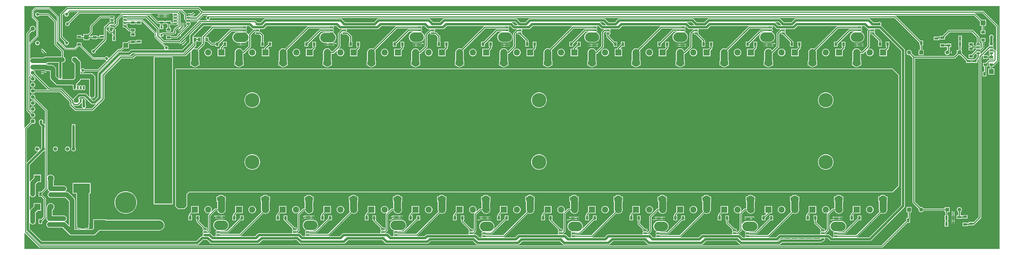
<source format=gbr>
G04*
G04 #@! TF.GenerationSoftware,Altium Limited,Altium Designer,24.1.2 (44)*
G04*
G04 Layer_Physical_Order=1*
G04 Layer_Color=255*
%FSLAX25Y25*%
%MOIN*%
G70*
G04*
G04 #@! TF.SameCoordinates,29FF4F4E-3C6D-470F-9DA1-2895E510F6E9*
G04*
G04*
G04 #@! TF.FilePolarity,Positive*
G04*
G01*
G75*
%ADD13C,0.01968*%
%ADD15C,0.01000*%
%ADD19R,0.09606X0.22047*%
%ADD20R,0.09606X0.03504*%
G04:AMPARAMS|DCode=21|XSize=23.62mil|YSize=57.09mil|CornerRadius=2.01mil|HoleSize=0mil|Usage=FLASHONLY|Rotation=180.000|XOffset=0mil|YOffset=0mil|HoleType=Round|Shape=RoundedRectangle|*
%AMROUNDEDRECTD21*
21,1,0.02362,0.05307,0,0,180.0*
21,1,0.01961,0.05709,0,0,180.0*
1,1,0.00402,-0.00980,0.02653*
1,1,0.00402,0.00980,0.02653*
1,1,0.00402,0.00980,-0.02653*
1,1,0.00402,-0.00980,-0.02653*
%
%ADD21ROUNDEDRECTD21*%
%ADD22R,0.03937X0.05906*%
%ADD23R,0.18504X0.13504*%
%ADD24R,0.03740X0.06693*%
%ADD25R,0.07874X0.07874*%
%ADD26R,0.06693X0.03740*%
%ADD27R,0.13418X0.06121*%
G04:AMPARAMS|DCode=28|XSize=23.62mil|YSize=57.09mil|CornerRadius=2.01mil|HoleSize=0mil|Usage=FLASHONLY|Rotation=90.000|XOffset=0mil|YOffset=0mil|HoleType=Round|Shape=RoundedRectangle|*
%AMROUNDEDRECTD28*
21,1,0.02362,0.05307,0,0,90.0*
21,1,0.01961,0.05709,0,0,90.0*
1,1,0.00402,0.02653,0.00980*
1,1,0.00402,0.02653,-0.00980*
1,1,0.00402,-0.02653,-0.00980*
1,1,0.00402,-0.02653,0.00980*
%
%ADD28ROUNDEDRECTD28*%
%ADD29R,0.05906X0.03937*%
%ADD30R,0.07874X0.07874*%
%ADD31R,0.03740X0.03543*%
%ADD32R,0.02900X0.02200*%
G04:AMPARAMS|DCode=33|XSize=61.02mil|YSize=23.62mil|CornerRadius=2.01mil|HoleSize=0mil|Usage=FLASHONLY|Rotation=180.000|XOffset=0mil|YOffset=0mil|HoleType=Round|Shape=RoundedRectangle|*
%AMROUNDEDRECTD33*
21,1,0.06102,0.01961,0,0,180.0*
21,1,0.05701,0.02362,0,0,180.0*
1,1,0.00402,-0.02850,0.00980*
1,1,0.00402,0.02850,0.00980*
1,1,0.00402,0.02850,-0.00980*
1,1,0.00402,-0.02850,-0.00980*
%
%ADD33ROUNDEDRECTD33*%
%ADD45C,0.10236*%
%ADD46R,0.10236X0.10236*%
%ADD58C,0.03937*%
%ADD59C,0.02000*%
%ADD60C,0.01500*%
%ADD61C,0.07874*%
%ADD62C,0.15748*%
%ADD63C,0.19685*%
%ADD64C,0.11811*%
%ADD65R,0.29528X2.42126*%
%ADD66R,0.27559X0.15748*%
%ADD67C,0.06299*%
G04:AMPARAMS|DCode=68|XSize=62.99mil|YSize=62.99mil|CornerRadius=15.75mil|HoleSize=0mil|Usage=FLASHONLY|Rotation=90.000|XOffset=0mil|YOffset=0mil|HoleType=Round|Shape=RoundedRectangle|*
%AMROUNDEDRECTD68*
21,1,0.06299,0.03150,0,0,90.0*
21,1,0.03150,0.06299,0,0,90.0*
1,1,0.03150,0.01575,0.01575*
1,1,0.03150,0.01575,-0.01575*
1,1,0.03150,-0.01575,-0.01575*
1,1,0.03150,-0.01575,0.01575*
%
%ADD68ROUNDEDRECTD68*%
%ADD69C,0.35000*%
%ADD70R,0.06299X0.06299*%
%ADD71R,0.06555X0.06555*%
%ADD72C,0.06555*%
%ADD73C,0.07244*%
%ADD74C,0.05118*%
%ADD75R,0.05906X0.05906*%
%ADD76C,0.05906*%
%ADD77C,0.06299*%
%ADD78R,0.06299X0.06299*%
%ADD79C,0.05000*%
%ADD80C,0.23622*%
G36*
X1121312Y708481D02*
X1113966Y701135D01*
X1104939D01*
X1104897Y701196D01*
X1104500Y701462D01*
X1104031Y701555D01*
X1098331D01*
X1098164Y701692D01*
Y704801D01*
X1098164Y704801D01*
X1098028Y705484D01*
X1097642Y706063D01*
X1091813Y711892D01*
X1091609Y712028D01*
X1091761Y712528D01*
X1117266D01*
X1121312Y708481D01*
D02*
G37*
G36*
X1124930Y706726D02*
X1124991Y706165D01*
X1124723Y705986D01*
X1124723Y705986D01*
X1114871Y696135D01*
X1104939D01*
X1104897Y696196D01*
X1104500Y696462D01*
X1104031Y696555D01*
X1100269D01*
X1100209Y696646D01*
X1100476Y697146D01*
X1104031D01*
X1104500Y697239D01*
X1104897Y697504D01*
X1104939Y697566D01*
X1114705D01*
X1115388Y697702D01*
X1115966Y698089D01*
X1124620Y706742D01*
X1124781Y706775D01*
X1124799Y706777D01*
X1124930Y706726D01*
D02*
G37*
G36*
X1133196Y702440D02*
X1133175Y702436D01*
X1132737Y702143D01*
X1132093Y701876D01*
X1131362Y701315D01*
X1130801Y700584D01*
X1130448Y699733D01*
X1130328Y698819D01*
X1130448Y697905D01*
X1130801Y697054D01*
X1131362Y696323D01*
X1132093Y695762D01*
X1132945Y695409D01*
X1132839Y694937D01*
X1120079D01*
X1119304Y694782D01*
X1119209Y694719D01*
X1118891Y695107D01*
X1126723Y702940D01*
X1133147D01*
X1133196Y702440D01*
D02*
G37*
G36*
X1075971Y705846D02*
X1075940Y705799D01*
X1075847Y705331D01*
Y703370D01*
X1075940Y702902D01*
X1076205Y702504D01*
X1076602Y702239D01*
X1077071Y702146D01*
X1082772D01*
X1083240Y702239D01*
X1083637Y702504D01*
X1083903Y702902D01*
X1083996Y703370D01*
Y704166D01*
X1084458Y704357D01*
X1084830Y703985D01*
Y685778D01*
X1083907Y684855D01*
X1082677D01*
X1081994Y684719D01*
X1081415Y684333D01*
X1081415Y684333D01*
X1077479Y680396D01*
X1077092Y679817D01*
X1076956Y679134D01*
X1076993Y678948D01*
Y677297D01*
X1076327D01*
Y675270D01*
X1076070Y675013D01*
X1059350D01*
X1058668Y674877D01*
X1058089Y674490D01*
X1058089Y674490D01*
X1057335Y673736D01*
X1054216D01*
Y669770D01*
X1053755Y669579D01*
X1053204Y670129D01*
Y681102D01*
X1053050Y681877D01*
X1052612Y682533D01*
X1033301Y701844D01*
X1032644Y702282D01*
X1031870Y702436D01*
X1000719D01*
X1000716Y702440D01*
X1000968Y702940D01*
X1036662D01*
X1049526Y690077D01*
X1049526Y690077D01*
X1050105Y689690D01*
X1050787Y689554D01*
X1052740D01*
Y688469D01*
X1055302D01*
Y686138D01*
X1054216D01*
Y680594D01*
X1059957D01*
Y686138D01*
X1058871D01*
Y688469D01*
X1061433D01*
Y689554D01*
X1064551D01*
Y688469D01*
X1067113D01*
Y682496D01*
X1064945D01*
Y676559D01*
X1072850D01*
Y682496D01*
X1070682D01*
Y687399D01*
X1070886Y687566D01*
X1070886Y687566D01*
X1076164D01*
X1076205Y687504D01*
X1076602Y687239D01*
X1077071Y687146D01*
X1082772D01*
X1083240Y687239D01*
X1083637Y687504D01*
X1083903Y687902D01*
X1083996Y688370D01*
Y690331D01*
X1083903Y690799D01*
X1083637Y691196D01*
X1083240Y691462D01*
X1082772Y691555D01*
X1077071D01*
X1076602Y691462D01*
X1076205Y691196D01*
X1076164Y691135D01*
X1073244D01*
Y694209D01*
X1064551D01*
Y693123D01*
X1061433D01*
Y694209D01*
X1052740D01*
Y693123D01*
X1051527D01*
X1038804Y705846D01*
X1039002Y706346D01*
X1075704D01*
X1075971Y705846D01*
D02*
G37*
G36*
X2079685Y688246D02*
Y687622D01*
X2079778Y687153D01*
X2079816Y687097D01*
X2079549Y686596D01*
X2075512D01*
X2071389Y690720D01*
X2070769Y691195D01*
X2070258Y691407D01*
X2070404Y691888D01*
X2076043D01*
X2079685Y688246D01*
D02*
G37*
G36*
X1935984D02*
Y687622D01*
X1936078Y687153D01*
X1936116Y687097D01*
X1935848Y686596D01*
X1929843D01*
X1925719Y690720D01*
X1925099Y691195D01*
X1924589Y691407D01*
X1924734Y691888D01*
X1932343D01*
X1935984Y688246D01*
D02*
G37*
G36*
X1790315D02*
Y687622D01*
X1790408Y687153D01*
X1790446Y687097D01*
X1790179Y686596D01*
X1786142D01*
X1782019Y690720D01*
X1781399Y691195D01*
X1780888Y691407D01*
X1781034Y691888D01*
X1786673D01*
X1790315Y688246D01*
D02*
G37*
G36*
X1644646D02*
Y687622D01*
X1644739Y687153D01*
X1644777Y687097D01*
X1644510Y686596D01*
X1640472D01*
X1636349Y690720D01*
X1635729Y691195D01*
X1635219Y691407D01*
X1635364Y691888D01*
X1641004D01*
X1644646Y688246D01*
D02*
G37*
G36*
X971647Y686560D02*
X971614Y686394D01*
Y684433D01*
X971708Y683965D01*
X971973Y683567D01*
X972370Y683302D01*
X972839Y683209D01*
X976956D01*
Y679543D01*
X975870D01*
Y676981D01*
X973180D01*
X971243Y678918D01*
X971565Y679337D01*
X971918Y680189D01*
X972038Y681102D01*
X971918Y682016D01*
X971565Y682867D01*
X971004Y683599D01*
X970273Y684160D01*
X969547Y684460D01*
X969354Y684974D01*
X971187Y686807D01*
X971647Y686560D01*
D02*
G37*
G36*
X1094596Y704062D02*
Y697562D01*
X1094596Y697562D01*
X1094732Y696879D01*
X1095118Y696300D01*
X1097106Y694312D01*
Y693370D01*
X1097200Y692902D01*
X1097465Y692504D01*
X1097862Y692239D01*
X1098331Y692146D01*
X1104031D01*
X1104500Y692239D01*
X1104897Y692504D01*
X1104939Y692566D01*
X1115610D01*
X1116293Y692702D01*
X1116311Y692714D01*
X1116630Y692325D01*
X1086224Y661919D01*
X1085951Y661865D01*
X1085363Y661472D01*
X1061862D01*
X1055603Y667731D01*
X1055794Y668193D01*
X1059957D01*
Y671311D01*
X1060089Y671444D01*
X1076808D01*
X1077491Y671580D01*
X1078070Y671967D01*
X1079200Y673097D01*
X1081227D01*
Y677297D01*
X1080561D01*
Y678432D01*
X1083416Y681287D01*
X1084646D01*
X1085328Y681422D01*
X1085730Y681691D01*
X1086049Y681303D01*
X1085135Y680389D01*
X1084693Y679727D01*
X1084538Y678947D01*
X1084693Y678166D01*
X1085135Y677505D01*
X1085797Y677063D01*
X1086577Y676908D01*
X1087358Y677063D01*
X1088019Y677505D01*
X1093962Y683447D01*
X1094404Y684109D01*
X1094559Y684889D01*
X1094559Y684889D01*
Y692913D01*
X1094404Y693694D01*
X1093962Y694355D01*
X1093300Y694797D01*
X1092520Y694953D01*
X1091739Y694797D01*
X1091078Y694355D01*
X1090636Y693694D01*
X1090481Y692913D01*
Y685734D01*
X1088382Y683636D01*
X1087994Y683954D01*
X1088263Y684356D01*
X1088398Y685039D01*
X1088398Y685039D01*
Y704724D01*
X1088398Y704724D01*
X1088263Y705407D01*
X1087876Y705986D01*
X1085478Y708384D01*
X1085670Y708846D01*
X1089812D01*
X1094596Y704062D01*
D02*
G37*
G36*
X1140918Y685108D02*
X1140822Y685044D01*
X1124542Y668765D01*
X1124100Y668103D01*
X1123945Y667323D01*
Y656356D01*
X1115428Y647839D01*
X1114860Y648143D01*
X1113558Y648538D01*
X1112205Y648671D01*
X1110851Y648538D01*
X1110733Y648502D01*
X1110476Y648931D01*
X1113647Y652101D01*
X1114089Y652763D01*
X1114244Y653543D01*
Y659433D01*
X1115173D01*
Y661347D01*
X1116323D01*
Y659433D01*
X1122260D01*
Y667339D01*
X1116323D01*
Y665425D01*
X1115173D01*
Y667339D01*
X1109293D01*
Y668051D01*
X1126850Y685608D01*
X1140766D01*
X1140918Y685108D01*
D02*
G37*
G36*
X1123164Y690390D02*
X1104182Y671409D01*
X1103706Y670788D01*
X1103407Y670066D01*
X1103305Y669291D01*
Y658720D01*
X1091280Y646695D01*
X1067662D01*
X1067522Y647195D01*
X1068018Y647841D01*
X1068371Y648693D01*
X1068491Y649606D01*
X1068371Y650520D01*
X1068018Y651371D01*
X1067457Y652103D01*
X1066726Y652664D01*
X1065874Y653016D01*
X1064961Y653136D01*
X1064047Y653016D01*
X1063811Y652919D01*
X1048773Y667956D01*
Y668661D01*
X1049273Y668711D01*
X1049312Y668517D01*
X1049751Y667861D01*
X1059593Y658018D01*
X1060249Y657580D01*
X1061024Y657426D01*
X1086178D01*
X1086952Y657580D01*
X1087609Y658018D01*
X1087663Y658073D01*
X1087936Y658127D01*
X1088592Y658566D01*
X1120917Y690890D01*
X1122957D01*
X1123164Y690390D01*
D02*
G37*
G36*
X2440945Y316929D02*
X830709D01*
Y343384D01*
X831209Y343536D01*
X831415Y343227D01*
X855037Y319604D01*
X855616Y319218D01*
X856299Y319082D01*
X856299Y319082D01*
X2246457D01*
X2247140Y319218D01*
X2247718Y319604D01*
X2288334Y360221D01*
X2292732D01*
Y364684D01*
X2292987Y365065D01*
X2293123Y365748D01*
Y377612D01*
X2295616D01*
Y386167D01*
X2287061D01*
Y377612D01*
X2289554D01*
Y368126D01*
X2286795D01*
Y363728D01*
X2245718Y322650D01*
X857038D01*
X834514Y345175D01*
X834562Y345601D01*
X835023Y345782D01*
X856151Y324655D01*
X856771Y324179D01*
X857493Y323880D01*
X858268Y323778D01*
X1116142D01*
X1116917Y323880D01*
X1117639Y324179D01*
X1118259Y324655D01*
X1125630Y332026D01*
X1132244D01*
X1137647Y326623D01*
X1138267Y326147D01*
X1138989Y325848D01*
X1139764Y325746D01*
X1216535D01*
X1217310Y325848D01*
X1218032Y326147D01*
X1218653Y326623D01*
X1223681Y331651D01*
X1276299D01*
X1277074Y331754D01*
X1277731Y332026D01*
X1279882D01*
X1285284Y326623D01*
X1285905Y326147D01*
X1286627Y325848D01*
X1287402Y325746D01*
X1358268D01*
X1359043Y325848D01*
X1359765Y326147D01*
X1360385Y326623D01*
X1365413Y331651D01*
X1421476D01*
X1426505Y326623D01*
X1427125Y326147D01*
X1427847Y325848D01*
X1428622Y325746D01*
X1496063D01*
X1496838Y325848D01*
X1497560Y326147D01*
X1498180Y326623D01*
X1501614Y330057D01*
X1571220D01*
X1576623Y324655D01*
X1577243Y324179D01*
X1577965Y323880D01*
X1578740Y323778D01*
X1645669D01*
X1646444Y323880D01*
X1647166Y324179D01*
X1647786Y324655D01*
X1652815Y329683D01*
X1714783D01*
X1719812Y324655D01*
X1720432Y324179D01*
X1721154Y323880D01*
X1721929Y323778D01*
X1795276D01*
X1796050Y323880D01*
X1796773Y324179D01*
X1797393Y324655D01*
X1802795Y330057D01*
X1854173D01*
X1859576Y324655D01*
X1860196Y324179D01*
X1860918Y323880D01*
X1861693Y323778D01*
X1948819D01*
X1949594Y323880D01*
X1950316Y324179D01*
X1950936Y324655D01*
X1956339Y330057D01*
X2006260D01*
X2011662Y324655D01*
X2012283Y324179D01*
X2013005Y323880D01*
X2013779Y323778D01*
X2076772D01*
X2077547Y323880D01*
X2078269Y324179D01*
X2078889Y324655D01*
X2081949Y327714D01*
X2082798D01*
X2082881Y327651D01*
X2083732Y327299D01*
X2084646Y327179D01*
X2085559Y327299D01*
X2086411Y327651D01*
X2086493Y327714D01*
X2094609D01*
X2094692Y327651D01*
X2095543Y327299D01*
X2096457Y327179D01*
X2097370Y327299D01*
X2098222Y327651D01*
X2098304Y327714D01*
X2106420D01*
X2106503Y327651D01*
X2107354Y327299D01*
X2108268Y327179D01*
X2109181Y327299D01*
X2110033Y327651D01*
X2110115Y327714D01*
X2118231D01*
X2118314Y327651D01*
X2119165Y327299D01*
X2120079Y327179D01*
X2120992Y327299D01*
X2121844Y327651D01*
X2121926Y327714D01*
X2130042D01*
X2130125Y327651D01*
X2130976Y327299D01*
X2131890Y327179D01*
X2132803Y327299D01*
X2133655Y327651D01*
X2133737Y327714D01*
X2146378D01*
X2147153Y327817D01*
X2147875Y328116D01*
X2148495Y328591D01*
X2150750Y330847D01*
X2151374D01*
X2151842Y330940D01*
X2152240Y331205D01*
X2152505Y331602D01*
X2152598Y332071D01*
Y334032D01*
X2152505Y334500D01*
X2152467Y334557D01*
X2152734Y335057D01*
X2156772D01*
X2160895Y330934D01*
X2161515Y330458D01*
X2162237Y330159D01*
X2163012Y330057D01*
X2226752D01*
X2227527Y330159D01*
X2228249Y330458D01*
X2228869Y330934D01*
X2283613Y385678D01*
X2284089Y386298D01*
X2284388Y387020D01*
X2284490Y387795D01*
Y645669D01*
X2284388Y646444D01*
X2284213Y646867D01*
X2284089Y647166D01*
X2283613Y647786D01*
X2245775Y685625D01*
X2245155Y686101D01*
X2245000Y686165D01*
X2244845Y686770D01*
X2245183Y687211D01*
X2245536Y688063D01*
X2245656Y688976D01*
X2245536Y689890D01*
X2245183Y690741D01*
X2244622Y691473D01*
X2243891Y692034D01*
X2243040Y692386D01*
X2242126Y692507D01*
X2241212Y692386D01*
X2240361Y692034D01*
X2239791Y691597D01*
X2232441D01*
X2227038Y696999D01*
X2226418Y697475D01*
X2225696Y697774D01*
X2224921Y697876D01*
X2104331D01*
X2103556Y697774D01*
X2102834Y697475D01*
X2102213Y696999D01*
X2096811Y691597D01*
X2084803D01*
X2079401Y696999D01*
X2078781Y697475D01*
X2078058Y697774D01*
X2077283Y697876D01*
X1960630D01*
X1959855Y697774D01*
X1959133Y697475D01*
X1958513Y696999D01*
X1953110Y691597D01*
X1941102D01*
X1935700Y696999D01*
X1935080Y697475D01*
X1934358Y697774D01*
X1933583Y697876D01*
X1812992D01*
X1812217Y697774D01*
X1811495Y697475D01*
X1810875Y696999D01*
X1805472Y691597D01*
X1795433D01*
X1790030Y696999D01*
X1789411Y697475D01*
X1788688Y697774D01*
X1787913Y697876D01*
X1665354D01*
X1664579Y697774D01*
X1663857Y697475D01*
X1663237Y696999D01*
X1657835Y691597D01*
X1649764D01*
X1644361Y696999D01*
X1643741Y697475D01*
X1643019Y697774D01*
X1642244Y697876D01*
X1523622D01*
X1522847Y697774D01*
X1522424Y697599D01*
X1522125Y697475D01*
X1521505Y696999D01*
X1516476Y691970D01*
X1505689D01*
X1500661Y696999D01*
X1500040Y697475D01*
X1499318Y697774D01*
X1498543Y697876D01*
X1415354D01*
X1414579Y697774D01*
X1413857Y697475D01*
X1413237Y696999D01*
X1407835Y691597D01*
X1360394D01*
X1354991Y696999D01*
X1354371Y697475D01*
X1353649Y697774D01*
X1352874Y697876D01*
X1228347D01*
X1227571Y697774D01*
X1226849Y697475D01*
X1226229Y696999D01*
X1220827Y691597D01*
X1215453D01*
X1215335Y691581D01*
X1212572Y694344D01*
X1211916Y694782D01*
X1211142Y694937D01*
X1134877D01*
X1134772Y695409D01*
X1135623Y695762D01*
X1136355Y696323D01*
X1136915Y697054D01*
X1137268Y697905D01*
X1137389Y698819D01*
X1137550Y699003D01*
X2267371D01*
X2308449Y657926D01*
Y653528D01*
X2309554D01*
Y646010D01*
X2307061D01*
Y637455D01*
X2315616D01*
Y646010D01*
X2313123D01*
Y653528D01*
X2314386D01*
Y661433D01*
X2309988D01*
X2269372Y702049D01*
X2268793Y702436D01*
X2268772Y702440D01*
X2268821Y702940D01*
X2398867Y702940D01*
X2408449Y693359D01*
Y686008D01*
X2411602D01*
Y678165D01*
X2409433D01*
Y672228D01*
X2417339D01*
Y678165D01*
X2415170D01*
Y686008D01*
X2418323D01*
Y695882D01*
X2410972D01*
X2400868Y705986D01*
X2400289Y706373D01*
X2400268Y706377D01*
X2400317Y706877D01*
X2412647D01*
X2435224Y684300D01*
Y644411D01*
X2434724Y644362D01*
X2434719Y644384D01*
X2434332Y644963D01*
X2434332Y644963D01*
X2432364Y646931D01*
X2431785Y647318D01*
X2431102Y647454D01*
X2430529D01*
X2430488Y647515D01*
X2430091Y647781D01*
X2429622Y647874D01*
X2425536D01*
X2425269Y648374D01*
X2425330Y648465D01*
X2429622D01*
X2430091Y648558D01*
X2430488Y648823D01*
X2430753Y649221D01*
X2430846Y649689D01*
Y651650D01*
X2430753Y652118D01*
X2430488Y652515D01*
X2430091Y652781D01*
X2429622Y652874D01*
X2429542D01*
X2429286Y653374D01*
X2429351Y653465D01*
X2429622D01*
X2430091Y653558D01*
X2430488Y653823D01*
X2430753Y654220D01*
X2430846Y654689D01*
Y656650D01*
X2430753Y657118D01*
X2430488Y657515D01*
X2430091Y657781D01*
X2429963Y657806D01*
Y665365D01*
X2430405Y665941D01*
X2430757Y666792D01*
X2430878Y667706D01*
X2430757Y668619D01*
X2430405Y669471D01*
X2429844Y670202D01*
X2429112Y670763D01*
X2428261Y671115D01*
X2427347Y671236D01*
X2426434Y671115D01*
X2425582Y670763D01*
X2424851Y670202D01*
X2424290Y669471D01*
X2423937Y668619D01*
X2423817Y667706D01*
X2423937Y666792D01*
X2423974Y666703D01*
Y657806D01*
X2423846Y657781D01*
X2423449Y657515D01*
X2423184Y657118D01*
X2423091Y656650D01*
Y654689D01*
X2423184Y654220D01*
X2423449Y653823D01*
X2423846Y653558D01*
X2424315Y653465D01*
X2424586D01*
X2424651Y653374D01*
X2424395Y652874D01*
X2424315D01*
X2423846Y652781D01*
X2423449Y652515D01*
X2423445Y652509D01*
X2422849Y652111D01*
X2409900Y639162D01*
X2409797Y639178D01*
X2409390Y639689D01*
Y641650D01*
X2409296Y642118D01*
X2409031Y642515D01*
X2408634Y642781D01*
X2408165Y642874D01*
X2404821D01*
X2404554Y643374D01*
X2404615Y643465D01*
X2408165D01*
X2408634Y643558D01*
X2409031Y643823D01*
X2409072Y643885D01*
X2409449D01*
X2410132Y644021D01*
X2410711Y644408D01*
X2414647Y648345D01*
X2414647Y648345D01*
X2415034Y648923D01*
X2415170Y649606D01*
Y659630D01*
X2417339D01*
Y665567D01*
X2409433D01*
Y659630D01*
X2411602D01*
Y650345D01*
X2408875Y647619D01*
X2408634Y647781D01*
X2408165Y647874D01*
X2402858D01*
X2402390Y647781D01*
X2401993Y647515D01*
X2401727Y647118D01*
X2401634Y646650D01*
Y645890D01*
X2394146Y638402D01*
X2389748D01*
Y632465D01*
X2397654D01*
Y636863D01*
X2401172Y640381D01*
X2401634Y640190D01*
Y639689D01*
X2401727Y639221D01*
X2401993Y638823D01*
X2402390Y638558D01*
X2402858Y638465D01*
X2403473D01*
Y634309D01*
X2399593Y630429D01*
X2395260D01*
Y629549D01*
X2394110D01*
Y630429D01*
X2388518D01*
X2378480Y640466D01*
Y645882D01*
X2377630D01*
Y651165D01*
X2378461D01*
Y659858D01*
X2377630D01*
Y661008D01*
X2378461D01*
Y669701D01*
X2372721D01*
Y661008D01*
X2373551D01*
Y659858D01*
X2372721D01*
Y651165D01*
X2373551D01*
Y645882D01*
X2370181D01*
Y640466D01*
X2365612Y635897D01*
X2300057D01*
X2295457Y640498D01*
X2295506Y640616D01*
X2295653Y641732D01*
X2295506Y642849D01*
X2295075Y643890D01*
X2294389Y644783D01*
X2293496Y645469D01*
X2292455Y645900D01*
X2291339Y646047D01*
X2290222Y645900D01*
X2289181Y645469D01*
X2288288Y644783D01*
X2287602Y643890D01*
X2287171Y642849D01*
X2287024Y641732D01*
X2287171Y640616D01*
X2287602Y639575D01*
X2288288Y638682D01*
X2289181Y637996D01*
X2290222Y637565D01*
X2291339Y637418D01*
X2292455Y637565D01*
X2292573Y637614D01*
X2297173Y633014D01*
Y394016D01*
X2297329Y393235D01*
X2297771Y392574D01*
X2307220Y383124D01*
X2307171Y383006D01*
X2307024Y381890D01*
X2307171Y380773D01*
X2307602Y379732D01*
X2308288Y378839D01*
X2309181Y378153D01*
X2310222Y377722D01*
X2311339Y377575D01*
X2312455Y377722D01*
X2313496Y378153D01*
X2314389Y378839D01*
X2315075Y379732D01*
X2315229Y380105D01*
X2350181D01*
Y377740D01*
X2351365D01*
Y372457D01*
X2350279D01*
Y363764D01*
X2351365D01*
Y362614D01*
X2350279D01*
Y353921D01*
X2356020D01*
Y362614D01*
X2354934D01*
Y363764D01*
X2356020D01*
Y372457D01*
X2354934D01*
Y377740D01*
X2358480D01*
Y386039D01*
X2350181D01*
Y383674D01*
X2315229D01*
X2315075Y384047D01*
X2314389Y384941D01*
X2313496Y385626D01*
X2312455Y386057D01*
X2311339Y386204D01*
X2310222Y386057D01*
X2310104Y386008D01*
X2301252Y394860D01*
Y631819D01*
X2366457D01*
X2367237Y631974D01*
X2367899Y632416D01*
X2373065Y637583D01*
X2375596D01*
X2385417Y627762D01*
Y624689D01*
X2394110D01*
Y625471D01*
X2395260D01*
Y624689D01*
X2403953D01*
Y629022D01*
X2406011Y631080D01*
X2406473Y630888D01*
Y369986D01*
X2398018Y361531D01*
X2389354D01*
Y359520D01*
X2387811D01*
Y360449D01*
X2379906D01*
Y354512D01*
X2387811D01*
Y355441D01*
X2392520D01*
X2393300Y355596D01*
X2393592Y355791D01*
X2398047D01*
Y356625D01*
X2398812Y356778D01*
X2399473Y357220D01*
X2409954Y367700D01*
X2410396Y368361D01*
X2410551Y369142D01*
X2410551Y369142D01*
Y634045D01*
X2412908Y636402D01*
X2413370Y636211D01*
Y631284D01*
X2421276D01*
Y632468D01*
X2423213D01*
Y631284D01*
X2431118D01*
X2431287Y630853D01*
Y630660D01*
X2430363Y629737D01*
X2423622D01*
X2423622Y629737D01*
X2422939Y629601D01*
X2422360Y629214D01*
X2417768Y624622D01*
X2413370D01*
Y618685D01*
X2415539D01*
Y610252D01*
X2412779D01*
Y602347D01*
X2418716D01*
Y606810D01*
X2418971Y607191D01*
X2419107Y607874D01*
Y618685D01*
X2421276D01*
Y623083D01*
X2422713Y624520D01*
X2423213Y624313D01*
Y618685D01*
X2425381D01*
Y615173D01*
X2422228D01*
Y605299D01*
X2432102D01*
Y615173D01*
X2428950D01*
Y618685D01*
X2431118D01*
Y619951D01*
X2431392Y620005D01*
X2431970Y620392D01*
X2438270Y626691D01*
X2438656Y627270D01*
X2438792Y627953D01*
X2438792Y627953D01*
Y685039D01*
X2438792Y685039D01*
X2438656Y685722D01*
X2438270Y686301D01*
X2414647Y709923D01*
X2414069Y710310D01*
X2413386Y710446D01*
X1125115Y710446D01*
X1119552Y716009D01*
X1118891Y716451D01*
X1118110Y716606D01*
X901575D01*
X901575Y716606D01*
X900794Y716451D01*
X900133Y716009D01*
X900133Y716009D01*
X890290Y706166D01*
X889848Y705505D01*
X889693Y704724D01*
Y667323D01*
X889848Y666542D01*
X890290Y665881D01*
X897171Y659000D01*
X896926Y658409D01*
X896804Y657480D01*
X896926Y656551D01*
X897285Y655685D01*
X897855Y654942D01*
X898599Y654372D01*
X899465Y654013D01*
X900394Y653891D01*
X901323Y654013D01*
X902189Y654372D01*
X902932Y654942D01*
X903502Y655685D01*
X903861Y656551D01*
X903983Y657480D01*
X903861Y658409D01*
X903502Y659275D01*
X902932Y660019D01*
X902189Y660589D01*
X901323Y660948D01*
X900941Y660998D01*
X893771Y668167D01*
Y703880D01*
X897458Y707566D01*
X897835Y707236D01*
X897285Y706519D01*
X896926Y705653D01*
X896804Y704724D01*
X896926Y703795D01*
X897285Y702929D01*
X897855Y702186D01*
X898599Y701616D01*
X899465Y701257D01*
X900394Y701135D01*
X901323Y701257D01*
X902189Y701616D01*
X902932Y702186D01*
X903502Y702929D01*
X903861Y703795D01*
X903983Y704724D01*
X903861Y705653D01*
X903626Y706221D01*
X906251Y708846D01*
X918556D01*
X918748Y708384D01*
X902781Y692417D01*
X901891Y692534D01*
X900977Y692414D01*
X900126Y692061D01*
X899395Y691500D01*
X898834Y690769D01*
X898481Y689917D01*
X898361Y689004D01*
X898481Y688090D01*
X898834Y687239D01*
X899395Y686507D01*
X900126Y685946D01*
X900977Y685594D01*
X901891Y685473D01*
X902805Y685594D01*
X903656Y685946D01*
X904387Y686507D01*
X904948Y687239D01*
X905301Y688090D01*
X905421Y689004D01*
X905304Y689893D01*
X921756Y706346D01*
X990525D01*
X990724Y705846D01*
X982990Y698112D01*
X982603Y697533D01*
X982468Y696850D01*
Y689715D01*
X979950Y687198D01*
X979053D01*
X979011Y687259D01*
X978614Y687525D01*
X978146Y687618D01*
X973083D01*
X972844Y687928D01*
X972802Y688103D01*
X972905Y688209D01*
X978146D01*
X978614Y688302D01*
X979011Y688567D01*
X979277Y688965D01*
X979370Y689433D01*
Y691394D01*
X979277Y691862D01*
X979011Y692259D01*
X978614Y692525D01*
X978146Y692618D01*
X977531D01*
Y693209D01*
X978146D01*
X978614Y693302D01*
X979011Y693567D01*
X979277Y693965D01*
X979370Y694433D01*
Y696394D01*
X979277Y696862D01*
X979011Y697259D01*
X978614Y697525D01*
X978146Y697618D01*
X972839D01*
X972370Y697525D01*
X971973Y697259D01*
X971708Y696862D01*
X971614Y696394D01*
Y694433D01*
X971708Y693965D01*
X971973Y693567D01*
X972370Y693302D01*
X972839Y693209D01*
X973453D01*
Y692618D01*
X972839D01*
X972370Y692525D01*
X972262Y692453D01*
X971910D01*
X971129Y692297D01*
X970467Y691855D01*
X966158Y687546D01*
X965860Y687486D01*
X965198Y687044D01*
X962562Y684408D01*
X962120Y683747D01*
X961965Y682966D01*
Y681443D01*
X961969Y681423D01*
Y670587D01*
X954315D01*
Y668713D01*
X950803D01*
Y669898D01*
X942898D01*
Y668733D01*
X938008D01*
Y669362D01*
X942207Y673561D01*
X942593Y674140D01*
X942729Y674823D01*
Y684300D01*
X944175Y685746D01*
X944175Y685746D01*
X957058Y698629D01*
X971932D01*
X971973Y698567D01*
X972370Y698302D01*
X972839Y698209D01*
X978146D01*
X978614Y698302D01*
X979011Y698567D01*
X979277Y698965D01*
X979370Y699433D01*
Y701394D01*
X979277Y701862D01*
X979011Y702259D01*
X978614Y702525D01*
X978146Y702618D01*
X972839D01*
X972370Y702525D01*
X971973Y702259D01*
X971932Y702198D01*
X956319D01*
X956319Y702198D01*
X955636Y702062D01*
X955057Y701675D01*
X941652Y688270D01*
X941652Y688270D01*
X939683Y686301D01*
X939296Y685722D01*
X939161Y685039D01*
Y675562D01*
X935859Y672260D01*
X928134D01*
Y668733D01*
X925213D01*
Y670685D01*
X917307D01*
Y664748D01*
X925213D01*
Y665165D01*
X928134D01*
Y662386D01*
X938008D01*
Y665165D01*
X942898D01*
Y663961D01*
X950803D01*
Y665145D01*
X954315D01*
Y664847D01*
X961969D01*
Y663671D01*
X945453Y647156D01*
X944882Y647231D01*
X943968Y647111D01*
X943117Y646758D01*
X942386Y646197D01*
X941825Y645466D01*
X941472Y644615D01*
X941352Y643701D01*
X941472Y642787D01*
X941825Y641936D01*
X942386Y641205D01*
X943117Y640644D01*
X943968Y640291D01*
X944882Y640171D01*
X945796Y640291D01*
X946647Y640644D01*
X947378Y641205D01*
X947939Y641936D01*
X948292Y642787D01*
X948412Y643701D01*
X948337Y644272D01*
X965450Y661385D01*
X965450Y661385D01*
X965892Y662046D01*
X966047Y662827D01*
Y678014D01*
X966496Y678235D01*
X966743Y678045D01*
X967300Y677814D01*
X971179Y673935D01*
X971758Y673548D01*
X972441Y673413D01*
X972441Y673413D01*
X975870D01*
Y670850D01*
X976956D01*
Y669701D01*
X975870D01*
Y661008D01*
X981610D01*
Y669701D01*
X980525D01*
Y670850D01*
X981610D01*
Y679543D01*
X980525D01*
Y683629D01*
X980689D01*
X981372Y683765D01*
X981951Y684152D01*
X985514Y687715D01*
X985900Y688294D01*
X986036Y688976D01*
X986036Y688976D01*
Y696111D01*
X992865Y702940D01*
X993548D01*
X993700Y702440D01*
X993430Y702259D01*
X993164Y701862D01*
X993071Y701394D01*
Y699433D01*
X993164Y698965D01*
X993430Y698567D01*
X993827Y698302D01*
X994295Y698209D01*
X999602D01*
X1000071Y698302D01*
X1000203Y698390D01*
X1031032D01*
X1049158Y680264D01*
Y673858D01*
X1048658Y673809D01*
X1048657Y673814D01*
X1048326Y674310D01*
X1026140Y696495D01*
X1025644Y696826D01*
X1025059Y696943D01*
X1000680D01*
X1000468Y697259D01*
X1000071Y697525D01*
X999602Y697618D01*
X994295D01*
X993827Y697525D01*
X993430Y697259D01*
X993164Y696862D01*
X993071Y696394D01*
Y694433D01*
X993164Y693965D01*
X993430Y693567D01*
X993827Y693302D01*
X994295Y693209D01*
X996099D01*
X996348Y692709D01*
X996280Y692618D01*
X994295D01*
X993827Y692525D01*
X993430Y692259D01*
X993164Y691862D01*
X993071Y691394D01*
Y689433D01*
X993164Y688965D01*
X993430Y688567D01*
X993827Y688302D01*
X994295Y688209D01*
X999602D01*
X1000071Y688302D01*
X1000468Y688567D01*
X1000733Y688965D01*
X1000827Y689433D01*
Y689554D01*
X1005890D01*
Y688370D01*
X1013795D01*
Y689554D01*
X1015732D01*
Y688370D01*
X1023638D01*
Y693884D01*
X1024426D01*
X1045715Y672595D01*
Y667323D01*
X1045831Y666738D01*
X1046163Y666241D01*
X1061648Y650756D01*
X1061551Y650520D01*
X1061430Y649606D01*
X1061551Y648693D01*
X1061903Y647841D01*
X1062399Y647195D01*
X1062260Y646695D01*
X1007874D01*
X1007099Y646593D01*
X1006676Y646418D01*
X1006377Y646294D01*
X1005757Y645818D01*
X1002697Y642758D01*
X988189D01*
X987414Y642656D01*
X986692Y642357D01*
X986072Y641881D01*
X952607Y608416D01*
X952131Y607796D01*
X951832Y607074D01*
X951730Y606299D01*
Y568169D01*
X945610Y562049D01*
X944154D01*
X939804Y566399D01*
X940134Y566776D01*
X940424Y566554D01*
X941625Y566056D01*
X942913Y565886D01*
X944202Y566056D01*
X945403Y566554D01*
X946434Y567345D01*
X947226Y568376D01*
X947723Y569577D01*
X947893Y570866D01*
Y600394D01*
X947893Y600394D01*
X947723Y601683D01*
X947226Y602883D01*
X946434Y603915D01*
X946434Y603915D01*
X944466Y605883D01*
X943435Y606675D01*
X942234Y607172D01*
X940945Y607342D01*
X940945Y607342D01*
X923877D01*
Y609919D01*
X924377Y610089D01*
X924669Y609708D01*
X925400Y609148D01*
X926252Y608795D01*
X927165Y608674D01*
X928079Y608795D01*
X928930Y609148D01*
X929662Y609708D01*
X930208Y610420D01*
X952756D01*
X953439Y610556D01*
X954018Y610943D01*
X969241Y626167D01*
X969557Y626378D01*
X972047Y628868D01*
X972047Y628868D01*
X972258Y629184D01*
X975984Y632910D01*
X975984Y632910D01*
X986959Y643885D01*
X990158D01*
X990840Y644021D01*
X991419Y644408D01*
X995618Y648606D01*
X1002969D01*
Y655957D01*
X1004282Y657271D01*
X1005890D01*
Y656087D01*
X1013795D01*
Y657271D01*
X1015339D01*
Y656972D01*
X1024032D01*
Y662713D01*
X1015339D01*
Y660839D01*
X1013795D01*
Y662024D01*
X1005890D01*
Y660839D01*
X1003543D01*
X1003543Y660839D01*
X1002861Y660704D01*
X1002282Y660317D01*
X1002282Y660317D01*
X1000445Y658480D01*
X993095D01*
Y651130D01*
X989418Y647454D01*
X986220D01*
X985538Y647318D01*
X984959Y646931D01*
X973461Y635433D01*
X973461Y635433D01*
X970448Y632420D01*
X969975Y632581D01*
X969945Y632803D01*
X969593Y633655D01*
X969032Y634386D01*
X968301Y634947D01*
X967449Y635300D01*
X966535Y635420D01*
X965622Y635300D01*
X964770Y634947D01*
X964039Y634386D01*
X963478Y633655D01*
X963381Y633419D01*
X945122D01*
X925213Y653328D01*
Y658087D01*
X917307D01*
Y653328D01*
X913146Y649167D01*
X900240D01*
X887356Y662051D01*
Y700787D01*
X887240Y701373D01*
X886908Y701869D01*
X873129Y715648D01*
X872633Y715980D01*
X872047Y716096D01*
X848425D01*
X847840Y715980D01*
X847344Y715648D01*
X843407Y711711D01*
X843075Y711215D01*
X842959Y710630D01*
Y700787D01*
X843075Y700202D01*
X843407Y699706D01*
X850833Y692280D01*
Y669925D01*
X839052Y658144D01*
X838590Y658336D01*
Y672321D01*
X842990Y676720D01*
X843282Y676599D01*
X844488Y676440D01*
X845695Y676599D01*
X846819Y677065D01*
X847785Y677806D01*
X848526Y678771D01*
X848991Y679896D01*
X849150Y681102D01*
X848991Y682309D01*
X848526Y683433D01*
X847785Y684399D01*
X846819Y685140D01*
X845695Y685605D01*
X844488Y685764D01*
X843282Y685605D01*
X842157Y685140D01*
X841192Y684399D01*
X840451Y683433D01*
X839985Y682309D01*
X839826Y681102D01*
X839985Y679896D01*
X840106Y679604D01*
X835109Y674607D01*
X834667Y673946D01*
X834512Y673165D01*
Y624823D01*
X834575Y624506D01*
Y545984D01*
X834730Y545204D01*
X835172Y544542D01*
X840468Y539247D01*
X840445Y539193D01*
X840303Y538110D01*
X840445Y537027D01*
X840864Y536018D01*
X841529Y535151D01*
X842395Y534486D01*
X843405Y534067D01*
X844488Y533925D01*
X845572Y534067D01*
X846581Y534486D01*
X847448Y535151D01*
X848113Y536018D01*
X848531Y537027D01*
X848674Y538110D01*
X848531Y539193D01*
X848113Y540203D01*
X847448Y541070D01*
X846581Y541735D01*
X845572Y542153D01*
X844488Y542296D01*
X843405Y542153D01*
X843351Y542131D01*
X838653Y546829D01*
Y603412D01*
X839115Y603604D01*
X841536Y601183D01*
X841529Y601070D01*
X840864Y600203D01*
X840445Y599193D01*
X840303Y598110D01*
X840445Y597027D01*
X840864Y596018D01*
X841529Y595151D01*
X842395Y594486D01*
X843405Y594067D01*
X844488Y593925D01*
X845572Y594067D01*
X846581Y594486D01*
X847448Y595151D01*
X848113Y596018D01*
X848531Y597027D01*
X848674Y598110D01*
X848531Y599193D01*
X848113Y600203D01*
X847448Y601070D01*
X846581Y601735D01*
X845572Y602153D01*
X844789Y602256D01*
X843493Y603551D01*
X843727Y604025D01*
X844488Y603925D01*
X845572Y604067D01*
X845625Y604090D01*
X869103Y580611D01*
X868912Y580149D01*
X848135D01*
X848113Y580203D01*
X847448Y581070D01*
X846581Y581735D01*
X845572Y582153D01*
X844488Y582296D01*
X843405Y582153D01*
X842395Y581735D01*
X841529Y581070D01*
X840864Y580203D01*
X840445Y579193D01*
X840303Y578110D01*
X840445Y577027D01*
X840864Y576018D01*
X841529Y575151D01*
X842395Y574486D01*
X843405Y574067D01*
X844488Y573925D01*
X845572Y574067D01*
X846581Y574486D01*
X847448Y575151D01*
X848113Y576018D01*
X848135Y576071D01*
X889549D01*
X905540Y560080D01*
Y555020D01*
X905695Y554239D01*
X906137Y553578D01*
X913912Y545802D01*
X913912Y545802D01*
X914574Y545360D01*
X915354Y545205D01*
X942913D01*
X943694Y545360D01*
X944355Y545802D01*
X962072Y563519D01*
X962514Y564180D01*
X962669Y564961D01*
Y603486D01*
X991002Y631819D01*
X1009842D01*
X1010623Y631974D01*
X1011284Y632416D01*
X1014624Y635756D01*
X1096457D01*
X1097237Y635911D01*
X1097899Y636353D01*
X1105006Y643461D01*
X1105435Y643204D01*
X1105399Y643086D01*
X1105266Y641732D01*
Y628276D01*
X1104496D01*
Y620155D01*
X1106604D01*
X1107298Y619309D01*
X1108350Y618446D01*
X1109549Y617805D01*
X1110851Y617410D01*
X1112205Y617277D01*
X1113558Y617410D01*
X1114860Y617805D01*
X1116060Y618446D01*
X1117111Y619309D01*
X1117806Y620155D01*
X1119914D01*
Y628276D01*
X1119144D01*
Y641732D01*
X1119010Y643086D01*
X1118616Y644388D01*
X1118312Y644956D01*
X1127426Y654070D01*
X1127868Y654732D01*
X1128023Y655512D01*
Y666478D01*
X1128421Y666876D01*
X1128921Y666669D01*
Y659433D01*
X1132959D01*
X1138322Y654070D01*
X1138983Y653628D01*
X1139764Y653473D01*
X1139764Y653473D01*
X1146244D01*
Y651559D01*
X1152181D01*
Y655596D01*
X1173148Y676563D01*
X1190766D01*
X1190874Y676491D01*
X1191343Y676398D01*
X1196650D01*
X1197118Y676491D01*
X1197515Y676756D01*
X1197781Y677153D01*
X1197874Y677622D01*
Y679583D01*
X1197781Y680051D01*
X1197515Y680448D01*
X1197118Y680714D01*
X1196650Y680807D01*
X1191343D01*
X1190874Y680714D01*
X1190766Y680642D01*
X1172303D01*
X1171523Y680486D01*
X1170861Y680044D01*
X1150282Y659465D01*
X1146244D01*
Y657551D01*
X1140608D01*
X1134858Y663301D01*
Y667339D01*
X1129591D01*
X1129384Y667839D01*
X1143108Y681563D01*
X1190766D01*
X1190874Y681491D01*
X1191343Y681398D01*
X1196650D01*
X1197118Y681491D01*
X1197515Y681756D01*
X1197781Y682154D01*
X1197874Y682622D01*
Y684583D01*
X1197781Y685051D01*
X1197743Y685108D01*
X1198010Y685608D01*
X1201890D01*
X1206013Y681485D01*
X1206633Y681009D01*
X1207355Y680710D01*
X1208130Y680608D01*
X1208601D01*
X1208752Y680108D01*
X1208657Y680044D01*
X1201314Y672702D01*
X1200872Y672040D01*
X1200855Y671956D01*
X1200330Y671879D01*
X1200328Y671883D01*
X1199219Y673234D01*
X1197874Y674338D01*
Y674583D01*
X1197781Y675051D01*
X1197515Y675448D01*
X1197118Y675714D01*
X1196650Y675807D01*
X1193310D01*
X1192913Y675846D01*
X1183071D01*
X1181331Y675675D01*
X1179659Y675167D01*
X1178117Y674343D01*
X1176766Y673234D01*
X1175657Y671883D01*
X1174833Y670341D01*
X1174325Y668669D01*
X1174154Y666929D01*
X1174325Y665190D01*
X1174833Y663517D01*
X1175657Y661975D01*
X1176766Y660624D01*
X1178117Y659515D01*
X1179659Y658691D01*
X1181331Y658183D01*
X1181897Y658128D01*
X1182026Y657613D01*
X1181629Y657347D01*
X1181187Y656686D01*
X1181032Y655905D01*
X1181187Y655125D01*
X1181629Y654464D01*
X1182290Y654022D01*
X1183071Y653866D01*
X1193643D01*
X1195409Y652101D01*
X1196070Y651659D01*
X1196850Y651504D01*
X1197631Y651659D01*
X1198292Y652101D01*
X1198734Y652763D01*
X1198890Y653543D01*
X1198734Y654324D01*
X1198292Y654985D01*
X1195930Y657347D01*
X1195269Y657790D01*
X1195152Y657813D01*
X1195127Y658327D01*
X1196326Y658691D01*
X1197867Y659515D01*
X1199219Y660624D01*
X1200217Y661840D01*
X1200717Y661667D01*
Y652420D01*
X1192105Y643808D01*
X1191608Y643867D01*
X1191450Y644388D01*
X1190809Y645587D01*
X1189946Y646639D01*
X1188894Y647502D01*
X1187695Y648143D01*
X1186393Y648538D01*
X1185039Y648671D01*
X1183686Y648538D01*
X1182384Y648143D01*
X1181184Y647502D01*
X1180133Y646639D01*
X1179270Y645587D01*
X1178629Y644388D01*
X1178234Y643086D01*
X1178100Y641732D01*
Y628276D01*
X1177330D01*
Y620155D01*
X1179438D01*
X1180133Y619309D01*
X1181184Y618446D01*
X1182384Y617805D01*
X1183686Y617410D01*
X1185039Y617277D01*
X1186393Y617410D01*
X1187695Y617805D01*
X1188894Y618446D01*
X1189946Y619309D01*
X1190640Y620155D01*
X1192749D01*
Y628276D01*
X1191978D01*
Y639693D01*
X1192913D01*
X1193694Y639848D01*
X1194355Y640290D01*
X1204198Y650133D01*
X1204640Y650794D01*
X1204795Y651575D01*
Y662681D01*
X1204827Y662839D01*
Y670447D01*
X1210943Y676563D01*
X1212223D01*
X1212331Y676491D01*
X1212799Y676398D01*
X1218106D01*
X1218575Y676491D01*
X1218972Y676756D01*
X1219237Y677153D01*
X1219331Y677622D01*
Y679583D01*
X1219237Y680051D01*
X1219199Y680108D01*
X1219467Y680608D01*
X1224941D01*
X1225716Y680710D01*
X1226438Y681009D01*
X1227058Y681485D01*
X1231181Y685608D01*
X1298246D01*
X1298398Y685108D01*
X1298302Y685044D01*
X1261097Y647839D01*
X1260529Y648143D01*
X1259228Y648538D01*
X1257874Y648671D01*
X1256520Y648538D01*
X1255219Y648143D01*
X1254019Y647502D01*
X1252967Y646639D01*
X1252104Y645587D01*
X1251463Y644388D01*
X1251068Y643086D01*
X1250935Y641732D01*
Y628276D01*
X1250165D01*
Y620155D01*
X1252273D01*
X1252967Y619309D01*
X1254019Y618446D01*
X1255219Y617805D01*
X1256520Y617410D01*
X1257874Y617277D01*
X1259228Y617410D01*
X1260529Y617805D01*
X1261729Y618446D01*
X1262781Y619309D01*
X1263475Y620155D01*
X1265583D01*
Y628276D01*
X1264813D01*
Y641732D01*
X1264680Y643086D01*
X1264285Y644388D01*
X1263981Y644956D01*
X1300589Y681563D01*
X1334467D01*
X1334575Y681491D01*
X1335043Y681398D01*
X1340350D01*
X1340819Y681491D01*
X1341216Y681756D01*
X1341481Y682154D01*
X1341575Y682622D01*
Y684583D01*
X1341481Y685051D01*
X1341443Y685108D01*
X1341711Y685608D01*
X1345590D01*
X1349714Y681485D01*
X1350334Y681009D01*
X1351056Y680710D01*
X1351831Y680608D01*
X1354682D01*
X1354833Y680108D01*
X1354738Y680044D01*
X1348952Y674258D01*
X1348510Y673597D01*
X1348355Y672816D01*
Y652419D01*
X1339707Y643772D01*
X1337306D01*
X1337119Y644388D01*
X1336478Y645587D01*
X1335615Y646639D01*
X1334564Y647502D01*
X1333364Y648143D01*
X1332062Y648538D01*
X1330709Y648671D01*
X1329355Y648538D01*
X1328053Y648143D01*
X1326854Y647502D01*
X1325802Y646639D01*
X1324939Y645587D01*
X1324298Y644388D01*
X1323903Y643086D01*
X1323770Y641732D01*
Y628276D01*
X1323000D01*
Y620155D01*
X1325108D01*
X1325802Y619309D01*
X1326854Y618446D01*
X1328053Y617805D01*
X1329355Y617410D01*
X1330709Y617277D01*
X1332062Y617410D01*
X1333364Y617805D01*
X1334564Y618446D01*
X1335615Y619309D01*
X1336310Y620155D01*
X1338418D01*
Y628276D01*
X1337648D01*
Y639693D01*
X1340551D01*
X1341331Y639848D01*
X1341993Y640290D01*
X1346999Y645297D01*
X1347406Y644996D01*
X1346919Y644085D01*
X1346569Y642932D01*
X1346451Y641732D01*
X1346569Y640533D01*
X1346919Y639380D01*
X1347487Y638317D01*
X1348251Y637385D01*
X1349183Y636621D01*
X1350246Y636053D01*
X1351399Y635703D01*
X1352598Y635585D01*
X1353798Y635703D01*
X1354951Y636053D01*
X1356014Y636621D01*
X1356946Y637385D01*
X1357710Y638317D01*
X1358278Y639380D01*
X1358628Y640533D01*
X1358746Y641732D01*
X1358628Y642932D01*
X1358278Y644085D01*
X1357710Y645148D01*
X1356946Y646079D01*
X1356014Y646844D01*
X1354951Y647412D01*
X1353798Y647762D01*
X1352598Y647880D01*
X1351399Y647762D01*
X1350246Y647412D01*
X1349335Y646925D01*
X1349034Y647331D01*
X1351836Y650133D01*
X1351836Y650133D01*
X1352278Y650794D01*
X1352433Y651575D01*
X1352433Y651575D01*
Y671972D01*
X1354776Y674315D01*
X1355276Y674108D01*
Y672622D01*
X1355369Y672154D01*
X1355634Y671756D01*
X1356032Y671491D01*
X1356500Y671398D01*
X1361807D01*
X1362276Y671491D01*
X1362384Y671563D01*
X1362955D01*
X1367252Y667266D01*
Y659465D01*
X1366323D01*
Y651559D01*
X1372260D01*
Y659465D01*
X1371331D01*
Y668110D01*
X1371175Y668891D01*
X1370733Y669552D01*
X1370733Y669552D01*
X1365241Y675044D01*
X1364580Y675486D01*
X1363799Y675641D01*
X1362384D01*
X1362276Y675714D01*
X1361807Y675807D01*
X1357478D01*
X1357211Y676307D01*
X1357272Y676398D01*
X1361807D01*
X1362276Y676491D01*
X1362673Y676756D01*
X1362938Y677153D01*
X1363031Y677622D01*
Y679583D01*
X1362938Y680051D01*
X1362900Y680108D01*
X1363167Y680608D01*
X1413917D01*
X1414692Y680710D01*
X1415414Y681009D01*
X1416035Y681485D01*
X1420158Y685608D01*
X1443915D01*
X1444067Y685108D01*
X1443972Y685044D01*
X1443972Y685044D01*
X1406767Y647839D01*
X1406199Y648143D01*
X1404897Y648538D01*
X1403543Y648671D01*
X1402190Y648538D01*
X1400888Y648143D01*
X1399688Y647502D01*
X1398637Y646639D01*
X1397774Y645587D01*
X1397133Y644388D01*
X1396738Y643086D01*
X1396604Y641732D01*
Y628276D01*
X1395834D01*
Y620155D01*
X1397942D01*
X1398637Y619309D01*
X1399688Y618446D01*
X1400888Y617805D01*
X1402190Y617410D01*
X1403543Y617277D01*
X1404897Y617410D01*
X1406199Y617805D01*
X1407398Y618446D01*
X1408450Y619309D01*
X1409144Y620155D01*
X1411252D01*
Y628276D01*
X1410482D01*
Y641732D01*
X1410349Y643086D01*
X1409954Y644388D01*
X1409651Y644956D01*
X1446258Y681563D01*
X1480136D01*
X1480244Y681491D01*
X1480713Y681398D01*
X1486020D01*
X1486488Y681491D01*
X1486885Y681756D01*
X1487151Y682154D01*
X1487244Y682622D01*
Y684583D01*
X1487151Y685051D01*
X1487113Y685108D01*
X1487380Y685608D01*
X1491260D01*
X1495383Y681485D01*
X1496003Y681009D01*
X1496725Y680710D01*
X1497500Y680608D01*
X1499939D01*
X1500091Y680108D01*
X1499995Y680044D01*
X1492653Y672702D01*
X1492210Y672040D01*
X1492055Y671260D01*
Y652420D01*
X1483443Y643808D01*
X1482947Y643867D01*
X1482789Y644388D01*
X1482148Y645587D01*
X1481285Y646639D01*
X1480233Y647502D01*
X1479033Y648143D01*
X1477732Y648538D01*
X1476378Y648671D01*
X1475024Y648538D01*
X1473722Y648143D01*
X1472523Y647502D01*
X1471471Y646639D01*
X1470609Y645587D01*
X1469967Y644388D01*
X1469572Y643086D01*
X1469439Y641732D01*
Y628276D01*
X1468669D01*
Y620155D01*
X1470777D01*
X1471471Y619309D01*
X1472523Y618446D01*
X1473722Y617805D01*
X1475024Y617410D01*
X1476378Y617277D01*
X1477732Y617410D01*
X1479033Y617805D01*
X1480233Y618446D01*
X1481285Y619309D01*
X1481979Y620155D01*
X1484087D01*
Y628276D01*
X1483317D01*
Y639693D01*
X1484252D01*
X1485032Y639848D01*
X1485694Y640290D01*
X1495536Y650133D01*
X1495978Y650794D01*
X1496134Y651575D01*
Y670415D01*
X1500469Y674750D01*
X1500796Y674635D01*
X1500945Y674519D01*
Y672622D01*
X1501038Y672154D01*
X1501304Y671756D01*
X1501701Y671491D01*
X1502169Y671398D01*
X1507476D01*
X1507945Y671491D01*
X1508053Y671563D01*
X1508624D01*
X1512922Y667266D01*
Y659465D01*
X1511992D01*
Y651559D01*
X1517929D01*
Y659465D01*
X1517000D01*
Y668110D01*
X1516845Y668891D01*
X1516403Y669552D01*
X1516403Y669552D01*
X1510910Y675044D01*
X1510249Y675486D01*
X1509468Y675641D01*
X1508053D01*
X1507945Y675714D01*
X1507476Y675807D01*
X1502650D01*
X1502645Y675810D01*
X1502415Y676307D01*
X1502492Y676398D01*
X1507476D01*
X1507945Y676491D01*
X1508342Y676756D01*
X1508607Y677153D01*
X1508701Y677622D01*
Y679583D01*
X1508607Y680051D01*
X1508569Y680108D01*
X1508837Y680608D01*
X1522185D01*
X1522960Y680710D01*
X1523682Y681009D01*
X1524302Y681485D01*
X1528425Y685608D01*
X1589585D01*
X1589736Y685108D01*
X1589641Y685044D01*
X1589641Y685044D01*
X1552436Y647839D01*
X1551868Y648143D01*
X1550566Y648538D01*
X1549213Y648671D01*
X1547859Y648538D01*
X1546557Y648143D01*
X1545358Y647502D01*
X1544306Y646639D01*
X1543443Y645587D01*
X1542802Y644388D01*
X1542407Y643086D01*
X1542274Y641732D01*
Y628276D01*
X1541504D01*
Y620155D01*
X1543612D01*
X1544306Y619309D01*
X1545358Y618446D01*
X1546557Y617805D01*
X1547859Y617410D01*
X1549213Y617277D01*
X1550566Y617410D01*
X1551868Y617805D01*
X1553068Y618446D01*
X1554119Y619309D01*
X1554814Y620155D01*
X1556922D01*
Y628276D01*
X1556151D01*
Y641732D01*
X1556018Y643086D01*
X1555623Y644388D01*
X1555320Y644956D01*
X1591927Y681563D01*
X1623837D01*
X1623945Y681491D01*
X1624413Y681398D01*
X1629720D01*
X1630189Y681491D01*
X1630586Y681756D01*
X1630852Y682154D01*
X1630945Y682622D01*
Y684583D01*
X1630852Y685051D01*
X1630813Y685108D01*
X1631081Y685608D01*
X1632992D01*
X1637115Y681485D01*
X1637735Y681009D01*
X1638457Y680710D01*
X1639232Y680608D01*
X1643640D01*
X1643792Y680108D01*
X1643696Y680044D01*
X1638322Y674670D01*
X1637880Y674009D01*
X1637725Y673228D01*
Y652419D01*
X1629113Y643808D01*
X1628616Y643867D01*
X1628458Y644388D01*
X1627817Y645587D01*
X1626954Y646639D01*
X1625902Y647502D01*
X1624703Y648143D01*
X1623401Y648538D01*
X1622047Y648671D01*
X1620694Y648538D01*
X1619392Y648143D01*
X1618192Y647502D01*
X1617141Y646639D01*
X1616278Y645587D01*
X1615636Y644388D01*
X1615242Y643086D01*
X1615108Y641732D01*
Y628276D01*
X1614338D01*
Y620155D01*
X1616446D01*
X1617141Y619309D01*
X1618192Y618446D01*
X1619392Y617805D01*
X1620694Y617410D01*
X1622047Y617277D01*
X1623401Y617410D01*
X1624703Y617805D01*
X1625902Y618446D01*
X1626954Y619309D01*
X1627648Y620155D01*
X1629756D01*
Y628276D01*
X1628986D01*
Y639693D01*
X1629921D01*
X1630702Y639848D01*
X1631363Y640290D01*
X1641206Y650133D01*
X1641206Y650133D01*
X1641648Y650794D01*
X1641803Y651575D01*
X1641803Y651575D01*
Y672384D01*
X1644169Y674750D01*
X1644497Y674635D01*
X1644646Y674519D01*
Y672622D01*
X1644739Y672154D01*
X1645004Y671756D01*
X1645402Y671491D01*
X1645870Y671398D01*
X1647844D01*
X1658591Y660651D01*
Y659465D01*
X1657661D01*
Y651559D01*
X1663598D01*
Y659465D01*
X1662669D01*
Y661496D01*
X1662514Y662276D01*
X1662072Y662938D01*
X1652399Y672611D01*
X1652402Y672622D01*
Y674583D01*
X1652308Y675051D01*
X1652043Y675448D01*
X1651646Y675714D01*
X1651177Y675807D01*
X1646351D01*
X1646346Y675810D01*
X1646116Y676307D01*
X1646193Y676398D01*
X1651177D01*
X1651646Y676491D01*
X1652043Y676756D01*
X1652308Y677153D01*
X1652402Y677622D01*
Y679583D01*
X1652308Y680051D01*
X1652270Y680108D01*
X1652537Y680608D01*
X1663917D01*
X1664692Y680710D01*
X1665414Y681009D01*
X1666035Y681485D01*
X1670157Y685608D01*
X1735254D01*
X1735406Y685108D01*
X1735310Y685044D01*
X1735310Y685044D01*
X1698105Y647839D01*
X1697537Y648143D01*
X1696236Y648538D01*
X1694882Y648671D01*
X1693528Y648538D01*
X1692226Y648143D01*
X1691027Y647502D01*
X1689975Y646639D01*
X1689112Y645587D01*
X1688471Y644388D01*
X1688076Y643086D01*
X1687943Y641732D01*
Y628276D01*
X1687173D01*
Y620155D01*
X1689281D01*
X1689975Y619309D01*
X1691027Y618446D01*
X1692226Y617805D01*
X1693528Y617410D01*
X1694882Y617277D01*
X1696236Y617410D01*
X1697537Y617805D01*
X1698737Y618446D01*
X1699788Y619309D01*
X1700483Y620155D01*
X1702591D01*
Y628276D01*
X1701821D01*
Y641732D01*
X1701687Y643086D01*
X1701293Y644388D01*
X1700989Y644956D01*
X1737597Y681563D01*
X1769506D01*
X1769614Y681491D01*
X1770083Y681398D01*
X1775390D01*
X1775858Y681491D01*
X1776255Y681756D01*
X1776521Y682154D01*
X1776614Y682622D01*
Y684583D01*
X1776521Y685051D01*
X1776483Y685108D01*
X1776750Y685608D01*
X1778661D01*
X1782784Y681485D01*
X1783405Y681009D01*
X1784127Y680710D01*
X1784902Y680608D01*
X1787341D01*
X1787492Y680108D01*
X1787397Y680044D01*
X1783991Y676639D01*
X1783549Y675977D01*
X1783394Y675197D01*
Y652419D01*
X1774782Y643808D01*
X1774285Y643867D01*
X1774127Y644388D01*
X1773486Y645587D01*
X1772623Y646639D01*
X1771572Y647502D01*
X1770372Y648143D01*
X1769070Y648538D01*
X1767716Y648671D01*
X1766363Y648538D01*
X1765061Y648143D01*
X1763861Y647502D01*
X1762810Y646639D01*
X1761947Y645587D01*
X1761306Y644388D01*
X1760911Y643086D01*
X1760778Y641732D01*
Y628276D01*
X1760007D01*
Y620155D01*
X1762115D01*
X1762810Y619309D01*
X1763861Y618446D01*
X1765061Y617805D01*
X1766363Y617410D01*
X1767716Y617277D01*
X1769070Y617410D01*
X1770372Y617805D01*
X1771572Y618446D01*
X1772623Y619309D01*
X1773318Y620155D01*
X1775426D01*
Y628276D01*
X1774656D01*
Y639693D01*
X1775591D01*
X1776371Y639848D01*
X1777032Y640290D01*
X1786875Y650133D01*
X1786875Y650133D01*
X1787317Y650794D01*
X1787472Y651575D01*
X1787472Y651575D01*
Y674352D01*
X1789683Y676563D01*
X1790963D01*
X1791071Y676491D01*
X1791539Y676398D01*
X1796847D01*
X1797315Y676491D01*
X1797712Y676756D01*
X1797978Y677153D01*
X1798071Y677622D01*
Y679583D01*
X1797978Y680051D01*
X1797939Y680108D01*
X1798207Y680608D01*
X1811555D01*
X1812330Y680710D01*
X1813052Y681009D01*
X1813672Y681485D01*
X1817795Y685608D01*
X1880923D01*
X1881075Y685108D01*
X1880979Y685044D01*
X1880979Y685044D01*
X1843774Y647839D01*
X1843207Y648143D01*
X1841905Y648538D01*
X1840551Y648671D01*
X1839198Y648538D01*
X1837896Y648143D01*
X1836696Y647502D01*
X1835645Y646639D01*
X1834782Y645587D01*
X1834141Y644388D01*
X1833746Y643086D01*
X1833612Y641732D01*
Y628276D01*
X1832842D01*
Y620155D01*
X1834950D01*
X1835645Y619309D01*
X1836696Y618446D01*
X1837896Y617805D01*
X1839198Y617410D01*
X1840551Y617277D01*
X1841905Y617410D01*
X1843207Y617805D01*
X1844406Y618446D01*
X1845458Y619309D01*
X1846152Y620155D01*
X1848260D01*
Y628276D01*
X1847490D01*
Y641732D01*
X1847357Y643086D01*
X1846962Y644388D01*
X1846658Y644956D01*
X1883266Y681563D01*
X1915175D01*
X1915284Y681491D01*
X1915752Y681398D01*
X1921059D01*
X1921528Y681491D01*
X1921925Y681756D01*
X1922190Y682154D01*
X1922283Y682622D01*
Y684583D01*
X1922190Y685051D01*
X1922152Y685108D01*
X1922161Y685130D01*
X1922534Y685436D01*
X1926485Y681485D01*
X1927105Y681009D01*
X1927827Y680710D01*
X1928602Y680608D01*
X1934978D01*
X1935130Y680108D01*
X1935034Y680044D01*
X1929660Y674670D01*
X1929218Y674009D01*
X1929063Y673228D01*
Y652419D01*
X1920451Y643808D01*
X1919955Y643867D01*
X1919797Y644388D01*
X1919155Y645587D01*
X1918292Y646639D01*
X1917241Y647502D01*
X1916041Y648143D01*
X1914739Y648538D01*
X1913386Y648671D01*
X1912032Y648538D01*
X1910730Y648143D01*
X1909531Y647502D01*
X1908479Y646639D01*
X1907616Y645587D01*
X1906975Y644388D01*
X1906580Y643086D01*
X1906447Y641732D01*
Y628276D01*
X1905677D01*
Y620155D01*
X1907785D01*
X1908479Y619309D01*
X1909531Y618446D01*
X1910730Y617805D01*
X1912032Y617410D01*
X1913386Y617277D01*
X1914739Y617410D01*
X1916041Y617805D01*
X1917241Y618446D01*
X1918292Y619309D01*
X1918987Y620155D01*
X1921095D01*
Y628276D01*
X1920325D01*
Y639693D01*
X1921260D01*
X1922040Y639848D01*
X1922702Y640290D01*
X1932544Y650133D01*
X1932544Y650133D01*
X1932986Y650794D01*
X1933142Y651575D01*
X1933142Y651575D01*
Y672384D01*
X1935508Y674750D01*
X1935835Y674635D01*
X1935984Y674519D01*
Y672622D01*
X1936078Y672154D01*
X1936343Y671756D01*
X1936740Y671491D01*
X1937209Y671398D01*
X1939183D01*
X1949929Y660651D01*
Y659465D01*
X1949000D01*
Y651559D01*
X1954937D01*
Y659465D01*
X1954008D01*
Y661496D01*
X1953852Y662276D01*
X1953410Y662938D01*
X1943738Y672611D01*
X1943740Y672622D01*
Y674583D01*
X1943647Y675051D01*
X1943382Y675448D01*
X1942984Y675714D01*
X1942516Y675807D01*
X1937690D01*
X1937684Y675810D01*
X1937454Y676307D01*
X1937531Y676398D01*
X1942516D01*
X1942984Y676491D01*
X1943382Y676756D01*
X1943647Y677153D01*
X1943740Y677622D01*
Y679583D01*
X1943647Y680051D01*
X1943609Y680108D01*
X1943876Y680608D01*
X1957224D01*
X1957999Y680710D01*
X1958722Y681009D01*
X1959342Y681485D01*
X1963465Y685608D01*
X2026593D01*
X2026744Y685108D01*
X2026649Y685044D01*
X2026649Y685044D01*
X1989444Y647839D01*
X1988876Y648143D01*
X1987574Y648538D01*
X1986221Y648671D01*
X1984867Y648538D01*
X1983565Y648143D01*
X1982365Y647502D01*
X1981314Y646639D01*
X1980451Y645587D01*
X1979810Y644388D01*
X1979415Y643086D01*
X1979282Y641732D01*
Y628276D01*
X1978511D01*
Y620155D01*
X1980619D01*
X1981314Y619309D01*
X1982365Y618446D01*
X1983565Y617805D01*
X1984867Y617410D01*
X1986221Y617277D01*
X1987574Y617410D01*
X1988876Y617805D01*
X1990075Y618446D01*
X1991127Y619309D01*
X1991821Y620155D01*
X1993930D01*
Y628276D01*
X1993159D01*
Y641732D01*
X1993026Y643086D01*
X1992631Y644388D01*
X1992328Y644956D01*
X2028935Y681563D01*
X2058876D01*
X2058984Y681491D01*
X2059453Y681398D01*
X2064760D01*
X2065228Y681491D01*
X2065626Y681756D01*
X2065891Y682154D01*
X2065984Y682622D01*
Y684583D01*
X2065891Y685051D01*
X2065853Y685108D01*
X2066120Y685608D01*
X2068032D01*
X2072154Y681485D01*
X2072775Y681009D01*
X2073497Y680710D01*
X2074272Y680608D01*
X2078679D01*
X2078831Y680108D01*
X2078735Y680044D01*
X2073361Y674670D01*
X2072919Y674009D01*
X2072764Y673228D01*
Y652420D01*
X2065507Y645163D01*
X2065013Y645236D01*
X2064825Y645587D01*
X2063962Y646639D01*
X2062910Y647502D01*
X2061711Y648143D01*
X2060409Y648538D01*
X2059055Y648671D01*
X2057701Y648538D01*
X2056400Y648143D01*
X2055200Y647502D01*
X2054149Y646639D01*
X2053286Y645587D01*
X2052644Y644388D01*
X2052250Y643086D01*
X2052116Y641732D01*
Y628276D01*
X2051346D01*
Y620155D01*
X2053454D01*
X2054149Y619309D01*
X2055200Y618446D01*
X2056400Y617805D01*
X2057701Y617410D01*
X2059055Y617277D01*
X2060409Y617410D01*
X2061711Y617805D01*
X2062910Y618446D01*
X2063962Y619309D01*
X2064656Y620155D01*
X2066764D01*
Y628276D01*
X2065994D01*
Y640017D01*
X2066402Y640290D01*
X2076245Y650133D01*
X2076687Y650794D01*
X2076842Y651575D01*
Y672384D01*
X2079209Y674750D01*
X2079536Y674635D01*
X2079685Y674519D01*
Y672622D01*
X2079778Y672154D01*
X2080044Y671756D01*
X2080441Y671491D01*
X2080910Y671398D01*
X2082884D01*
X2094425Y659857D01*
X2094669Y659465D01*
X2094669D01*
X2094669Y659465D01*
Y651559D01*
X2100606D01*
Y659465D01*
X2099677D01*
Y659528D01*
X2099522Y660308D01*
X2099080Y660969D01*
X2087439Y672611D01*
X2087441Y672622D01*
Y674583D01*
X2087348Y675051D01*
X2087082Y675448D01*
X2086685Y675714D01*
X2086217Y675807D01*
X2081390D01*
X2081385Y675810D01*
X2081155Y676307D01*
X2081232Y676398D01*
X2086217D01*
X2086685Y676491D01*
X2087082Y676756D01*
X2087348Y677153D01*
X2087441Y677622D01*
Y679583D01*
X2087348Y680051D01*
X2087309Y680108D01*
X2087577Y680608D01*
X2100925D01*
X2101700Y680710D01*
X2102422Y681009D01*
X2103042Y681485D01*
X2107165Y685608D01*
X2172262D01*
X2172414Y685108D01*
X2172318Y685044D01*
X2172318Y685044D01*
X2135113Y647839D01*
X2134545Y648143D01*
X2133244Y648538D01*
X2131890Y648671D01*
X2130536Y648538D01*
X2129234Y648143D01*
X2128035Y647502D01*
X2126983Y646639D01*
X2126120Y645587D01*
X2125479Y644388D01*
X2125084Y643086D01*
X2124951Y641732D01*
Y628276D01*
X2124181D01*
Y620155D01*
X2126289D01*
X2126983Y619309D01*
X2128035Y618446D01*
X2129234Y617805D01*
X2130536Y617410D01*
X2131890Y617277D01*
X2133244Y617410D01*
X2134545Y617805D01*
X2135745Y618446D01*
X2136796Y619309D01*
X2137491Y620155D01*
X2139599D01*
Y628276D01*
X2138829D01*
Y641732D01*
X2138695Y643086D01*
X2138301Y644388D01*
X2137997Y644956D01*
X2174604Y681563D01*
X2206514D01*
X2206622Y681491D01*
X2207091Y681398D01*
X2212398D01*
X2212866Y681491D01*
X2213263Y681756D01*
X2213529Y682154D01*
X2213622Y682622D01*
Y684583D01*
X2213529Y685051D01*
X2213491Y685108D01*
X2213758Y685608D01*
X2217638D01*
X2221761Y681485D01*
X2222381Y681009D01*
X2223103Y680710D01*
X2223878Y680608D01*
X2224349D01*
X2224500Y680108D01*
X2224405Y680044D01*
X2222968Y678607D01*
X2222525Y677946D01*
X2222370Y677165D01*
Y652419D01*
X2213722Y643772D01*
X2211322D01*
X2211135Y644388D01*
X2210494Y645587D01*
X2209631Y646639D01*
X2208579Y647502D01*
X2207380Y648143D01*
X2206078Y648538D01*
X2204724Y648671D01*
X2203371Y648538D01*
X2202069Y648143D01*
X2200869Y647502D01*
X2199818Y646639D01*
X2198955Y645587D01*
X2198314Y644388D01*
X2197919Y643086D01*
X2197786Y641732D01*
Y628276D01*
X2197015D01*
Y620155D01*
X2199123D01*
X2199818Y619309D01*
X2200869Y618446D01*
X2202069Y617805D01*
X2203371Y617410D01*
X2204724Y617277D01*
X2206078Y617410D01*
X2207380Y617805D01*
X2208579Y618446D01*
X2209631Y619309D01*
X2210325Y620155D01*
X2212433D01*
Y628276D01*
X2211663D01*
Y639693D01*
X2214567D01*
X2215347Y639848D01*
X2216009Y640290D01*
X2221015Y645297D01*
X2221421Y644996D01*
X2220934Y644085D01*
X2220585Y642932D01*
X2220466Y641732D01*
X2220585Y640533D01*
X2220934Y639380D01*
X2221502Y638317D01*
X2222267Y637385D01*
X2223199Y636621D01*
X2224261Y636053D01*
X2225415Y635703D01*
X2226614Y635585D01*
X2227814Y635703D01*
X2228967Y636053D01*
X2230030Y636621D01*
X2230961Y637385D01*
X2231726Y638317D01*
X2232294Y639380D01*
X2232644Y640533D01*
X2232762Y641732D01*
X2232644Y642932D01*
X2232294Y644085D01*
X2231726Y645148D01*
X2230961Y646079D01*
X2230030Y646844D01*
X2228967Y647412D01*
X2227814Y647762D01*
X2226614Y647880D01*
X2225415Y647762D01*
X2224261Y647412D01*
X2223351Y646925D01*
X2223050Y647331D01*
X2225851Y650133D01*
X2225851Y650133D01*
X2226293Y650794D01*
X2226449Y651575D01*
X2226449Y651575D01*
Y676321D01*
X2226691Y676563D01*
X2227971D01*
X2228079Y676491D01*
X2228547Y676398D01*
X2233854D01*
X2234323Y676491D01*
X2234720Y676756D01*
X2234985Y677153D01*
X2235079Y677622D01*
Y679583D01*
X2234985Y680051D01*
X2234947Y680108D01*
X2235215Y680608D01*
X2239143D01*
X2239861Y680514D01*
X2242417D01*
X2278502Y644429D01*
Y389036D01*
X2225512Y336045D01*
X2205713D01*
X2205562Y336545D01*
X2205927Y336789D01*
X2245046Y375908D01*
X2245848Y375479D01*
X2247150Y375084D01*
X2248504Y374951D01*
X2249858Y375084D01*
X2251159Y375479D01*
X2252359Y376120D01*
X2253411Y376983D01*
X2254273Y378035D01*
X2254915Y379234D01*
X2255309Y380536D01*
X2255443Y381890D01*
Y395346D01*
X2255741D01*
Y403467D01*
X2253717D01*
X2253411Y403840D01*
X2252938Y404313D01*
X2251887Y405176D01*
X2250687Y405817D01*
X2249385Y406212D01*
X2248031Y406345D01*
X2246678Y406212D01*
X2245376Y405817D01*
X2244176Y405176D01*
X2243125Y404313D01*
X2242430Y403467D01*
X2240322D01*
Y395346D01*
X2241565D01*
Y381890D01*
X2241698Y380536D01*
X2242093Y379234D01*
X2242522Y378432D01*
X2203926Y339836D01*
X2173738D01*
X2173696Y339897D01*
X2173299Y340163D01*
X2172831Y340256D01*
X2167524D01*
X2167055Y340163D01*
X2166658Y339897D01*
X2166393Y339500D01*
X2166299Y339032D01*
Y337071D01*
X2166393Y336602D01*
X2166431Y336545D01*
X2166163Y336045D01*
X2164252D01*
X2160129Y340168D01*
X2159509Y340644D01*
X2158787Y340943D01*
X2158012Y341045D01*
X2153154D01*
X2153003Y341545D01*
X2153368Y341790D01*
X2158742Y347164D01*
X2159129Y347742D01*
X2159265Y348425D01*
Y373277D01*
X2166093Y380105D01*
X2168665D01*
X2168786Y379707D01*
X2169427Y378507D01*
X2170290Y377456D01*
X2170763Y376983D01*
X2171814Y376120D01*
X2173014Y375479D01*
X2174316Y375084D01*
X2175669Y374951D01*
X2177023Y375084D01*
X2178325Y375479D01*
X2179524Y376120D01*
X2180576Y376983D01*
X2181439Y378035D01*
X2182080Y379234D01*
X2182475Y380536D01*
X2182608Y381890D01*
X2182475Y383243D01*
X2182136Y384361D01*
Y395346D01*
X2182906D01*
Y403467D01*
X2180798D01*
X2180103Y404313D01*
X2179052Y405176D01*
X2177852Y405817D01*
X2176551Y406212D01*
X2175197Y406345D01*
X2173843Y406212D01*
X2172541Y405817D01*
X2171342Y405176D01*
X2170290Y404313D01*
X2169596Y403467D01*
X2167488D01*
Y395346D01*
X2168258D01*
Y383674D01*
X2165354D01*
X2165354Y383674D01*
X2164672Y383538D01*
X2164093Y383151D01*
X2164093Y383151D01*
X2159507Y378566D01*
X2159101Y378867D01*
X2159459Y379537D01*
X2159809Y380690D01*
X2159927Y381890D01*
X2159809Y383089D01*
X2159459Y384242D01*
X2158891Y385305D01*
X2158127Y386237D01*
X2157195Y387001D01*
X2156132Y387569D01*
X2154979Y387919D01*
X2153779Y388037D01*
X2152580Y387919D01*
X2151427Y387569D01*
X2150364Y387001D01*
X2149432Y386237D01*
X2148668Y385305D01*
X2148100Y384242D01*
X2147750Y383089D01*
X2147632Y381890D01*
X2147750Y380690D01*
X2148100Y379537D01*
X2148668Y378474D01*
X2149432Y377543D01*
X2150364Y376778D01*
X2151427Y376210D01*
X2152580Y375860D01*
X2153779Y375742D01*
X2154979Y375860D01*
X2156132Y376210D01*
X2156802Y376568D01*
X2157104Y376162D01*
X2156219Y375277D01*
X2155832Y374699D01*
X2155696Y374016D01*
Y349164D01*
X2152937Y346405D01*
X2152817Y346460D01*
X2152525Y346700D01*
X2152598Y347071D01*
Y349031D01*
X2152505Y349500D01*
X2152240Y349897D01*
X2151842Y350163D01*
X2151374Y350256D01*
X2149039D01*
X2138398Y360897D01*
Y364158D01*
X2139583D01*
Y372063D01*
X2133646D01*
Y364158D01*
X2134830D01*
Y360157D01*
X2134966Y359475D01*
X2135353Y358896D01*
X2144905Y349344D01*
X2144843Y349031D01*
Y347071D01*
X2144936Y346602D01*
X2145201Y346205D01*
X2145598Y345940D01*
X2146067Y345847D01*
X2151374D01*
X2151745Y345920D01*
X2151985Y345628D01*
X2152026Y345537D01*
X2151703Y345190D01*
X2151374Y345256D01*
X2146067D01*
X2145598Y345163D01*
X2145201Y344897D01*
X2144936Y344500D01*
X2144843Y344032D01*
Y342071D01*
X2144936Y341602D01*
X2144974Y341545D01*
X2144707Y341045D01*
X2078209D01*
X2077434Y340943D01*
X2076712Y340644D01*
X2076092Y340168D01*
X2071968Y336045D01*
X2060044D01*
X2059892Y336545D01*
X2060258Y336789D01*
X2099376Y375908D01*
X2100179Y375479D01*
X2101481Y375084D01*
X2102835Y374951D01*
X2104188Y375084D01*
X2105490Y375479D01*
X2106690Y376120D01*
X2107741Y376983D01*
X2108604Y378035D01*
X2109245Y379234D01*
X2109640Y380536D01*
X2109774Y381890D01*
X2109640Y383243D01*
X2109301Y384361D01*
Y395346D01*
X2110071D01*
Y403467D01*
X2107963D01*
X2107269Y404313D01*
X2106217Y405176D01*
X2105018Y405817D01*
X2103716Y406212D01*
X2102362Y406345D01*
X2101008Y406212D01*
X2099707Y405817D01*
X2098507Y405176D01*
X2097456Y404313D01*
X2096761Y403467D01*
X2094653D01*
Y395346D01*
X2095423D01*
Y382362D01*
X2095557Y381009D01*
X2095951Y379707D01*
X2096593Y378507D01*
X2096744Y378323D01*
X2058257Y339836D01*
X2028068D01*
X2028027Y339897D01*
X2027630Y340163D01*
X2027161Y340256D01*
X2021854D01*
X2021386Y340163D01*
X2020989Y339897D01*
X2020723Y339500D01*
X2020630Y339032D01*
Y337071D01*
X2020723Y336602D01*
X2020761Y336545D01*
X2020494Y336045D01*
X2016614D01*
X2012491Y340168D01*
X2011871Y340644D01*
X2011149Y340943D01*
X2010374Y341045D01*
X2009453D01*
X2009302Y341545D01*
X2009667Y341790D01*
X2014728Y346850D01*
X2014728Y346850D01*
X2015115Y347429D01*
X2015251Y348112D01*
X2015251Y348112D01*
Y350107D01*
X2015751Y350232D01*
X2016208Y349377D01*
X2017317Y348025D01*
X2018668Y346917D01*
X2020210Y346093D01*
X2021512Y345697D01*
X2021487Y345183D01*
X2021386Y345163D01*
X2020989Y344897D01*
X2020723Y344500D01*
X2020630Y344032D01*
Y342071D01*
X2020723Y341602D01*
X2020989Y341205D01*
X2021386Y340940D01*
X2021854Y340847D01*
X2027161D01*
X2027630Y340940D01*
X2028027Y341205D01*
X2028068Y341267D01*
X2038721D01*
X2039403Y341403D01*
X2039982Y341790D01*
X2062350Y364158D01*
X2066748D01*
Y372063D01*
X2060811D01*
Y367665D01*
X2037981Y344835D01*
X2028501D01*
X2028443Y344914D01*
X2028695Y345414D01*
X2033071D01*
X2034810Y345585D01*
X2036483Y346093D01*
X2038025Y346917D01*
X2039376Y348025D01*
X2040485Y349377D01*
X2041309Y350918D01*
X2041817Y352591D01*
X2041988Y354331D01*
X2041817Y356070D01*
X2041309Y357743D01*
X2040485Y359285D01*
X2039376Y360636D01*
X2038025Y361745D01*
X2036483Y362569D01*
X2034810Y363076D01*
X2033071Y363248D01*
X2023622D01*
X2021882Y363076D01*
X2020210Y362569D01*
X2018668Y361745D01*
X2017317Y360636D01*
X2016208Y359285D01*
X2015751Y358430D01*
X2015251Y358555D01*
Y367692D01*
X2015751Y367741D01*
X2015833Y367330D01*
X2016275Y366668D01*
X2016936Y366226D01*
X2017716Y366071D01*
X2034296D01*
X2034653Y365833D01*
X2035433Y365677D01*
X2036213Y365833D01*
X2036875Y366275D01*
X2037317Y366936D01*
X2037472Y367717D01*
X2037317Y368497D01*
X2036875Y369158D01*
X2036481Y369552D01*
X2035820Y369994D01*
X2035039Y370149D01*
X2017716D01*
X2016936Y369994D01*
X2016275Y369552D01*
X2015833Y368891D01*
X2015751Y368480D01*
X2015251Y368529D01*
Y374932D01*
X2020424Y380105D01*
X2022996D01*
X2023117Y379707D01*
X2023758Y378507D01*
X2024621Y377456D01*
X2025093Y376983D01*
X2026145Y376120D01*
X2027345Y375479D01*
X2028646Y375084D01*
X2030000Y374951D01*
X2031354Y375084D01*
X2032655Y375479D01*
X2033855Y376120D01*
X2034907Y376983D01*
X2035769Y378035D01*
X2036411Y379234D01*
X2036806Y380536D01*
X2036939Y381890D01*
X2036806Y383243D01*
X2036466Y384361D01*
Y395346D01*
X2037237D01*
Y403467D01*
X2035129D01*
X2034434Y404313D01*
X2033383Y405176D01*
X2032183Y405817D01*
X2030881Y406212D01*
X2029527Y406345D01*
X2028174Y406212D01*
X2026872Y405817D01*
X2025673Y405176D01*
X2024621Y404313D01*
X2023927Y403467D01*
X2021819D01*
Y395346D01*
X2022589D01*
Y383674D01*
X2019685D01*
X2019685Y383674D01*
X2019002Y383538D01*
X2018423Y383151D01*
X2018423Y383151D01*
X2013838Y378566D01*
X2013432Y378867D01*
X2013790Y379537D01*
X2014140Y380690D01*
X2014258Y381890D01*
X2014140Y383089D01*
X2013790Y384242D01*
X2013222Y385305D01*
X2012457Y386237D01*
X2011526Y387001D01*
X2010463Y387569D01*
X2009310Y387919D01*
X2008110Y388037D01*
X2006911Y387919D01*
X2005758Y387569D01*
X2004695Y387001D01*
X2003763Y386237D01*
X2002999Y385305D01*
X2002431Y384242D01*
X2002081Y383089D01*
X2001962Y381890D01*
X2002081Y380690D01*
X2002431Y379537D01*
X2002999Y378474D01*
X2003763Y377543D01*
X2004695Y376778D01*
X2005758Y376210D01*
X2006911Y375860D01*
X2008110Y375742D01*
X2009310Y375860D01*
X2010463Y376210D01*
X2011526Y376778D01*
X2011843Y376392D01*
X2011818Y376354D01*
X2011682Y375671D01*
Y348851D01*
X2007666Y344835D01*
X2006612D01*
X2006570Y344897D01*
X2006173Y345163D01*
X2005705Y345256D01*
X2000398D01*
X1999929Y345163D01*
X1999532Y344897D01*
X1999266Y344500D01*
X1999173Y344032D01*
Y342071D01*
X1999266Y341602D01*
X1999305Y341545D01*
X1999037Y341045D01*
X1950256D01*
X1949481Y340943D01*
X1948759Y340644D01*
X1948139Y340168D01*
X1944016Y336045D01*
X1914375D01*
X1914223Y336545D01*
X1914589Y336789D01*
X1953707Y375908D01*
X1954510Y375479D01*
X1955812Y375084D01*
X1957165Y374951D01*
X1958519Y375084D01*
X1959821Y375479D01*
X1961020Y376120D01*
X1962072Y376983D01*
X1962935Y378035D01*
X1963576Y379234D01*
X1963971Y380536D01*
X1964104Y381890D01*
Y395346D01*
X1964402D01*
Y403467D01*
X1962379D01*
X1962072Y403840D01*
X1961600Y404313D01*
X1960548Y405176D01*
X1959348Y405817D01*
X1958047Y406212D01*
X1956693Y406345D01*
X1955339Y406212D01*
X1954037Y405817D01*
X1952838Y405176D01*
X1951786Y404313D01*
X1951092Y403467D01*
X1948984D01*
Y395346D01*
X1950226D01*
Y381890D01*
X1950360Y380536D01*
X1950755Y379234D01*
X1951184Y378432D01*
X1912588Y339836D01*
X1880431D01*
X1880389Y339897D01*
X1879992Y340163D01*
X1879524Y340256D01*
X1874216D01*
X1873748Y340163D01*
X1873351Y339897D01*
X1873085Y339500D01*
X1872992Y339032D01*
Y337071D01*
X1873085Y336602D01*
X1873124Y336545D01*
X1872856Y336045D01*
X1868976D01*
X1868259Y336763D01*
X1868259Y336763D01*
X1864853Y340168D01*
X1864233Y340644D01*
X1863511Y340943D01*
X1862736Y341045D01*
X1861816D01*
X1861664Y341545D01*
X1862029Y341790D01*
X1865435Y345195D01*
X1865822Y345774D01*
X1865957Y346457D01*
X1865957Y346457D01*
Y369340D01*
X1876723Y380105D01*
X1877656D01*
X1877920Y379234D01*
X1878561Y378035D01*
X1879424Y376983D01*
X1880476Y376120D01*
X1881675Y375479D01*
X1882977Y375084D01*
X1884331Y374951D01*
X1885684Y375084D01*
X1886986Y375479D01*
X1888186Y376120D01*
X1889237Y376983D01*
X1890100Y378035D01*
X1890741Y379234D01*
X1891136Y380536D01*
X1891270Y381890D01*
Y395346D01*
X1891567D01*
Y403467D01*
X1889544D01*
X1889237Y403840D01*
X1888765Y404313D01*
X1887713Y405176D01*
X1886514Y405817D01*
X1885212Y406212D01*
X1883858Y406345D01*
X1882505Y406212D01*
X1881203Y405817D01*
X1880003Y405176D01*
X1878952Y404313D01*
X1878257Y403467D01*
X1876149D01*
Y395346D01*
X1877392D01*
Y383674D01*
X1875984D01*
X1875301Y383538D01*
X1874723Y383151D01*
X1874723Y383151D01*
X1862911Y371340D01*
X1862525Y370762D01*
X1862389Y370079D01*
Y347196D01*
X1860029Y344835D01*
X1858974D01*
X1858933Y344897D01*
X1858535Y345163D01*
X1858067Y345256D01*
X1852760D01*
X1852291Y345163D01*
X1851894Y344897D01*
X1851629Y344500D01*
X1851535Y344032D01*
Y342071D01*
X1851629Y341602D01*
X1851667Y341545D01*
X1851400Y341045D01*
X1794744D01*
X1793969Y340943D01*
X1793247Y340644D01*
X1792627Y340168D01*
X1788504Y336045D01*
X1768705D01*
X1768554Y336545D01*
X1768919Y336789D01*
X1808038Y375908D01*
X1808841Y375479D01*
X1810142Y375084D01*
X1811496Y374951D01*
X1812850Y375084D01*
X1814152Y375479D01*
X1815351Y376120D01*
X1816403Y376983D01*
X1817266Y378035D01*
X1817907Y379234D01*
X1818302Y380536D01*
X1818435Y381890D01*
X1818302Y383243D01*
X1817962Y384361D01*
Y395346D01*
X1818733D01*
Y403467D01*
X1816625D01*
X1815930Y404313D01*
X1814879Y405176D01*
X1813679Y405817D01*
X1812377Y406212D01*
X1811024Y406345D01*
X1809670Y406212D01*
X1808368Y405817D01*
X1807169Y405176D01*
X1806117Y404313D01*
X1805423Y403467D01*
X1803315D01*
Y395346D01*
X1804085D01*
Y382362D01*
X1804218Y381009D01*
X1804613Y379707D01*
X1805254Y378507D01*
X1805405Y378323D01*
X1766918Y339836D01*
X1740667D01*
X1740626Y339897D01*
X1740228Y340163D01*
X1739760Y340256D01*
X1734453D01*
X1733984Y340163D01*
X1733587Y339897D01*
X1733322Y339500D01*
X1733228Y339032D01*
Y337071D01*
X1733322Y336602D01*
X1733360Y336545D01*
X1733092Y336045D01*
X1729213D01*
X1725090Y340168D01*
X1724470Y340644D01*
X1723747Y340943D01*
X1722972Y341045D01*
X1720083D01*
X1719932Y341545D01*
X1720297Y341790D01*
X1723703Y345195D01*
X1724089Y345774D01*
X1724225Y346457D01*
X1724225Y346457D01*
Y375245D01*
X1729086Y380105D01*
X1731986D01*
X1732251Y379234D01*
X1732892Y378035D01*
X1733755Y376983D01*
X1734806Y376120D01*
X1736006Y375479D01*
X1737308Y375084D01*
X1738661Y374951D01*
X1740015Y375084D01*
X1741317Y375479D01*
X1742517Y376120D01*
X1743568Y376983D01*
X1744431Y378035D01*
X1745072Y379234D01*
X1745467Y380536D01*
X1745600Y381890D01*
Y395346D01*
X1745898D01*
Y403467D01*
X1743875D01*
X1743568Y403840D01*
X1743096Y404313D01*
X1742044Y405176D01*
X1740844Y405817D01*
X1739543Y406212D01*
X1738189Y406345D01*
X1736835Y406212D01*
X1735534Y405817D01*
X1734334Y405176D01*
X1733282Y404313D01*
X1732588Y403467D01*
X1730480D01*
Y395346D01*
X1731722D01*
Y383674D01*
X1728346D01*
X1727664Y383538D01*
X1727085Y383151D01*
X1727085Y383151D01*
X1722499Y378566D01*
X1722093Y378867D01*
X1722451Y379537D01*
X1722801Y380690D01*
X1722919Y381890D01*
X1722801Y383089D01*
X1722451Y384242D01*
X1721883Y385305D01*
X1721119Y386237D01*
X1720187Y387001D01*
X1719124Y387569D01*
X1717971Y387919D01*
X1716772Y388037D01*
X1715572Y387919D01*
X1714419Y387569D01*
X1713356Y387001D01*
X1712425Y386237D01*
X1711660Y385305D01*
X1711092Y384242D01*
X1710742Y383089D01*
X1710624Y381890D01*
X1710742Y380690D01*
X1711092Y379537D01*
X1711660Y378474D01*
X1712425Y377543D01*
X1713356Y376778D01*
X1714419Y376210D01*
X1715572Y375860D01*
X1716772Y375742D01*
X1717971Y375860D01*
X1719124Y376210D01*
X1720187Y376778D01*
X1720374Y376932D01*
X1720689Y376732D01*
X1720783Y376621D01*
X1720657Y375984D01*
Y347196D01*
X1719866Y346405D01*
X1719746Y346460D01*
X1719454Y346700D01*
X1719527Y347071D01*
Y349031D01*
X1719434Y349500D01*
X1719169Y349897D01*
X1718772Y350163D01*
X1718303Y350256D01*
X1715968D01*
X1702426Y363798D01*
X1702575Y364158D01*
X1702575D01*
Y372063D01*
X1696638D01*
Y364158D01*
X1697822D01*
Y364094D01*
X1697958Y363412D01*
X1698345Y362833D01*
X1711834Y349344D01*
X1711772Y349031D01*
Y347071D01*
X1711865Y346602D01*
X1712130Y346205D01*
X1712527Y345940D01*
X1712996Y345847D01*
X1718303D01*
X1718674Y345920D01*
X1718914Y345628D01*
X1718955Y345537D01*
X1718632Y345190D01*
X1718303Y345256D01*
X1712996D01*
X1712527Y345163D01*
X1712130Y344897D01*
X1711865Y344500D01*
X1711772Y344032D01*
Y342071D01*
X1711865Y341602D01*
X1711903Y341545D01*
X1711636Y341045D01*
X1647106D01*
X1646331Y340943D01*
X1645609Y340644D01*
X1644989Y340168D01*
X1640866Y336045D01*
X1623036D01*
X1622884Y336545D01*
X1623250Y336789D01*
X1662369Y375908D01*
X1663171Y375479D01*
X1664473Y375084D01*
X1665827Y374951D01*
X1667180Y375084D01*
X1668482Y375479D01*
X1669682Y376120D01*
X1670733Y376983D01*
X1671596Y378035D01*
X1672238Y379234D01*
X1672632Y380536D01*
X1672766Y381890D01*
Y395546D01*
X1673063D01*
Y403667D01*
X1671040D01*
X1670733Y404040D01*
X1670261Y404513D01*
X1669209Y405376D01*
X1668010Y406017D01*
X1666708Y406412D01*
X1665354Y406545D01*
X1664001Y406412D01*
X1662699Y406017D01*
X1661499Y405376D01*
X1660448Y404513D01*
X1659753Y403667D01*
X1657645D01*
Y395546D01*
X1658888D01*
Y381890D01*
X1659021Y380536D01*
X1659416Y379234D01*
X1659845Y378432D01*
X1621249Y339836D01*
X1593029D01*
X1592988Y339897D01*
X1592591Y340163D01*
X1592122Y340256D01*
X1586815D01*
X1586346Y340163D01*
X1585949Y339897D01*
X1585684Y339500D01*
X1585591Y339032D01*
Y337071D01*
X1585684Y336602D01*
X1585722Y336545D01*
X1585455Y336045D01*
X1581575D01*
X1577452Y340168D01*
X1576832Y340644D01*
X1576110Y340943D01*
X1575335Y341045D01*
X1572445D01*
X1572294Y341545D01*
X1572659Y341790D01*
X1576065Y345195D01*
X1576452Y345774D01*
X1576587Y346457D01*
X1576587Y346457D01*
Y373277D01*
X1583416Y380105D01*
X1585988D01*
X1586109Y379707D01*
X1586750Y378507D01*
X1587613Y377456D01*
X1588085Y376983D01*
X1589137Y376120D01*
X1590337Y375479D01*
X1591638Y375084D01*
X1592992Y374951D01*
X1594346Y375084D01*
X1595648Y375479D01*
X1596847Y376120D01*
X1597899Y376983D01*
X1598762Y378035D01*
X1599403Y379234D01*
X1599798Y380536D01*
X1599931Y381890D01*
X1599798Y383243D01*
X1599459Y384361D01*
Y395346D01*
X1600229D01*
Y403467D01*
X1598121D01*
X1597426Y404313D01*
X1596375Y405176D01*
X1595175Y405817D01*
X1593873Y406212D01*
X1592520Y406345D01*
X1591166Y406212D01*
X1589864Y405817D01*
X1588665Y405176D01*
X1587613Y404313D01*
X1586919Y403467D01*
X1584811D01*
Y395346D01*
X1585581D01*
Y383674D01*
X1582677D01*
X1582677Y383674D01*
X1581994Y383538D01*
X1581415Y383151D01*
X1581415Y383151D01*
X1576830Y378566D01*
X1576424Y378867D01*
X1576782Y379537D01*
X1577132Y380690D01*
X1577250Y381890D01*
X1577132Y383089D01*
X1576782Y384242D01*
X1576214Y385305D01*
X1575449Y386237D01*
X1574518Y387001D01*
X1573455Y387569D01*
X1572302Y387919D01*
X1571102Y388037D01*
X1569903Y387919D01*
X1568750Y387569D01*
X1567687Y387001D01*
X1566755Y386237D01*
X1565991Y385305D01*
X1565423Y384242D01*
X1565073Y383089D01*
X1564955Y381890D01*
X1565073Y380690D01*
X1565423Y379537D01*
X1565991Y378474D01*
X1566755Y377543D01*
X1567687Y376778D01*
X1568750Y376210D01*
X1569903Y375860D01*
X1571102Y375742D01*
X1572302Y375860D01*
X1573455Y376210D01*
X1574125Y376568D01*
X1574426Y376162D01*
X1573542Y375277D01*
X1573155Y374699D01*
X1573019Y374016D01*
Y347196D01*
X1572228Y346405D01*
X1572108Y346460D01*
X1571816Y346700D01*
X1571890Y347071D01*
Y349031D01*
X1571797Y349500D01*
X1571531Y349897D01*
X1571134Y350163D01*
X1570665Y350256D01*
X1568330D01*
X1555721Y362865D01*
Y364158D01*
X1556905D01*
Y372063D01*
X1550968D01*
Y364158D01*
X1552153D01*
Y362126D01*
X1552289Y361443D01*
X1552675Y360864D01*
X1564196Y349344D01*
X1564134Y349031D01*
Y347071D01*
X1564227Y346602D01*
X1564493Y346205D01*
X1564890Y345940D01*
X1565358Y345847D01*
X1570665D01*
X1571036Y345920D01*
X1571276Y345628D01*
X1571318Y345537D01*
X1570994Y345190D01*
X1570665Y345256D01*
X1565358D01*
X1564890Y345163D01*
X1564493Y344897D01*
X1564227Y344500D01*
X1564134Y344032D01*
Y342071D01*
X1564227Y341602D01*
X1564265Y341545D01*
X1563998Y341045D01*
X1495531D01*
X1494757Y340943D01*
X1494034Y340644D01*
X1493414Y340168D01*
X1491260Y338014D01*
X1479335D01*
X1479184Y338514D01*
X1479549Y338758D01*
X1516699Y375908D01*
X1517502Y375479D01*
X1518804Y375084D01*
X1520158Y374951D01*
X1521511Y375084D01*
X1522813Y375479D01*
X1524012Y376120D01*
X1525064Y376983D01*
X1525927Y378035D01*
X1526568Y379234D01*
X1526963Y380536D01*
X1527096Y381890D01*
Y395346D01*
X1527394D01*
Y403467D01*
X1525371D01*
X1525064Y403840D01*
X1524592Y404313D01*
X1523540Y405176D01*
X1522340Y405817D01*
X1521039Y406212D01*
X1519685Y406345D01*
X1518331Y406212D01*
X1517030Y405817D01*
X1515830Y405176D01*
X1514779Y404313D01*
X1514084Y403467D01*
X1511976D01*
Y395346D01*
X1513219D01*
Y381890D01*
X1513352Y380536D01*
X1513747Y379234D01*
X1514176Y378432D01*
X1477548Y341804D01*
X1447360D01*
X1447318Y341866D01*
X1446921Y342131D01*
X1446453Y342224D01*
X1441146D01*
X1440677Y342131D01*
X1440280Y341866D01*
X1440015Y341469D01*
X1439921Y341000D01*
Y339039D01*
X1440015Y338571D01*
X1440053Y338514D01*
X1439785Y338014D01*
X1435906D01*
X1431783Y342137D01*
X1431162Y342613D01*
X1430440Y342912D01*
X1429665Y343014D01*
X1426776D01*
X1426625Y343514D01*
X1426990Y343758D01*
X1430396Y347164D01*
X1430782Y347742D01*
X1430918Y348425D01*
X1430918Y348425D01*
Y373277D01*
X1437747Y380105D01*
X1440319D01*
X1440440Y379707D01*
X1441081Y378507D01*
X1441944Y377456D01*
X1442416Y376983D01*
X1443468Y376120D01*
X1444667Y375479D01*
X1445969Y375084D01*
X1447323Y374951D01*
X1448676Y375084D01*
X1449978Y375479D01*
X1451178Y376120D01*
X1452229Y376983D01*
X1453092Y378035D01*
X1453734Y379234D01*
X1454128Y380536D01*
X1454262Y381890D01*
X1454128Y383243D01*
X1453789Y384361D01*
Y395346D01*
X1454560D01*
Y403467D01*
X1452452D01*
X1451757Y404313D01*
X1450706Y405176D01*
X1449506Y405817D01*
X1448204Y406212D01*
X1446850Y406345D01*
X1445497Y406212D01*
X1444195Y405817D01*
X1442995Y405176D01*
X1441944Y404313D01*
X1441249Y403467D01*
X1439141D01*
Y395346D01*
X1439911D01*
Y383674D01*
X1437008D01*
X1436325Y383538D01*
X1435746Y383151D01*
X1431161Y378566D01*
X1430755Y378867D01*
X1431113Y379537D01*
X1431463Y380690D01*
X1431581Y381890D01*
X1431463Y383089D01*
X1431113Y384242D01*
X1430545Y385305D01*
X1429780Y386237D01*
X1428849Y387001D01*
X1427786Y387569D01*
X1426632Y387919D01*
X1425433Y388037D01*
X1424234Y387919D01*
X1423080Y387569D01*
X1422018Y387001D01*
X1421086Y386237D01*
X1420321Y385305D01*
X1419753Y384242D01*
X1419403Y383089D01*
X1419285Y381890D01*
X1419403Y380690D01*
X1419753Y379537D01*
X1420321Y378474D01*
X1421086Y377543D01*
X1422018Y376778D01*
X1423080Y376210D01*
X1424234Y375860D01*
X1425433Y375742D01*
X1426632Y375860D01*
X1427786Y376210D01*
X1428456Y376568D01*
X1428757Y376162D01*
X1427872Y375277D01*
X1427485Y374699D01*
X1427350Y374016D01*
Y349164D01*
X1426559Y348374D01*
X1426439Y348429D01*
X1426147Y348668D01*
X1426220Y349039D01*
Y351000D01*
X1426127Y351468D01*
X1425862Y351866D01*
X1425465Y352131D01*
X1424996Y352224D01*
X1422661D01*
X1411087Y363798D01*
X1411236Y364158D01*
X1411236D01*
Y372063D01*
X1405299D01*
Y364158D01*
X1406483D01*
Y364094D01*
X1406619Y363412D01*
X1407006Y362833D01*
X1418527Y351312D01*
X1418465Y351000D01*
Y349039D01*
X1418558Y348571D01*
X1418823Y348174D01*
X1419221Y347908D01*
X1419689Y347815D01*
X1424996D01*
X1425367Y347889D01*
X1425607Y347597D01*
X1425648Y347506D01*
X1425325Y347159D01*
X1424996Y347224D01*
X1419689D01*
X1419221Y347131D01*
X1418823Y346866D01*
X1418558Y346468D01*
X1418465Y346000D01*
Y344039D01*
X1418558Y343571D01*
X1418596Y343514D01*
X1418329Y343014D01*
X1357736D01*
X1356961Y342912D01*
X1356239Y342613D01*
X1355619Y342137D01*
X1351496Y338014D01*
X1333666D01*
X1333514Y338514D01*
X1333880Y338758D01*
X1371030Y375908D01*
X1371833Y375479D01*
X1373135Y375084D01*
X1374488Y374951D01*
X1375842Y375084D01*
X1377144Y375479D01*
X1378343Y376120D01*
X1379395Y376983D01*
X1380258Y378035D01*
X1380899Y379234D01*
X1381294Y380536D01*
X1381427Y381890D01*
X1381294Y383243D01*
X1380955Y384361D01*
Y395346D01*
X1381725D01*
Y403467D01*
X1379617D01*
X1378922Y404313D01*
X1377871Y405176D01*
X1376671Y405817D01*
X1375369Y406212D01*
X1374016Y406345D01*
X1372662Y406212D01*
X1371360Y405817D01*
X1370161Y405176D01*
X1369109Y404313D01*
X1368415Y403467D01*
X1366307D01*
Y395346D01*
X1367077D01*
Y382362D01*
X1367210Y381009D01*
X1367605Y379707D01*
X1368246Y378507D01*
X1368398Y378323D01*
X1331879Y341804D01*
X1301690D01*
X1301649Y341866D01*
X1301252Y342131D01*
X1300784Y342224D01*
X1295476D01*
X1295008Y342131D01*
X1294611Y341866D01*
X1294345Y341469D01*
X1294252Y341000D01*
Y339039D01*
X1294345Y338571D01*
X1294383Y338514D01*
X1294116Y338014D01*
X1290236D01*
X1286113Y342137D01*
X1285493Y342613D01*
X1284771Y342912D01*
X1283996Y343014D01*
X1281107D01*
X1280955Y343514D01*
X1281321Y343758D01*
X1284726Y347164D01*
X1285113Y347742D01*
X1285249Y348425D01*
X1285249Y348425D01*
Y373277D01*
X1292078Y380105D01*
X1293862D01*
X1293983Y379707D01*
X1294624Y378507D01*
X1295487Y377456D01*
X1295960Y376983D01*
X1297011Y376120D01*
X1298211Y375479D01*
X1299512Y375084D01*
X1300866Y374951D01*
X1302220Y375084D01*
X1303522Y375479D01*
X1304721Y376120D01*
X1305773Y376983D01*
X1306636Y378035D01*
X1307277Y379234D01*
X1307672Y380536D01*
X1307805Y381890D01*
X1307672Y383243D01*
X1307333Y384361D01*
Y395346D01*
X1308103D01*
Y403467D01*
X1305995D01*
X1305300Y404313D01*
X1304249Y405176D01*
X1303049Y405817D01*
X1301747Y406212D01*
X1300394Y406345D01*
X1299040Y406212D01*
X1297738Y405817D01*
X1296539Y405176D01*
X1295487Y404313D01*
X1294793Y403467D01*
X1292685D01*
Y395346D01*
X1293455D01*
Y383674D01*
X1291339D01*
X1291339Y383674D01*
X1290656Y383538D01*
X1290077Y383151D01*
X1290077Y383151D01*
X1282203Y375277D01*
X1281816Y374699D01*
X1281680Y374016D01*
Y349164D01*
X1280890Y348374D01*
X1280769Y348429D01*
X1280477Y348668D01*
X1280551Y349039D01*
Y351000D01*
X1280458Y351468D01*
X1280192Y351866D01*
X1279795Y352131D01*
X1279327Y352224D01*
X1276992D01*
X1264779Y364437D01*
Y372063D01*
X1258842D01*
Y364158D01*
X1260190D01*
X1260549Y363620D01*
X1272857Y351312D01*
X1272795Y351000D01*
Y349039D01*
X1272889Y348571D01*
X1273154Y348174D01*
X1273551Y347908D01*
X1274020Y347815D01*
X1279327D01*
X1279698Y347889D01*
X1279938Y347597D01*
X1279979Y347506D01*
X1279656Y347159D01*
X1279327Y347224D01*
X1274020D01*
X1273551Y347131D01*
X1273154Y346866D01*
X1272889Y346468D01*
X1272795Y346000D01*
Y344039D01*
X1272889Y343571D01*
X1272927Y343514D01*
X1272659Y343014D01*
X1217972D01*
X1217198Y342912D01*
X1216475Y342613D01*
X1215855Y342137D01*
X1211732Y338014D01*
X1187997D01*
X1187845Y338514D01*
X1188210Y338758D01*
X1225361Y375908D01*
X1226163Y375479D01*
X1227465Y375084D01*
X1228819Y374951D01*
X1230173Y375084D01*
X1231474Y375479D01*
X1232674Y376120D01*
X1233725Y376983D01*
X1234588Y378035D01*
X1235230Y379234D01*
X1235625Y380536D01*
X1235758Y381890D01*
X1235625Y383243D01*
X1235285Y384361D01*
Y395346D01*
X1236055D01*
Y403467D01*
X1233947D01*
X1233253Y404313D01*
X1232201Y405176D01*
X1231002Y405817D01*
X1229700Y406212D01*
X1228347Y406345D01*
X1226993Y406212D01*
X1225691Y405817D01*
X1224491Y405176D01*
X1223440Y404313D01*
X1222745Y403467D01*
X1220637D01*
Y395346D01*
X1221408D01*
Y382362D01*
X1221541Y381009D01*
X1221936Y379707D01*
X1222577Y378507D01*
X1222728Y378323D01*
X1186210Y341804D01*
X1154053D01*
X1154011Y341866D01*
X1153614Y342131D01*
X1153146Y342224D01*
X1147839D01*
X1147370Y342131D01*
X1146973Y341866D01*
X1146708Y341469D01*
X1146614Y341000D01*
Y339039D01*
X1146708Y338571D01*
X1146746Y338514D01*
X1146478Y338014D01*
X1142599D01*
X1138475Y342137D01*
X1137855Y342613D01*
X1137133Y342912D01*
X1136358Y343014D01*
X1135438D01*
X1135286Y343514D01*
X1135651Y343758D01*
X1137088Y345195D01*
X1137088Y345195D01*
X1137475Y345774D01*
X1137611Y346457D01*
Y371308D01*
X1146408Y380105D01*
X1149309D01*
X1149574Y379234D01*
X1150215Y378035D01*
X1151078Y376983D01*
X1152129Y376120D01*
X1153329Y375479D01*
X1154630Y375084D01*
X1155984Y374951D01*
X1157338Y375084D01*
X1158640Y375479D01*
X1159839Y376120D01*
X1160891Y376983D01*
X1161754Y378035D01*
X1162395Y379234D01*
X1162790Y380536D01*
X1162923Y381890D01*
Y395346D01*
X1163221D01*
Y403467D01*
X1161198D01*
X1160891Y403840D01*
X1160418Y404313D01*
X1159367Y405176D01*
X1158167Y405817D01*
X1156866Y406212D01*
X1155512Y406345D01*
X1154158Y406212D01*
X1152856Y405817D01*
X1151657Y405176D01*
X1150605Y404313D01*
X1149911Y403467D01*
X1147803D01*
Y395346D01*
X1149045D01*
Y383674D01*
X1145669D01*
X1145669Y383674D01*
X1144987Y383538D01*
X1144408Y383151D01*
X1144408Y383151D01*
X1139822Y378566D01*
X1139416Y378867D01*
X1139774Y379537D01*
X1140124Y380690D01*
X1140242Y381890D01*
X1140124Y383089D01*
X1139774Y384242D01*
X1139206Y385305D01*
X1138442Y386237D01*
X1137510Y387001D01*
X1136447Y387569D01*
X1135294Y387919D01*
X1134095Y388037D01*
X1132895Y387919D01*
X1131742Y387569D01*
X1130679Y387001D01*
X1129747Y386237D01*
X1128983Y385305D01*
X1128415Y384242D01*
X1128065Y383089D01*
X1127947Y381890D01*
X1128065Y380690D01*
X1128415Y379537D01*
X1128983Y378474D01*
X1129747Y377543D01*
X1130679Y376778D01*
X1131742Y376210D01*
X1132895Y375860D01*
X1134095Y375742D01*
X1135294Y375860D01*
X1136447Y376210D01*
X1137117Y376568D01*
X1137418Y376162D01*
X1134565Y373309D01*
X1134178Y372730D01*
X1134042Y372047D01*
Y347196D01*
X1133651Y346804D01*
X1132596D01*
X1132555Y346866D01*
X1132158Y347131D01*
X1131689Y347224D01*
X1126382D01*
X1125913Y347131D01*
X1125516Y346866D01*
X1125251Y346468D01*
X1125158Y346000D01*
Y344039D01*
X1125251Y343571D01*
X1125516Y343174D01*
X1125913Y342908D01*
X1126382Y342815D01*
X1126462D01*
X1126718Y342315D01*
X1126653Y342224D01*
X1126382D01*
X1125913Y342131D01*
X1125516Y341866D01*
X1125251Y341469D01*
X1125158Y341000D01*
Y339039D01*
X1125251Y338571D01*
X1125289Y338514D01*
X1125022Y338014D01*
X1124390D01*
X1123615Y337912D01*
X1123192Y337737D01*
X1122893Y337613D01*
X1122273Y337137D01*
X1114902Y329766D01*
X859508D01*
X839608Y349665D01*
Y359778D01*
X840108Y359878D01*
X840176Y359715D01*
X840967Y358684D01*
X841520Y358260D01*
Y358252D01*
X841530D01*
X841998Y357892D01*
X843199Y357395D01*
X844488Y357225D01*
X845777Y357395D01*
X846978Y357892D01*
X847447Y358252D01*
X847457D01*
Y358260D01*
X848009Y358684D01*
X848801Y359715D01*
X849298Y360916D01*
X849468Y362205D01*
Y372047D01*
Y376697D01*
X853050Y380279D01*
X858244D01*
Y392516D01*
X846008D01*
Y387322D01*
X840967Y382281D01*
X840176Y381250D01*
X840108Y381087D01*
X839608Y381186D01*
Y405054D01*
X840108Y405153D01*
X840176Y404990D01*
X840967Y403959D01*
X841520Y403535D01*
Y403528D01*
X841530D01*
X841998Y403168D01*
X843199Y402670D01*
X844488Y402501D01*
X845777Y402670D01*
X846978Y403168D01*
X847447Y403528D01*
X847457D01*
Y403535D01*
X848009Y403959D01*
X848801Y404990D01*
X849298Y406191D01*
X849468Y407480D01*
Y417323D01*
Y423941D01*
X853050Y427524D01*
X858244D01*
Y439760D01*
X846008D01*
Y434566D01*
X840967Y429525D01*
X840176Y428494D01*
X840108Y428331D01*
X839608Y428430D01*
Y455768D01*
X862175Y478334D01*
X862922Y478433D01*
X863883Y478831D01*
X864308Y479157D01*
X864808Y478910D01*
Y476829D01*
Y417725D01*
X858516Y411433D01*
X854118D01*
Y403528D01*
X858516D01*
X862389Y399655D01*
Y370030D01*
X858516Y366158D01*
X854118D01*
Y358252D01*
X860055D01*
Y362650D01*
X865435Y368030D01*
X865435Y368030D01*
X865822Y368608D01*
X865958Y369291D01*
Y400394D01*
X865822Y401077D01*
X865435Y401655D01*
X865435Y401655D01*
X860055Y407035D01*
Y407926D01*
X867854Y415725D01*
X867854Y415725D01*
X868241Y416303D01*
X868377Y416986D01*
X868377Y416986D01*
Y429779D01*
X868877Y430002D01*
X869036Y429860D01*
Y416417D01*
X869206Y415129D01*
X869703Y413928D01*
X870495Y412896D01*
X871526Y412105D01*
X872532Y411688D01*
Y411147D01*
X871526Y410730D01*
X870495Y409938D01*
X869703Y408907D01*
X869206Y407706D01*
X869036Y406417D01*
X869206Y405128D01*
X869703Y403928D01*
X870495Y402896D01*
X871526Y402105D01*
X872727Y401607D01*
X874016Y401438D01*
X898607D01*
X904469Y395575D01*
Y356100D01*
X904007Y355909D01*
X899190Y360726D01*
X898159Y361517D01*
X897153Y361934D01*
Y362475D01*
X898159Y362892D01*
X899190Y363684D01*
X899982Y364715D01*
X900479Y365916D01*
X900649Y367205D01*
X900479Y368494D01*
X899982Y369694D01*
X899190Y370726D01*
X898159Y371517D01*
X896958Y372015D01*
X895669Y372184D01*
X877027D01*
Y381070D01*
X877431Y381286D01*
X878363Y382051D01*
X879127Y382982D01*
X879696Y384045D01*
X880045Y385198D01*
X880163Y386398D01*
X880045Y387597D01*
X879696Y388750D01*
X879127Y389813D01*
X878363Y390745D01*
X877431Y391509D01*
X876368Y392077D01*
X875215Y392427D01*
X874016Y392545D01*
X872816Y392427D01*
X871663Y392077D01*
X870600Y391509D01*
X869669Y390745D01*
X868904Y389813D01*
X868336Y388750D01*
X867986Y387597D01*
X867947Y387195D01*
X867735Y386919D01*
X867237Y385718D01*
X867068Y384429D01*
X867068Y384429D01*
Y367205D01*
X867237Y365916D01*
X867735Y364715D01*
X868526Y363684D01*
X869557Y362892D01*
X870564Y362475D01*
Y361934D01*
X869557Y361517D01*
X868526Y360726D01*
X867735Y359695D01*
X867237Y358494D01*
X867068Y357205D01*
X867237Y355916D01*
X867735Y354715D01*
X868526Y353684D01*
X869557Y352892D01*
X870758Y352395D01*
X872047Y352225D01*
X893607D01*
X904865Y340967D01*
X904865Y340967D01*
X905896Y340176D01*
X907097Y339678D01*
X908386Y339509D01*
X944882D01*
X944882Y339509D01*
X946171Y339678D01*
X947372Y340176D01*
X948403Y340967D01*
X954986Y347550D01*
X956693Y347382D01*
X1053150D01*
X1054889Y347554D01*
X1056562Y348061D01*
X1058104Y348885D01*
X1059455Y349994D01*
X1060564Y351345D01*
X1061388Y352887D01*
X1061895Y354560D01*
X1062067Y356299D01*
X1061895Y358039D01*
X1061388Y359712D01*
X1060564Y361253D01*
X1059455Y362604D01*
X1058104Y363713D01*
X1056562Y364537D01*
X1054889Y365045D01*
X1053150Y365216D01*
X964976D01*
Y366020D01*
X944472D01*
Y351121D01*
X942819Y349468D01*
X930807D01*
X930708Y349968D01*
X932031Y350516D01*
X937417D01*
Y356654D01*
X937509Y356875D01*
X937908Y358535D01*
X938041Y360236D01*
Y401575D01*
Y408429D01*
X938976D01*
X939367Y408507D01*
X939697Y408728D01*
X939918Y409059D01*
X939996Y409449D01*
Y425197D01*
X939918Y425587D01*
X939697Y425918D01*
X939367Y426139D01*
X938976Y426216D01*
X911417D01*
X911027Y426139D01*
X910696Y425918D01*
X910475Y425587D01*
X910398Y425197D01*
Y409449D01*
X910475Y409059D01*
X910696Y408728D01*
X911027Y408507D01*
X911417Y408429D01*
X916289D01*
Y401575D01*
Y360236D01*
X916423Y358535D01*
X916822Y356875D01*
X916913Y356654D01*
Y350516D01*
X922300D01*
X923623Y349968D01*
X923523Y349468D01*
X914428D01*
Y397638D01*
X914428Y397638D01*
X914259Y398927D01*
X913761Y400128D01*
X912970Y401159D01*
X904190Y409938D01*
X903159Y410730D01*
X901958Y411227D01*
X900669Y411397D01*
X900669Y411397D01*
X897757D01*
X897657Y411897D01*
X898159Y412105D01*
X899190Y412896D01*
X899982Y413928D01*
X900479Y415129D01*
X900649Y416417D01*
X900479Y417706D01*
X899982Y418907D01*
X899190Y419939D01*
X898159Y420730D01*
X896958Y421227D01*
X895669Y421397D01*
X878995D01*
Y430065D01*
X879127Y430226D01*
X879696Y431289D01*
X880045Y432442D01*
X880163Y433642D01*
X880045Y434841D01*
X879696Y435994D01*
X879127Y437057D01*
X878363Y437989D01*
X877431Y438753D01*
X876368Y439322D01*
X875215Y439671D01*
X874016Y439789D01*
X872816Y439671D01*
X871663Y439322D01*
X870600Y438753D01*
X869669Y437989D01*
X868904Y437057D01*
X868862Y436978D01*
X868377Y437100D01*
Y476829D01*
Y480336D01*
Y484231D01*
Y546006D01*
X868241Y546689D01*
X867854Y547268D01*
X867854Y547268D01*
X848403Y566718D01*
X848531Y567027D01*
X848674Y568110D01*
X848531Y569194D01*
X848113Y570203D01*
X847448Y571070D01*
X846581Y571735D01*
X845572Y572153D01*
X844488Y572296D01*
X843405Y572153D01*
X842395Y571735D01*
X841529Y571070D01*
X840864Y570203D01*
X840445Y569194D01*
X840303Y568110D01*
X840445Y567027D01*
X840864Y566017D01*
X841529Y565151D01*
X842395Y564486D01*
X843405Y564067D01*
X844488Y563925D01*
X845572Y564067D01*
X845880Y564195D01*
X864808Y545267D01*
Y524031D01*
X862486D01*
X861262Y525256D01*
Y525712D01*
X861325Y525794D01*
X861678Y526645D01*
X861798Y527559D01*
X861678Y528473D01*
X861325Y529324D01*
X860764Y530055D01*
X860033Y530616D01*
X859181Y530969D01*
X858268Y531089D01*
X857354Y530969D01*
X856503Y530616D01*
X855772Y530055D01*
X855210Y529324D01*
X854858Y528473D01*
X854737Y527559D01*
X854858Y526645D01*
X855210Y525794D01*
X855274Y525712D01*
Y524016D01*
X855376Y523241D01*
X855675Y522519D01*
X856151Y521899D01*
X858916Y519133D01*
X858896Y518976D01*
Y484875D01*
X858437Y484277D01*
X858039Y483315D01*
X857940Y482569D01*
X856040Y480668D01*
X855616Y480952D01*
X855741Y481252D01*
X855877Y482283D01*
X855741Y483315D01*
X855342Y484277D01*
X854709Y485103D01*
X853883Y485736D01*
X852922Y486134D01*
X851890Y486270D01*
X850858Y486134D01*
X849896Y485736D01*
X849071Y485103D01*
X848437Y484277D01*
X848039Y483315D01*
X847903Y482283D01*
X848039Y481252D01*
X848437Y480290D01*
X849071Y479464D01*
X849896Y478831D01*
X850858Y478433D01*
X851890Y478297D01*
X852922Y478433D01*
X853222Y478557D01*
X853505Y478133D01*
X834961Y459589D01*
X834461Y459797D01*
Y515560D01*
X842848Y523947D01*
X842913Y523938D01*
X846063D01*
X846735Y524027D01*
X847361Y524286D01*
X847899Y524699D01*
X848312Y525237D01*
X848571Y525863D01*
X848660Y526535D01*
Y529685D01*
X848571Y530357D01*
X848312Y530984D01*
X847899Y531521D01*
X847361Y531934D01*
X846735Y532194D01*
X846063Y532282D01*
X842913D01*
X842241Y532194D01*
X841615Y531934D01*
X841077Y531521D01*
X840664Y530984D01*
X840405Y530357D01*
X840316Y529685D01*
Y526535D01*
X840325Y526470D01*
X831415Y517561D01*
X831209Y517251D01*
X830709Y517403D01*
Y718504D01*
X2440945D01*
Y316929D01*
D02*
G37*
G36*
X2423091Y645931D02*
Y644689D01*
X2423184Y644220D01*
X2423449Y643823D01*
X2423846Y643558D01*
X2424315Y643465D01*
X2429622D01*
X2430091Y643558D01*
X2430450Y643798D01*
X2431287Y642962D01*
Y641999D01*
X2430787Y641950D01*
X2430753Y642118D01*
X2430488Y642515D01*
X2430091Y642781D01*
X2429622Y642874D01*
X2424315D01*
X2423846Y642781D01*
X2423449Y642515D01*
X2423184Y642118D01*
X2423091Y641650D01*
Y639689D01*
X2423184Y639221D01*
X2423449Y638823D01*
X2423846Y638558D01*
X2424315Y638465D01*
X2425184D01*
Y637220D01*
X2423213D01*
Y636036D01*
X2421276D01*
Y637220D01*
X2414380D01*
X2414188Y637682D01*
X2422629Y646123D01*
X2423091Y645931D01*
D02*
G37*
G36*
X1110166Y654388D02*
X1095612Y639834D01*
X1013780D01*
X1012999Y639679D01*
X1012338Y639237D01*
X1008998Y635897D01*
X990158D01*
X990158Y635897D01*
X989377Y635742D01*
X988716Y635300D01*
X959188Y605773D01*
X958746Y605111D01*
X958591Y604331D01*
Y565805D01*
X942069Y549283D01*
X930252D01*
X930153Y549783D01*
X930899Y550092D01*
X931630Y550653D01*
X932191Y551384D01*
X932544Y552236D01*
X932664Y553150D01*
X932544Y554063D01*
X932191Y554915D01*
X931754Y555484D01*
Y562106D01*
X931652Y562881D01*
X931353Y563603D01*
X930964Y564110D01*
Y564760D01*
X930871Y565228D01*
X930606Y565626D01*
X930209Y565891D01*
X929740Y565984D01*
X927779D01*
X927311Y565891D01*
X926914Y565626D01*
X926648Y565228D01*
X926555Y564760D01*
Y564488D01*
X926464Y564423D01*
X925965Y564680D01*
Y564760D01*
X925871Y565228D01*
X925606Y565626D01*
X925209Y565891D01*
X924740Y565984D01*
X922779D01*
X922311Y565891D01*
X921914Y565626D01*
X921648Y565228D01*
X921555Y564760D01*
Y561156D01*
X921465Y561096D01*
X920965Y561363D01*
Y564760D01*
X920871Y565228D01*
X920606Y565626D01*
X920574Y565946D01*
X922500Y567872D01*
X929862Y567872D01*
X940796Y556938D01*
X941416Y556462D01*
X942138Y556163D01*
X942913Y556061D01*
X946850D01*
X947625Y556163D01*
X948347Y556462D01*
X948967Y556938D01*
X956842Y564812D01*
X957317Y565432D01*
X957617Y566154D01*
X957718Y566929D01*
Y605059D01*
X989429Y636770D01*
X1003937D01*
X1004712Y636872D01*
X1005434Y637171D01*
X1006054Y637647D01*
X1009114Y640707D01*
X1092520D01*
X1093295Y640809D01*
X1094017Y641108D01*
X1094637Y641584D01*
X1108416Y655363D01*
X1108892Y655983D01*
X1109191Y656705D01*
X1109293Y657480D01*
Y659433D01*
X1110166D01*
Y654388D01*
D02*
G37*
G36*
X884297Y700154D02*
Y661417D01*
X884414Y660832D01*
X884745Y660336D01*
X898525Y646556D01*
X899021Y646225D01*
X899606Y646108D01*
X913780D01*
X914365Y646225D01*
X914861Y646556D01*
X920454Y652150D01*
X922066D01*
X943407Y630808D01*
X943903Y630477D01*
X944488Y630360D01*
X963381D01*
X963478Y630125D01*
X964039Y629393D01*
X964770Y628832D01*
X965622Y628480D01*
X965844Y628451D01*
X966005Y627977D01*
X952017Y613989D01*
X930208D01*
X929662Y614701D01*
X928930Y615262D01*
X928079Y615615D01*
X927165Y615735D01*
X926252Y615615D01*
X925400Y615262D01*
X924669Y614701D01*
X924377Y614321D01*
X923877Y614490D01*
Y624567D01*
X923877Y624567D01*
X923708Y625856D01*
X923210Y627057D01*
X922419Y628088D01*
X922419Y628088D01*
X917693Y632814D01*
Y634071D01*
X916245D01*
X916033Y634234D01*
X914832Y634731D01*
X913543Y634901D01*
X912255Y634731D01*
X911053Y634234D01*
X910841Y634071D01*
X909394D01*
Y632623D01*
X909231Y632411D01*
X908733Y631210D01*
X908564Y629921D01*
X908733Y628632D01*
X909231Y627431D01*
X909394Y627219D01*
Y625772D01*
X910651D01*
X913918Y622504D01*
Y612205D01*
Y602362D01*
Y600094D01*
X911323Y597499D01*
X888354D01*
X888342Y597516D01*
X888610Y598016D01*
X893028D01*
Y601534D01*
X893050Y601587D01*
X893152Y602362D01*
Y612205D01*
Y624942D01*
X893543D01*
X894832Y625111D01*
X896033Y625609D01*
X897064Y626400D01*
X897856Y627431D01*
X898353Y628632D01*
X898523Y629921D01*
X898353Y631210D01*
X897856Y632411D01*
X897064Y633442D01*
X896033Y634234D01*
X895328Y634526D01*
Y643858D01*
X895192Y644541D01*
X894805Y645120D01*
X894805Y645120D01*
X883674Y656251D01*
Y692913D01*
X883538Y693596D01*
X883151Y694175D01*
X883151Y694175D01*
X871340Y705986D01*
X870762Y706373D01*
X870079Y706509D01*
X855475D01*
X855471Y706519D01*
X854900Y707263D01*
X854157Y707833D01*
X853291Y708192D01*
X852362Y708314D01*
X851433Y708192D01*
X850567Y707833D01*
X849824Y707263D01*
X849253Y706519D01*
X848895Y705653D01*
X848772Y704724D01*
X848895Y703795D01*
X849253Y702929D01*
X849824Y702186D01*
X850567Y701616D01*
X851433Y701257D01*
X852362Y701135D01*
X853291Y701257D01*
X854157Y701616D01*
X854900Y702186D01*
X855471Y702929D01*
X855475Y702940D01*
X869340D01*
X880105Y692174D01*
Y655512D01*
X880241Y654829D01*
X880628Y654250D01*
X891759Y643119D01*
Y634901D01*
X866142D01*
X864853Y634731D01*
X863652Y634234D01*
X862621Y633442D01*
X862350Y633090D01*
X844488D01*
X843199Y632920D01*
X841998Y632423D01*
X841081Y631718D01*
X840581Y631886D01*
Y655347D01*
X853444Y668210D01*
X853775Y668706D01*
X853892Y669291D01*
Y692913D01*
X853775Y693499D01*
X853444Y693995D01*
X846018Y701421D01*
Y709996D01*
X849059Y713037D01*
X871414D01*
X884297Y700154D01*
D02*
G37*
G36*
X887163Y612205D02*
Y602362D01*
X887265Y601587D01*
X887287Y601534D01*
Y598755D01*
X886825Y598563D01*
X882932Y602456D01*
Y614173D01*
X882763Y615462D01*
X882265Y616663D01*
X881474Y617694D01*
X881474Y617694D01*
X879505Y619663D01*
X878474Y620454D01*
X877273Y620952D01*
X875984Y621121D01*
X875984Y621121D01*
X869779D01*
X869663Y621238D01*
X868631Y622029D01*
X867431Y622527D01*
X866289Y622677D01*
Y623181D01*
X867194Y623300D01*
X868395Y623798D01*
X869427Y624589D01*
X869697Y624942D01*
X887163D01*
Y612205D01*
D02*
G37*
G36*
X864195Y612621D02*
X864195Y612621D01*
X865227Y611829D01*
X865930Y611538D01*
X866428Y611332D01*
X867717Y611162D01*
X872973D01*
Y600394D01*
X872973Y600394D01*
X873143Y599105D01*
X873640Y597904D01*
X874432Y596873D01*
X882306Y588999D01*
X882306Y588999D01*
X883337Y588207D01*
X884538Y587710D01*
X885827Y587540D01*
X910766D01*
Y583563D01*
X910868Y582788D01*
X911167Y582066D01*
X911555Y581560D01*
Y580909D01*
X911648Y580441D01*
X911914Y580044D01*
X912311Y579778D01*
X912780Y579685D01*
X914740D01*
X915209Y579778D01*
X915606Y580044D01*
X915871Y580441D01*
X915965Y580909D01*
Y581181D01*
X916055Y581246D01*
X916555Y580989D01*
Y580909D01*
X916648Y580441D01*
X916914Y580044D01*
X917311Y579778D01*
X917780Y579685D01*
X919740D01*
X920209Y579778D01*
X920606Y580044D01*
X920871Y580441D01*
X920965Y580909D01*
Y586216D01*
X920871Y586685D01*
X920606Y587082D01*
X920209Y587348D01*
X919740Y587441D01*
X917780D01*
X917311Y587348D01*
X917254Y587310D01*
X916754Y587577D01*
Y588881D01*
X916907Y588999D01*
X922419Y594510D01*
X923210Y595542D01*
X923708Y596743D01*
X923792Y597383D01*
X937934D01*
Y570866D01*
X938103Y569577D01*
X938601Y568376D01*
X938823Y568087D01*
X938446Y567757D01*
X933220Y572983D01*
X932599Y573459D01*
X931877Y573758D01*
X931102Y573860D01*
X931102Y573860D01*
X921260Y573860D01*
X920485Y573758D01*
X919763Y573459D01*
X919143Y572983D01*
X913513Y567353D01*
X913037Y566733D01*
X912960Y566548D01*
X912775Y566471D01*
X912155Y565995D01*
X911679Y565375D01*
X911469Y564868D01*
X910918Y564712D01*
X893078Y582552D01*
X892417Y582994D01*
X891636Y583149D01*
X872333D01*
X848509Y606973D01*
X848531Y607027D01*
X848674Y608110D01*
X848531Y609194D01*
X848113Y610203D01*
X847448Y611070D01*
X846581Y611735D01*
X845572Y612153D01*
X844934Y612237D01*
X844967Y612737D01*
X864079D01*
X864195Y612621D01*
D02*
G37*
G36*
X925766Y558092D02*
Y554164D01*
X925724Y554063D01*
X925604Y553150D01*
X925724Y552236D01*
X926077Y551384D01*
X926638Y550653D01*
X927369Y550092D01*
X928115Y549783D01*
X928016Y549283D01*
X916199D01*
X909929Y555553D01*
X909937Y555592D01*
X910480Y555756D01*
X912028Y554208D01*
X912690Y553766D01*
X913470Y553610D01*
X919291D01*
X920072Y553766D01*
X920733Y554208D01*
X924757Y558232D01*
X925209Y558322D01*
X925266Y558360D01*
X925766Y558092D01*
D02*
G37*
G36*
X2144974Y334557D02*
X2144936Y334500D01*
X2144843Y334032D01*
Y333703D01*
X2133737D01*
X2133655Y333766D01*
X2132803Y334119D01*
X2131890Y334239D01*
X2130976Y334119D01*
X2130125Y333766D01*
X2130042Y333703D01*
X2121926D01*
X2121844Y333766D01*
X2120992Y334119D01*
X2120079Y334239D01*
X2119165Y334119D01*
X2118314Y333766D01*
X2118231Y333703D01*
X2110115D01*
X2110033Y333766D01*
X2109181Y334119D01*
X2108268Y334239D01*
X2107354Y334119D01*
X2106503Y333766D01*
X2106420Y333703D01*
X2098304D01*
X2098222Y333766D01*
X2097370Y334119D01*
X2096457Y334239D01*
X2095543Y334119D01*
X2094692Y333766D01*
X2094609Y333703D01*
X2086493D01*
X2086411Y333766D01*
X2085559Y334119D01*
X2084646Y334239D01*
X2083732Y334119D01*
X2082881Y333766D01*
X2082798Y333703D01*
X2080709D01*
X2079934Y333601D01*
X2079511Y333425D01*
X2079212Y333302D01*
X2078592Y332826D01*
X2075532Y329766D01*
X2074341D01*
X2074195Y330247D01*
X2074706Y330458D01*
X2075326Y330934D01*
X2079449Y335057D01*
X2144707D01*
X2144974Y334557D01*
D02*
G37*
%LPC*%
G36*
X1112205Y710701D02*
X1111424Y710545D01*
X1110763Y710103D01*
X1107049Y706390D01*
X1101181D01*
X1100401Y706234D01*
X1099739Y705792D01*
X1099297Y705131D01*
X1099142Y704350D01*
X1099297Y703570D01*
X1099739Y702909D01*
X1100401Y702466D01*
X1101181Y702311D01*
X1107894D01*
X1108674Y702466D01*
X1109336Y702909D01*
X1113647Y707220D01*
X1114089Y707881D01*
X1114244Y708661D01*
X1114089Y709442D01*
X1113647Y710103D01*
X1112985Y710545D01*
X1112205Y710701D01*
D02*
G37*
G36*
X1049213Y704795D02*
X1048432Y704640D01*
X1047771Y704198D01*
X1047329Y703536D01*
X1047173Y702756D01*
X1047329Y701976D01*
X1047771Y701314D01*
X1048164Y700920D01*
X1048826Y700478D01*
X1049606Y700323D01*
X1068898D01*
X1069678Y700478D01*
X1070340Y700920D01*
X1070782Y701582D01*
X1070937Y702362D01*
X1070782Y703143D01*
X1070340Y703804D01*
X1069678Y704246D01*
X1068898Y704401D01*
X1050350D01*
X1049993Y704640D01*
X1049213Y704795D01*
D02*
G37*
G36*
X1082772Y701555D02*
X1077071D01*
X1076602Y701462D01*
X1076205Y701196D01*
X1075940Y700799D01*
X1075847Y700331D01*
Y698370D01*
X1075940Y697902D01*
X1076205Y697504D01*
X1076602Y697239D01*
X1077071Y697146D01*
X1082772D01*
X1083240Y697239D01*
X1083637Y697504D01*
X1083903Y697902D01*
X1083996Y698370D01*
Y700331D01*
X1083903Y700799D01*
X1083637Y701196D01*
X1083240Y701462D01*
X1082772Y701555D01*
D02*
G37*
G36*
Y696555D02*
X1077071D01*
X1076602Y696462D01*
X1076205Y696196D01*
X1075940Y695799D01*
X1075847Y695331D01*
Y693370D01*
X1075940Y692902D01*
X1076205Y692504D01*
X1076602Y692239D01*
X1077071Y692146D01*
X1082772D01*
X1083240Y692239D01*
X1083637Y692504D01*
X1083903Y692902D01*
X1083996Y693370D01*
Y695331D01*
X1083903Y695799D01*
X1083637Y696196D01*
X1083240Y696462D01*
X1082772Y696555D01*
D02*
G37*
G36*
X1104031Y691555D02*
X1098331D01*
X1097862Y691462D01*
X1097465Y691196D01*
X1097200Y690799D01*
X1097106Y690331D01*
Y688370D01*
X1097200Y687902D01*
X1097465Y687504D01*
X1097862Y687239D01*
X1098331Y687146D01*
X1099049D01*
X1099253Y686646D01*
X1086154Y673547D01*
X1084127D01*
Y671296D01*
X1081544Y668713D01*
X1072850D01*
Y669898D01*
X1064945D01*
Y663961D01*
X1072850D01*
Y665145D01*
X1082283D01*
X1082966Y665281D01*
X1083545Y665667D01*
X1087225Y669347D01*
X1089027D01*
Y671374D01*
X1102443Y684789D01*
X1102830Y685368D01*
X1102965Y686051D01*
Y687146D01*
X1104031D01*
X1104500Y687239D01*
X1104897Y687504D01*
X1105163Y687902D01*
X1105256Y688370D01*
Y690331D01*
X1105163Y690799D01*
X1104897Y691196D01*
X1104500Y691462D01*
X1104031Y691555D01*
D02*
G37*
G36*
X1099606Y665425D02*
X1098826Y665270D01*
X1098164Y664828D01*
X1090888Y657551D01*
X1088583D01*
X1087802Y657396D01*
X1087141Y656954D01*
X1086699Y656292D01*
X1086543Y655512D01*
Y653980D01*
X1086699Y653200D01*
X1087141Y652538D01*
X1087802Y652096D01*
X1088583Y651941D01*
X1089363Y652096D01*
X1090025Y652538D01*
X1090467Y653200D01*
X1090521Y653473D01*
X1091732D01*
X1092513Y653628D01*
X1093174Y654070D01*
X1101048Y661944D01*
X1101490Y662605D01*
X1101645Y663386D01*
X1101490Y664166D01*
X1101048Y664828D01*
X1100387Y665270D01*
X1099606Y665425D01*
D02*
G37*
G36*
X1340350Y680807D02*
X1335043D01*
X1334575Y680714D01*
X1334467Y680642D01*
X1319547D01*
X1318767Y680486D01*
X1318105Y680044D01*
X1318105Y680044D01*
X1297526Y659465D01*
X1293488D01*
Y651559D01*
X1299425D01*
Y655596D01*
X1320392Y676563D01*
X1334467D01*
X1334575Y676491D01*
X1335043Y676398D01*
X1340350D01*
X1340819Y676491D01*
X1341216Y676756D01*
X1341481Y677153D01*
X1341575Y677622D01*
Y679583D01*
X1341481Y680051D01*
X1341216Y680448D01*
X1340819Y680714D01*
X1340350Y680807D01*
D02*
G37*
G36*
X999602Y687618D02*
X994295D01*
X993827Y687525D01*
X993430Y687259D01*
X993164Y686862D01*
X993071Y686394D01*
Y684433D01*
X993164Y683965D01*
X993430Y683567D01*
X993827Y683302D01*
X994295Y683209D01*
X996630D01*
X1002360Y677479D01*
X1002360Y677479D01*
X1002939Y677092D01*
X1003622Y676956D01*
X1005890D01*
Y675772D01*
X1008058D01*
Y674622D01*
X1005890D01*
Y668685D01*
X1013795D01*
Y674622D01*
X1011627D01*
Y675772D01*
X1013795D01*
Y681709D01*
X1005890D01*
Y680524D01*
X1004361D01*
X1000765Y684121D01*
X1000827Y684433D01*
Y686394D01*
X1000733Y686862D01*
X1000468Y687259D01*
X1000071Y687525D01*
X999602Y687618D01*
D02*
G37*
G36*
X2212398Y680807D02*
X2207091D01*
X2206622Y680714D01*
X2206514Y680642D01*
X2193563D01*
X2192783Y680486D01*
X2192121Y680044D01*
X2171541Y659465D01*
X2167504D01*
Y651559D01*
X2173441D01*
Y655596D01*
X2194408Y676563D01*
X2200962D01*
X2201016Y676068D01*
X2199343Y675561D01*
X2197802Y674737D01*
X2196451Y673628D01*
X2195342Y672277D01*
X2194518Y670735D01*
X2194010Y669062D01*
X2193839Y667323D01*
X2194010Y665583D01*
X2194518Y663910D01*
X2195342Y662369D01*
X2196451Y661018D01*
X2197802Y659909D01*
X2199343Y659085D01*
X2201016Y658577D01*
X2202756Y658406D01*
X2208661D01*
X2210401Y658577D01*
X2212074Y659085D01*
X2213615Y659909D01*
X2214967Y661018D01*
X2216076Y662369D01*
X2216900Y663910D01*
X2217407Y665583D01*
X2217578Y667323D01*
X2217407Y669062D01*
X2216900Y670735D01*
X2216076Y672277D01*
X2214967Y673628D01*
X2213615Y674737D01*
X2213588Y674752D01*
X2213529Y675051D01*
X2213263Y675448D01*
X2212866Y675714D01*
X2212398Y675807D01*
X2211448D01*
X2211347Y675898D01*
X2211539Y676398D01*
X2212398D01*
X2212866Y676491D01*
X2213263Y676756D01*
X2213529Y677153D01*
X2213622Y677622D01*
Y679583D01*
X2213529Y680051D01*
X2213263Y680448D01*
X2212866Y680714D01*
X2212398Y680807D01*
D02*
G37*
G36*
X2064760D02*
X2059453D01*
X2058984Y680714D01*
X2058876Y680642D01*
X2047894D01*
X2047113Y680486D01*
X2046452Y680044D01*
X2025872Y659465D01*
X2021835D01*
Y651559D01*
X2027772D01*
Y655596D01*
X2048738Y676563D01*
X2051356D01*
X2051410Y676068D01*
X2049737Y675561D01*
X2048196Y674737D01*
X2046844Y673628D01*
X2045735Y672277D01*
X2044911Y670735D01*
X2044404Y669062D01*
X2044233Y667323D01*
X2044404Y665583D01*
X2044911Y663910D01*
X2045735Y662369D01*
X2046844Y661018D01*
X2048196Y659909D01*
X2049737Y659085D01*
X2051410Y658577D01*
X2053150Y658406D01*
X2061024D01*
X2062763Y658577D01*
X2064436Y659085D01*
X2065978Y659909D01*
X2067329Y661018D01*
X2068438Y662369D01*
X2069262Y663910D01*
X2069769Y665583D01*
X2069941Y667323D01*
X2069769Y669062D01*
X2069262Y670735D01*
X2068438Y672277D01*
X2067329Y673628D01*
X2065978Y674737D01*
X2065951Y674751D01*
X2065891Y675051D01*
X2065626Y675448D01*
X2065228Y675714D01*
X2064760Y675807D01*
X2063810D01*
X2063709Y675898D01*
X2063901Y676398D01*
X2064760D01*
X2065228Y676491D01*
X2065626Y676756D01*
X2065891Y677153D01*
X2065984Y677622D01*
Y679583D01*
X2065891Y680051D01*
X2065626Y680448D01*
X2065228Y680714D01*
X2064760Y680807D01*
D02*
G37*
G36*
X1921059D02*
X1915752D01*
X1915284Y680714D01*
X1915175Y680642D01*
X1902224D01*
X1901444Y680486D01*
X1900783Y680044D01*
X1880203Y659465D01*
X1876165D01*
Y651559D01*
X1882102D01*
Y655596D01*
X1903069Y676563D01*
X1908048D01*
X1908103Y676068D01*
X1906430Y675561D01*
X1904889Y674737D01*
X1903537Y673628D01*
X1902428Y672277D01*
X1901604Y670735D01*
X1901097Y669062D01*
X1900926Y667323D01*
X1901097Y665583D01*
X1901604Y663910D01*
X1902428Y662369D01*
X1903537Y661018D01*
X1904889Y659909D01*
X1906430Y659085D01*
X1908103Y658577D01*
X1909842Y658406D01*
X1917323D01*
X1919062Y658577D01*
X1920735Y659085D01*
X1922277Y659909D01*
X1923628Y661018D01*
X1924737Y662369D01*
X1925561Y663910D01*
X1926068Y665583D01*
X1926240Y667323D01*
X1926068Y669062D01*
X1925561Y670735D01*
X1924737Y672277D01*
X1923628Y673628D01*
X1922277Y674737D01*
X1922250Y674751D01*
X1922190Y675051D01*
X1921925Y675448D01*
X1921528Y675714D01*
X1921059Y675807D01*
X1920109D01*
X1920008Y675898D01*
X1920200Y676398D01*
X1921059D01*
X1921528Y676491D01*
X1921925Y676756D01*
X1922190Y677153D01*
X1922283Y677622D01*
Y679583D01*
X1922190Y680051D01*
X1921925Y680448D01*
X1921528Y680714D01*
X1921059Y680807D01*
D02*
G37*
G36*
X1775390D02*
X1770083D01*
X1769614Y680714D01*
X1769506Y680642D01*
X1756555D01*
X1755775Y680486D01*
X1755113Y680044D01*
X1734534Y659465D01*
X1730496D01*
Y651559D01*
X1736433D01*
Y655596D01*
X1757400Y676563D01*
X1762379D01*
X1762434Y676068D01*
X1760761Y675561D01*
X1759219Y674737D01*
X1757868Y673628D01*
X1756759Y672277D01*
X1755935Y670735D01*
X1755428Y669062D01*
X1755256Y667323D01*
X1755428Y665583D01*
X1755935Y663910D01*
X1756759Y662369D01*
X1757868Y661018D01*
X1759219Y659909D01*
X1760761Y659085D01*
X1762434Y658577D01*
X1764173Y658406D01*
X1771654D01*
X1773393Y658577D01*
X1775066Y659085D01*
X1776608Y659909D01*
X1777959Y661018D01*
X1779068Y662369D01*
X1779892Y663910D01*
X1780399Y665583D01*
X1780570Y667323D01*
X1780399Y669062D01*
X1779892Y670735D01*
X1779068Y672277D01*
X1777959Y673628D01*
X1776608Y674737D01*
X1776580Y674751D01*
X1776521Y675051D01*
X1776255Y675448D01*
X1775858Y675714D01*
X1775390Y675807D01*
X1774440D01*
X1774339Y675898D01*
X1774531Y676398D01*
X1775390D01*
X1775858Y676491D01*
X1776255Y676756D01*
X1776521Y677153D01*
X1776614Y677622D01*
Y679583D01*
X1776521Y680051D01*
X1776255Y680448D01*
X1775858Y680714D01*
X1775390Y680807D01*
D02*
G37*
G36*
X1629720D02*
X1624413D01*
X1623945Y680714D01*
X1623837Y680642D01*
X1610886D01*
X1610106Y680486D01*
X1609444Y680044D01*
X1588864Y659465D01*
X1584827D01*
Y651559D01*
X1590764D01*
Y655596D01*
X1611731Y676563D01*
X1618678D01*
X1618733Y676068D01*
X1617060Y675561D01*
X1615518Y674737D01*
X1614167Y673628D01*
X1613058Y672277D01*
X1612234Y670735D01*
X1611727Y669062D01*
X1611555Y667323D01*
X1611727Y665583D01*
X1612234Y663910D01*
X1613058Y662369D01*
X1614167Y661018D01*
X1615518Y659909D01*
X1617060Y659085D01*
X1618733Y658577D01*
X1620472Y658406D01*
X1627953D01*
X1629692Y658577D01*
X1631365Y659085D01*
X1632907Y659909D01*
X1634258Y661018D01*
X1635367Y662369D01*
X1636191Y663910D01*
X1636698Y665583D01*
X1636870Y667323D01*
X1636698Y669062D01*
X1636191Y670735D01*
X1635367Y672277D01*
X1634258Y673628D01*
X1632907Y674737D01*
X1631365Y675561D01*
X1630063Y675956D01*
X1630088Y676471D01*
X1630189Y676491D01*
X1630586Y676756D01*
X1630852Y677153D01*
X1630945Y677622D01*
Y679583D01*
X1630852Y680051D01*
X1630586Y680448D01*
X1630189Y680714D01*
X1629720Y680807D01*
D02*
G37*
G36*
X1486020D02*
X1480713D01*
X1480244Y680714D01*
X1480136Y680642D01*
X1465217D01*
X1464436Y680486D01*
X1463775Y680044D01*
X1443195Y659465D01*
X1439157D01*
Y651559D01*
X1445094D01*
Y655596D01*
X1466061Y676563D01*
X1472616D01*
X1472670Y676068D01*
X1470997Y675561D01*
X1469456Y674737D01*
X1468104Y673628D01*
X1466995Y672277D01*
X1466171Y670735D01*
X1465664Y669062D01*
X1465493Y667323D01*
X1465664Y665583D01*
X1466171Y663910D01*
X1466995Y662369D01*
X1468104Y661018D01*
X1469456Y659909D01*
X1470997Y659085D01*
X1472670Y658577D01*
X1474409Y658406D01*
X1482283D01*
X1484023Y658577D01*
X1485696Y659085D01*
X1487237Y659909D01*
X1488589Y661018D01*
X1489698Y662369D01*
X1490522Y663910D01*
X1491029Y665583D01*
X1491200Y667323D01*
X1491029Y669062D01*
X1490522Y670735D01*
X1489698Y672277D01*
X1488589Y673628D01*
X1487237Y674737D01*
X1487210Y674751D01*
X1487151Y675051D01*
X1486885Y675448D01*
X1486488Y675714D01*
X1486020Y675807D01*
X1485070D01*
X1484969Y675898D01*
X1485161Y676398D01*
X1486020D01*
X1486488Y676491D01*
X1486885Y676756D01*
X1487151Y677153D01*
X1487244Y677622D01*
Y679583D01*
X1487151Y680051D01*
X1486885Y680448D01*
X1486488Y680714D01*
X1486020Y680807D01*
D02*
G37*
G36*
X2395669Y679205D02*
X2357480D01*
X2356700Y679049D01*
X2356038Y678607D01*
X2346541Y669110D01*
X2342504D01*
Y668181D01*
X2337795D01*
X2337015Y668026D01*
X2336723Y667831D01*
X2332268D01*
Y662090D01*
X2340961D01*
Y664103D01*
X2342504D01*
Y663173D01*
X2350409D01*
Y667211D01*
X2358325Y675126D01*
X2394825D01*
X2403473Y666478D01*
Y657874D01*
X2402858D01*
X2402390Y657781D01*
X2401993Y657515D01*
X2401727Y657118D01*
X2401634Y656650D01*
Y654689D01*
X2401727Y654220D01*
X2401993Y653823D01*
X2402390Y653558D01*
X2402858Y653465D01*
X2408165D01*
X2408634Y653558D01*
X2409031Y653823D01*
X2409296Y654220D01*
X2409390Y654689D01*
Y656650D01*
X2409296Y657118D01*
X2409031Y657515D01*
X2408634Y657781D01*
X2408165Y657874D01*
X2407551D01*
Y667323D01*
X2407396Y668103D01*
X2406954Y668765D01*
X2397111Y678607D01*
X2396450Y679049D01*
X2395669Y679205D01*
D02*
G37*
G36*
X2217927Y656374D02*
X2217909Y656370D01*
X2200787D01*
X2200007Y656215D01*
X2199346Y655773D01*
X2198903Y655111D01*
X2198748Y654331D01*
X2198903Y653550D01*
X2199346Y652889D01*
X2200007Y652447D01*
X2200787Y652291D01*
X2217924D01*
X2218704Y652447D01*
X2219366Y652889D01*
X2219369Y652892D01*
X2219811Y653554D01*
X2219966Y654334D01*
X2219811Y655115D01*
X2219369Y655776D01*
X2218708Y656218D01*
X2217927Y656374D01*
D02*
G37*
G36*
X2068898Y657551D02*
X2068117Y657396D01*
X2067456Y656954D01*
X2066872Y656370D01*
X2051181D01*
X2050401Y656215D01*
X2049739Y655773D01*
X2049297Y655111D01*
X2049142Y654331D01*
X2049297Y653550D01*
X2049739Y652889D01*
X2050401Y652447D01*
X2051181Y652291D01*
X2067716D01*
X2067800Y652308D01*
X2068117Y652096D01*
X2068898Y651941D01*
X2069678Y652096D01*
X2070340Y652538D01*
X2070782Y653200D01*
X2070937Y653980D01*
Y655512D01*
X2070782Y656292D01*
X2070340Y656954D01*
X2069678Y657396D01*
X2068898Y657551D01*
D02*
G37*
G36*
X1488189D02*
X1487409Y657396D01*
X1486747Y656954D01*
X1486163Y656370D01*
X1472441D01*
X1471661Y656215D01*
X1470999Y655773D01*
X1470557Y655111D01*
X1470402Y654331D01*
X1470557Y653550D01*
X1470999Y652889D01*
X1471661Y652447D01*
X1472441Y652291D01*
X1487008D01*
X1487092Y652308D01*
X1487409Y652096D01*
X1488189Y651941D01*
X1488969Y652096D01*
X1489631Y652538D01*
X1490073Y653200D01*
X1490228Y653980D01*
Y655512D01*
X1490073Y656292D01*
X1489631Y656954D01*
X1488969Y657396D01*
X1488189Y657551D01*
D02*
G37*
G36*
X1340350Y675807D02*
X1335043D01*
X1334575Y675714D01*
X1334184Y675452D01*
X1326772D01*
X1325032Y675281D01*
X1323359Y674774D01*
X1321818Y673950D01*
X1320466Y672841D01*
X1319357Y671489D01*
X1318534Y669948D01*
X1318026Y668275D01*
X1317855Y666535D01*
X1318026Y664796D01*
X1318534Y663123D01*
X1319357Y661581D01*
X1320466Y660230D01*
X1321818Y659121D01*
X1323359Y658297D01*
X1325032Y657790D01*
X1325598Y657734D01*
X1325727Y657219D01*
X1325330Y656954D01*
X1324888Y656292D01*
X1324732Y655512D01*
X1324888Y654732D01*
X1325330Y654070D01*
X1325991Y653628D01*
X1326772Y653473D01*
X1342550D01*
X1342604Y653200D01*
X1343046Y652538D01*
X1343708Y652096D01*
X1344488Y651941D01*
X1345269Y652096D01*
X1345930Y652538D01*
X1346372Y653200D01*
X1346527Y653980D01*
Y655512D01*
X1346372Y656292D01*
X1345930Y656954D01*
X1345269Y657396D01*
X1344488Y657551D01*
X1339289D01*
X1339215Y658051D01*
X1340026Y658297D01*
X1341568Y659121D01*
X1342919Y660230D01*
X1344028Y661581D01*
X1344852Y663123D01*
X1345360Y664796D01*
X1345531Y666535D01*
X1345360Y668275D01*
X1344852Y669948D01*
X1344028Y671489D01*
X1342919Y672841D01*
X1341575Y673944D01*
Y674583D01*
X1341481Y675051D01*
X1341216Y675448D01*
X1340819Y675714D01*
X1340350Y675807D01*
D02*
G37*
G36*
X2233854D02*
X2228547D01*
X2228079Y675714D01*
X2227682Y675448D01*
X2227416Y675051D01*
X2227323Y674583D01*
Y672622D01*
X2227416Y672154D01*
X2227682Y671756D01*
X2228079Y671491D01*
X2228547Y671398D01*
X2230522D01*
X2241268Y660651D01*
Y659465D01*
X2240339D01*
Y651559D01*
X2246276D01*
Y659465D01*
X2245346D01*
Y661496D01*
X2245191Y662276D01*
X2244749Y662938D01*
X2235076Y672611D01*
X2235079Y672622D01*
Y674583D01*
X2234985Y675051D01*
X2234720Y675448D01*
X2234323Y675714D01*
X2233854Y675807D01*
D02*
G37*
G36*
X1796847D02*
X1791539D01*
X1791071Y675714D01*
X1790674Y675448D01*
X1790408Y675051D01*
X1790315Y674583D01*
Y672622D01*
X1790408Y672154D01*
X1790674Y671756D01*
X1791071Y671491D01*
X1791539Y671398D01*
X1792154D01*
Y667618D01*
X1792309Y666838D01*
X1792751Y666176D01*
X1803331Y655596D01*
Y651559D01*
X1809268D01*
Y659465D01*
X1805230D01*
X1796232Y668463D01*
Y671398D01*
X1796847D01*
X1797315Y671491D01*
X1797712Y671756D01*
X1797978Y672154D01*
X1798071Y672622D01*
Y674583D01*
X1797978Y675051D01*
X1797712Y675448D01*
X1797315Y675714D01*
X1796847Y675807D01*
D02*
G37*
G36*
X1218106D02*
X1212799D01*
X1212331Y675714D01*
X1211934Y675448D01*
X1211668Y675051D01*
X1211575Y674583D01*
Y672622D01*
X1211668Y672154D01*
X1211934Y671756D01*
X1212331Y671491D01*
X1212799Y671398D01*
X1218106D01*
X1218575Y671491D01*
X1218683Y671563D01*
X1219254D01*
X1221583Y669234D01*
Y659465D01*
X1220654D01*
Y651559D01*
X1226591D01*
Y659465D01*
X1225661D01*
Y670079D01*
X1225506Y670859D01*
X1225064Y671521D01*
X1221540Y675044D01*
X1220879Y675486D01*
X1220098Y675641D01*
X1218683D01*
X1218575Y675714D01*
X1218106Y675807D01*
D02*
G37*
G36*
X1924803Y655976D02*
X1907480D01*
X1906700Y655821D01*
X1906038Y655379D01*
X1905596Y654717D01*
X1905441Y653937D01*
X1905596Y653157D01*
X1906038Y652495D01*
X1906700Y652053D01*
X1907480Y651898D01*
X1924060D01*
X1924417Y651659D01*
X1925197Y651504D01*
X1925977Y651659D01*
X1926639Y652101D01*
X1927081Y652763D01*
X1927236Y653543D01*
X1927081Y654324D01*
X1926639Y654985D01*
X1926245Y655379D01*
X1925583Y655821D01*
X1924803Y655976D01*
D02*
G37*
G36*
X1779134D02*
X1761811D01*
X1761031Y655821D01*
X1760369Y655379D01*
X1759927Y654717D01*
X1759772Y653937D01*
X1759927Y653157D01*
X1760369Y652495D01*
X1761031Y652053D01*
X1761811Y651898D01*
X1778390D01*
X1778747Y651659D01*
X1779528Y651504D01*
X1780308Y651659D01*
X1780969Y652101D01*
X1781412Y652763D01*
X1781567Y653543D01*
X1781412Y654324D01*
X1780969Y654985D01*
X1780576Y655379D01*
X1779914Y655821D01*
X1779134Y655976D01*
D02*
G37*
G36*
X1633465D02*
X1618110D01*
X1617330Y655821D01*
X1616668Y655379D01*
X1616226Y654717D01*
X1616071Y653937D01*
X1616226Y653157D01*
X1616668Y652495D01*
X1617330Y652053D01*
X1618110Y651898D01*
X1632721D01*
X1633078Y651659D01*
X1633858Y651504D01*
X1634639Y651659D01*
X1635300Y652101D01*
X1635742Y652763D01*
X1635897Y653543D01*
X1635742Y654324D01*
X1635300Y654985D01*
X1634907Y655379D01*
X1634245Y655821D01*
X1633465Y655976D01*
D02*
G37*
G36*
X2397654Y658087D02*
X2389748D01*
Y652150D01*
X2393785D01*
X2394360Y651575D01*
X2393785Y651000D01*
X2389748D01*
Y645063D01*
X2397654D01*
Y648630D01*
X2402282D01*
X2402390Y648558D01*
X2402858Y648465D01*
X2408165D01*
X2408634Y648558D01*
X2409031Y648823D01*
X2409296Y649221D01*
X2409390Y649689D01*
Y651650D01*
X2409296Y652118D01*
X2409031Y652515D01*
X2408634Y652781D01*
X2408165Y652874D01*
X2402858D01*
X2402390Y652781D01*
X2402282Y652708D01*
X2398994D01*
X2397654Y654049D01*
Y658087D01*
D02*
G37*
G36*
X2362205Y643929D02*
X2361424Y643774D01*
X2360763Y643332D01*
X2360321Y642670D01*
X2360165Y641890D01*
X2360321Y641109D01*
X2360763Y640448D01*
X2360920Y640290D01*
X2361582Y639848D01*
X2362362Y639693D01*
X2363143Y639848D01*
X2363804Y640290D01*
X2364246Y640952D01*
X2364401Y641732D01*
X2364246Y642513D01*
X2363804Y643174D01*
X2363647Y643332D01*
X2362985Y643774D01*
X2362205Y643929D01*
D02*
G37*
G36*
X2350409Y656512D02*
X2342504D01*
Y650575D01*
X2350409D01*
Y651504D01*
X2351953D01*
Y650673D01*
X2354260D01*
Y645908D01*
X2353247Y645775D01*
X2352238Y645357D01*
X2351371Y644692D01*
X2350706Y643825D01*
X2350288Y642815D01*
X2350145Y641732D01*
X2350288Y640649D01*
X2350706Y639640D01*
X2351371Y638773D01*
X2352238Y638108D01*
X2353247Y637689D01*
X2354331Y637547D01*
X2355414Y637689D01*
X2356423Y638108D01*
X2357290Y638773D01*
X2357955Y639640D01*
X2358373Y640649D01*
X2358516Y641732D01*
X2358373Y642815D01*
X2358231Y643160D01*
X2358338Y643701D01*
Y650673D01*
X2360646D01*
Y656413D01*
X2351953D01*
Y655583D01*
X2350409D01*
Y656512D01*
D02*
G37*
G36*
X1312024Y659465D02*
X1306087D01*
Y651559D01*
X1307016D01*
Y649978D01*
X1304888Y647850D01*
X1295535D01*
Y635614D01*
X1307772D01*
Y644967D01*
X1310497Y647692D01*
X1310497Y647692D01*
X1310939Y648353D01*
X1311094Y649134D01*
Y651559D01*
X1312024D01*
Y659465D01*
D02*
G37*
G36*
X2258874Y659465D02*
X2252937D01*
Y651559D01*
X2253866D01*
Y649978D01*
X2251738Y647850D01*
X2242386D01*
Y635614D01*
X2254622D01*
Y644967D01*
X2257347Y647692D01*
X2257347Y647692D01*
X2257789Y648353D01*
X2257945Y649134D01*
Y651559D01*
X2258874D01*
Y659465D01*
D02*
G37*
G36*
X2186039D02*
X2180102D01*
Y651559D01*
X2181032D01*
Y649978D01*
X2178904Y647850D01*
X2169551D01*
Y635614D01*
X2181787D01*
Y644967D01*
X2184513Y647692D01*
X2184955Y648353D01*
X2185110Y649134D01*
Y651559D01*
X2186039D01*
Y659465D01*
D02*
G37*
G36*
X2113205D02*
X2107268D01*
Y651559D01*
X2108197D01*
Y649978D01*
X2106069Y647850D01*
X2096716D01*
Y635614D01*
X2108953D01*
Y644967D01*
X2111678Y647692D01*
X2111678Y647692D01*
X2112120Y648353D01*
X2112275Y649134D01*
Y651559D01*
X2113205D01*
Y659465D01*
D02*
G37*
G36*
X2040370D02*
X2034433D01*
Y651559D01*
X2035362D01*
Y649978D01*
X2033234Y647850D01*
X2023882D01*
Y635614D01*
X2036118D01*
Y644967D01*
X2038844Y647692D01*
X2038844Y647692D01*
X2039285Y648353D01*
X2039441Y649134D01*
Y651559D01*
X2040370D01*
Y659465D01*
D02*
G37*
G36*
X1967535D02*
X1961598D01*
Y651559D01*
X1962528D01*
Y649978D01*
X1960400Y647850D01*
X1951047D01*
Y635614D01*
X1963284D01*
Y644967D01*
X1966009Y647692D01*
X1966009Y647692D01*
X1966451Y648353D01*
X1966606Y649134D01*
Y651559D01*
X1967535D01*
Y659465D01*
D02*
G37*
G36*
X1894701D02*
X1888764D01*
Y651559D01*
X1889693D01*
Y649978D01*
X1887565Y647850D01*
X1878213D01*
Y635614D01*
X1890449D01*
Y644967D01*
X1893174Y647692D01*
X1893174Y647692D01*
X1893616Y648353D01*
X1893772Y649134D01*
Y651559D01*
X1894701D01*
Y659465D01*
D02*
G37*
G36*
X1821866D02*
X1815929D01*
Y655427D01*
X1810054Y649552D01*
X1809612Y648891D01*
X1809457Y648110D01*
Y647850D01*
X1805378D01*
Y635614D01*
X1817614D01*
Y647850D01*
X1814773D01*
X1814582Y648312D01*
X1817829Y651559D01*
X1821866D01*
Y659465D01*
D02*
G37*
G36*
X1749031D02*
X1743094D01*
Y655427D01*
X1737219Y649552D01*
X1736777Y648891D01*
X1736622Y648110D01*
Y647850D01*
X1732543D01*
Y635614D01*
X1744780D01*
Y647850D01*
X1741939D01*
X1741747Y648312D01*
X1744994Y651559D01*
X1749031D01*
Y659465D01*
D02*
G37*
G36*
X1676197D02*
X1670260D01*
Y651559D01*
X1671189D01*
Y649978D01*
X1669061Y647850D01*
X1659709D01*
Y635614D01*
X1671945D01*
Y644967D01*
X1674670Y647692D01*
X1675112Y648353D01*
X1675267Y649134D01*
Y651559D01*
X1676197D01*
Y659465D01*
D02*
G37*
G36*
X1603362D02*
X1597425D01*
Y651559D01*
X1598355D01*
Y649978D01*
X1596226Y647850D01*
X1586874D01*
Y635614D01*
X1599110D01*
Y644967D01*
X1601836Y647692D01*
X1601836Y647692D01*
X1602278Y648353D01*
X1602433Y649134D01*
Y651559D01*
X1603362D01*
Y659465D01*
D02*
G37*
G36*
X1530528D02*
X1524591D01*
Y651559D01*
X1525520D01*
Y649978D01*
X1523392Y647850D01*
X1514039D01*
Y635614D01*
X1526276D01*
Y644967D01*
X1529001Y647692D01*
X1529443Y648353D01*
X1529598Y649134D01*
Y651559D01*
X1530528D01*
Y659465D01*
D02*
G37*
G36*
X1457693D02*
X1451756D01*
Y651559D01*
X1452685D01*
Y649978D01*
X1450557Y647850D01*
X1441205D01*
Y635614D01*
X1453441D01*
Y644967D01*
X1456166Y647692D01*
X1456166Y647692D01*
X1456608Y648353D01*
X1456764Y649134D01*
Y651559D01*
X1457693D01*
Y659465D01*
D02*
G37*
G36*
X1384858D02*
X1378921D01*
Y651559D01*
X1379851D01*
Y649978D01*
X1377722Y647850D01*
X1368370D01*
Y635614D01*
X1380606D01*
Y644967D01*
X1383332Y647692D01*
X1383332Y647692D01*
X1383774Y648353D01*
X1383929Y649134D01*
Y651559D01*
X1384858D01*
Y659465D01*
D02*
G37*
G36*
X1239189D02*
X1233252D01*
Y655427D01*
X1227377Y649552D01*
X1226935Y648891D01*
X1226780Y648110D01*
Y647850D01*
X1222701D01*
Y635614D01*
X1234937D01*
Y647850D01*
X1232096D01*
X1231905Y648312D01*
X1235151Y651559D01*
X1239189D01*
Y659465D01*
D02*
G37*
G36*
X1164779D02*
X1158842D01*
Y655427D01*
X1154542Y651127D01*
X1154100Y650465D01*
X1153945Y649685D01*
Y647850D01*
X1149866D01*
Y635614D01*
X1162102D01*
Y647850D01*
X1158023D01*
Y648840D01*
X1160742Y651559D01*
X1164779D01*
Y659465D01*
D02*
G37*
G36*
X1279764Y647880D02*
X1278564Y647762D01*
X1277411Y647412D01*
X1276348Y646844D01*
X1275417Y646079D01*
X1274652Y645148D01*
X1274084Y644085D01*
X1273734Y642932D01*
X1273616Y641732D01*
X1273734Y640533D01*
X1274084Y639380D01*
X1274652Y638317D01*
X1275417Y637385D01*
X1276348Y636621D01*
X1277411Y636053D01*
X1278564Y635703D01*
X1279764Y635585D01*
X1280963Y635703D01*
X1282116Y636053D01*
X1283179Y636621D01*
X1284111Y637385D01*
X1284875Y638317D01*
X1285443Y639380D01*
X1285793Y640533D01*
X1285911Y641732D01*
X1285793Y642932D01*
X1285443Y644085D01*
X1284875Y645148D01*
X1284111Y646079D01*
X1283179Y646844D01*
X1282116Y647412D01*
X1280963Y647762D01*
X1279764Y647880D01*
D02*
G37*
G36*
X2153779Y647880D02*
X2152580Y647762D01*
X2151427Y647412D01*
X2150364Y646844D01*
X2149432Y646079D01*
X2148668Y645148D01*
X2148100Y644085D01*
X2147750Y642932D01*
X2147632Y641732D01*
X2147750Y640533D01*
X2148100Y639380D01*
X2148668Y638317D01*
X2149432Y637385D01*
X2150364Y636621D01*
X2151427Y636053D01*
X2152580Y635703D01*
X2153779Y635585D01*
X2154979Y635703D01*
X2156132Y636053D01*
X2157195Y636621D01*
X2158127Y637385D01*
X2158891Y638317D01*
X2159459Y639380D01*
X2159809Y640533D01*
X2159927Y641732D01*
X2159809Y642932D01*
X2159459Y644085D01*
X2158891Y645148D01*
X2158127Y646079D01*
X2157195Y646844D01*
X2156132Y647412D01*
X2154979Y647762D01*
X2153779Y647880D01*
D02*
G37*
G36*
X2080945D02*
X2079745Y647762D01*
X2078592Y647412D01*
X2077529Y646844D01*
X2076598Y646079D01*
X2075833Y645148D01*
X2075265Y644085D01*
X2074915Y642932D01*
X2074797Y641732D01*
X2074915Y640533D01*
X2075265Y639380D01*
X2075833Y638317D01*
X2076598Y637385D01*
X2077529Y636621D01*
X2078592Y636053D01*
X2079745Y635703D01*
X2080945Y635585D01*
X2082144Y635703D01*
X2083298Y636053D01*
X2084360Y636621D01*
X2085292Y637385D01*
X2086057Y638317D01*
X2086625Y639380D01*
X2086975Y640533D01*
X2087093Y641732D01*
X2086975Y642932D01*
X2086625Y644085D01*
X2086057Y645148D01*
X2085292Y646079D01*
X2084360Y646844D01*
X2083298Y647412D01*
X2082144Y647762D01*
X2080945Y647880D01*
D02*
G37*
G36*
X2008110D02*
X2006911Y647762D01*
X2005758Y647412D01*
X2004695Y646844D01*
X2003763Y646079D01*
X2002999Y645148D01*
X2002431Y644085D01*
X2002081Y642932D01*
X2001962Y641732D01*
X2002081Y640533D01*
X2002431Y639380D01*
X2002999Y638317D01*
X2003763Y637385D01*
X2004695Y636621D01*
X2005758Y636053D01*
X2006911Y635703D01*
X2008110Y635585D01*
X2009310Y635703D01*
X2010463Y636053D01*
X2011526Y636621D01*
X2012457Y637385D01*
X2013222Y638317D01*
X2013790Y639380D01*
X2014140Y640533D01*
X2014258Y641732D01*
X2014140Y642932D01*
X2013790Y644085D01*
X2013222Y645148D01*
X2012457Y646079D01*
X2011526Y646844D01*
X2010463Y647412D01*
X2009310Y647762D01*
X2008110Y647880D01*
D02*
G37*
G36*
X1935276D02*
X1934076Y647762D01*
X1932923Y647412D01*
X1931860Y646844D01*
X1930928Y646079D01*
X1930164Y645148D01*
X1929596Y644085D01*
X1929246Y642932D01*
X1929128Y641732D01*
X1929246Y640533D01*
X1929596Y639380D01*
X1930164Y638317D01*
X1930928Y637385D01*
X1931860Y636621D01*
X1932923Y636053D01*
X1934076Y635703D01*
X1935276Y635585D01*
X1936475Y635703D01*
X1937628Y636053D01*
X1938691Y636621D01*
X1939623Y637385D01*
X1940387Y638317D01*
X1940955Y639380D01*
X1941305Y640533D01*
X1941423Y641732D01*
X1941305Y642932D01*
X1940955Y644085D01*
X1940387Y645148D01*
X1939623Y646079D01*
X1938691Y646844D01*
X1937628Y647412D01*
X1936475Y647762D01*
X1935276Y647880D01*
D02*
G37*
G36*
X1862441D02*
X1861242Y647762D01*
X1860088Y647412D01*
X1859026Y646844D01*
X1858094Y646079D01*
X1857329Y645148D01*
X1856761Y644085D01*
X1856411Y642932D01*
X1856293Y641732D01*
X1856411Y640533D01*
X1856761Y639380D01*
X1857329Y638317D01*
X1858094Y637385D01*
X1859026Y636621D01*
X1860088Y636053D01*
X1861242Y635703D01*
X1862441Y635585D01*
X1863640Y635703D01*
X1864794Y636053D01*
X1865856Y636621D01*
X1866788Y637385D01*
X1867553Y638317D01*
X1868121Y639380D01*
X1868471Y640533D01*
X1868589Y641732D01*
X1868471Y642932D01*
X1868121Y644085D01*
X1867553Y645148D01*
X1866788Y646079D01*
X1865856Y646844D01*
X1864794Y647412D01*
X1863640Y647762D01*
X1862441Y647880D01*
D02*
G37*
G36*
X1789606D02*
X1788407Y647762D01*
X1787254Y647412D01*
X1786191Y646844D01*
X1785259Y646079D01*
X1784495Y645148D01*
X1783927Y644085D01*
X1783577Y642932D01*
X1783459Y641732D01*
X1783577Y640533D01*
X1783927Y639380D01*
X1784495Y638317D01*
X1785259Y637385D01*
X1786191Y636621D01*
X1787254Y636053D01*
X1788407Y635703D01*
X1789606Y635585D01*
X1790806Y635703D01*
X1791959Y636053D01*
X1793022Y636621D01*
X1793953Y637385D01*
X1794718Y638317D01*
X1795286Y639380D01*
X1795636Y640533D01*
X1795754Y641732D01*
X1795636Y642932D01*
X1795286Y644085D01*
X1794718Y645148D01*
X1793953Y646079D01*
X1793022Y646844D01*
X1791959Y647412D01*
X1790806Y647762D01*
X1789606Y647880D01*
D02*
G37*
G36*
X1716772D02*
X1715572Y647762D01*
X1714419Y647412D01*
X1713356Y646844D01*
X1712425Y646079D01*
X1711660Y645148D01*
X1711092Y644085D01*
X1710742Y642932D01*
X1710624Y641732D01*
X1710742Y640533D01*
X1711092Y639380D01*
X1711660Y638317D01*
X1712425Y637385D01*
X1713356Y636621D01*
X1714419Y636053D01*
X1715572Y635703D01*
X1716772Y635585D01*
X1717971Y635703D01*
X1719124Y636053D01*
X1720187Y636621D01*
X1721119Y637385D01*
X1721883Y638317D01*
X1722451Y639380D01*
X1722801Y640533D01*
X1722919Y641732D01*
X1722801Y642932D01*
X1722451Y644085D01*
X1721883Y645148D01*
X1721119Y646079D01*
X1720187Y646844D01*
X1719124Y647412D01*
X1717971Y647762D01*
X1716772Y647880D01*
D02*
G37*
G36*
X1643937D02*
X1642738Y647762D01*
X1641584Y647412D01*
X1640521Y646844D01*
X1639590Y646079D01*
X1638825Y645148D01*
X1638257Y644085D01*
X1637907Y642932D01*
X1637789Y641732D01*
X1637907Y640533D01*
X1638257Y639380D01*
X1638825Y638317D01*
X1639590Y637385D01*
X1640521Y636621D01*
X1641584Y636053D01*
X1642738Y635703D01*
X1643937Y635585D01*
X1645136Y635703D01*
X1646290Y636053D01*
X1647352Y636621D01*
X1648284Y637385D01*
X1649049Y638317D01*
X1649617Y639380D01*
X1649967Y640533D01*
X1650085Y641732D01*
X1649967Y642932D01*
X1649617Y644085D01*
X1649049Y645148D01*
X1648284Y646079D01*
X1647352Y646844D01*
X1646290Y647412D01*
X1645136Y647762D01*
X1643937Y647880D01*
D02*
G37*
G36*
X1571102D02*
X1569903Y647762D01*
X1568750Y647412D01*
X1567687Y646844D01*
X1566755Y646079D01*
X1565991Y645148D01*
X1565423Y644085D01*
X1565073Y642932D01*
X1564955Y641732D01*
X1565073Y640533D01*
X1565423Y639380D01*
X1565991Y638317D01*
X1566755Y637385D01*
X1567687Y636621D01*
X1568750Y636053D01*
X1569903Y635703D01*
X1571102Y635585D01*
X1572302Y635703D01*
X1573455Y636053D01*
X1574518Y636621D01*
X1575449Y637385D01*
X1576214Y638317D01*
X1576782Y639380D01*
X1577132Y640533D01*
X1577250Y641732D01*
X1577132Y642932D01*
X1576782Y644085D01*
X1576214Y645148D01*
X1575449Y646079D01*
X1574518Y646844D01*
X1573455Y647412D01*
X1572302Y647762D01*
X1571102Y647880D01*
D02*
G37*
G36*
X1498268D02*
X1497068Y647762D01*
X1495915Y647412D01*
X1494852Y646844D01*
X1493921Y646079D01*
X1493156Y645148D01*
X1492588Y644085D01*
X1492238Y642932D01*
X1492120Y641732D01*
X1492238Y640533D01*
X1492588Y639380D01*
X1493156Y638317D01*
X1493921Y637385D01*
X1494852Y636621D01*
X1495915Y636053D01*
X1497068Y635703D01*
X1498268Y635585D01*
X1499467Y635703D01*
X1500620Y636053D01*
X1501683Y636621D01*
X1502615Y637385D01*
X1503379Y638317D01*
X1503948Y639380D01*
X1504297Y640533D01*
X1504415Y641732D01*
X1504297Y642932D01*
X1503948Y644085D01*
X1503379Y645148D01*
X1502615Y646079D01*
X1501683Y646844D01*
X1500620Y647412D01*
X1499467Y647762D01*
X1498268Y647880D01*
D02*
G37*
G36*
X1425433D02*
X1424234Y647762D01*
X1423080Y647412D01*
X1422018Y646844D01*
X1421086Y646079D01*
X1420321Y645148D01*
X1419753Y644085D01*
X1419403Y642932D01*
X1419285Y641732D01*
X1419403Y640533D01*
X1419753Y639380D01*
X1420321Y638317D01*
X1421086Y637385D01*
X1422018Y636621D01*
X1423080Y636053D01*
X1424234Y635703D01*
X1425433Y635585D01*
X1426632Y635703D01*
X1427786Y636053D01*
X1428849Y636621D01*
X1429780Y637385D01*
X1430545Y638317D01*
X1431113Y639380D01*
X1431463Y640533D01*
X1431581Y641732D01*
X1431463Y642932D01*
X1431113Y644085D01*
X1430545Y645148D01*
X1429780Y646079D01*
X1428849Y646844D01*
X1427786Y647412D01*
X1426632Y647762D01*
X1425433Y647880D01*
D02*
G37*
G36*
X1206929D02*
X1205730Y647762D01*
X1204576Y647412D01*
X1203514Y646844D01*
X1202582Y646079D01*
X1201818Y645148D01*
X1201249Y644085D01*
X1200900Y642932D01*
X1200781Y641732D01*
X1200900Y640533D01*
X1201249Y639380D01*
X1201818Y638317D01*
X1202582Y637385D01*
X1203514Y636621D01*
X1204576Y636053D01*
X1205730Y635703D01*
X1206929Y635585D01*
X1208129Y635703D01*
X1209282Y636053D01*
X1210345Y636621D01*
X1211276Y637385D01*
X1212041Y638317D01*
X1212609Y639380D01*
X1212959Y640533D01*
X1213077Y641732D01*
X1212959Y642932D01*
X1212609Y644085D01*
X1212041Y645148D01*
X1211276Y646079D01*
X1210345Y646844D01*
X1209282Y647412D01*
X1208129Y647762D01*
X1206929Y647880D01*
D02*
G37*
G36*
X1134095D02*
X1132895Y647762D01*
X1131742Y647412D01*
X1130679Y646844D01*
X1129747Y646079D01*
X1128983Y645148D01*
X1128415Y644085D01*
X1128065Y642932D01*
X1127947Y641732D01*
X1128065Y640533D01*
X1128415Y639380D01*
X1128983Y638317D01*
X1129747Y637385D01*
X1130679Y636621D01*
X1131742Y636053D01*
X1132895Y635703D01*
X1134095Y635585D01*
X1135294Y635703D01*
X1136447Y636053D01*
X1137510Y636621D01*
X1138442Y637385D01*
X1139206Y638317D01*
X1139774Y639380D01*
X1140124Y640533D01*
X1140242Y641732D01*
X1140124Y642932D01*
X1139774Y644085D01*
X1139206Y645148D01*
X1138442Y646079D01*
X1137510Y646844D01*
X1136447Y647412D01*
X1135294Y647762D01*
X1134095Y647880D01*
D02*
G37*
G36*
X844488Y592296D02*
X843405Y592153D01*
X842395Y591735D01*
X841529Y591070D01*
X840864Y590203D01*
X840445Y589193D01*
X840303Y588110D01*
X840445Y587027D01*
X840864Y586018D01*
X841529Y585151D01*
X842395Y584486D01*
X843405Y584067D01*
X844488Y583925D01*
X845572Y584067D01*
X846581Y584486D01*
X847448Y585151D01*
X848113Y586018D01*
X848531Y587027D01*
X848674Y588110D01*
X848531Y589193D01*
X848113Y590203D01*
X847448Y591070D01*
X846581Y591735D01*
X845572Y592153D01*
X844488Y592296D01*
D02*
G37*
G36*
Y562296D02*
X843405Y562153D01*
X842395Y561735D01*
X841529Y561070D01*
X840864Y560203D01*
X840445Y559194D01*
X840303Y558110D01*
X840445Y557027D01*
X840864Y556017D01*
X841529Y555151D01*
X842395Y554486D01*
X843405Y554067D01*
X844488Y553925D01*
X845572Y554067D01*
X846581Y554486D01*
X847448Y555151D01*
X848113Y556017D01*
X848531Y557027D01*
X848674Y558110D01*
X848531Y559194D01*
X848113Y560203D01*
X847448Y561070D01*
X846581Y561735D01*
X845572Y562153D01*
X844488Y562296D01*
D02*
G37*
G36*
Y552296D02*
X843405Y552153D01*
X842395Y551735D01*
X841529Y551070D01*
X840864Y550203D01*
X840445Y549193D01*
X840303Y548110D01*
X840445Y547027D01*
X840864Y546018D01*
X841529Y545151D01*
X842395Y544486D01*
X843405Y544067D01*
X844488Y543925D01*
X845572Y544067D01*
X846581Y544486D01*
X847448Y545151D01*
X848113Y546018D01*
X848531Y547027D01*
X848674Y548110D01*
X848531Y549193D01*
X848113Y550203D01*
X847448Y551070D01*
X846581Y551735D01*
X845572Y552153D01*
X844488Y552296D01*
D02*
G37*
G36*
X914760Y523165D02*
X909020D01*
Y519647D01*
X908998Y519594D01*
X908896Y518819D01*
Y484875D01*
X908437Y484277D01*
X908039Y483315D01*
X907903Y482283D01*
X908039Y481252D01*
X908437Y480290D01*
X909071Y479464D01*
X909896Y478831D01*
X910858Y478433D01*
X911890Y478297D01*
X912922Y478433D01*
X913883Y478831D01*
X914709Y479464D01*
X915343Y480290D01*
X915741Y481252D01*
X915877Y482283D01*
X915741Y483315D01*
X915343Y484277D01*
X914884Y484875D01*
Y518819D01*
X914782Y519594D01*
X914760Y519647D01*
Y523165D01*
D02*
G37*
G36*
X901890Y486270D02*
X900858Y486134D01*
X899896Y485736D01*
X899071Y485103D01*
X898437Y484277D01*
X898039Y483315D01*
X897903Y482283D01*
X898039Y481252D01*
X898437Y480290D01*
X899071Y479464D01*
X899896Y478831D01*
X900858Y478433D01*
X901890Y478297D01*
X902922Y478433D01*
X903883Y478831D01*
X904709Y479464D01*
X905342Y480290D01*
X905741Y481252D01*
X905877Y482283D01*
X905741Y483315D01*
X905342Y484277D01*
X904709Y485103D01*
X903883Y485736D01*
X902922Y486134D01*
X901890Y486270D01*
D02*
G37*
G36*
X881890D02*
X880858Y486134D01*
X879896Y485736D01*
X879071Y485103D01*
X878437Y484277D01*
X878039Y483315D01*
X877903Y482283D01*
X878039Y481252D01*
X878437Y480290D01*
X879071Y479464D01*
X879896Y478831D01*
X880858Y478433D01*
X881890Y478297D01*
X882922Y478433D01*
X883883Y478831D01*
X884709Y479464D01*
X885343Y480290D01*
X885741Y481252D01*
X885877Y482283D01*
X885741Y483315D01*
X885343Y484277D01*
X884709Y485103D01*
X883883Y485736D01*
X882922Y486134D01*
X881890Y486270D01*
D02*
G37*
G36*
X1074803Y634878D02*
X1045276D01*
X1044885Y634800D01*
X1044555Y634579D01*
X1044334Y634248D01*
X1044256Y633858D01*
Y391732D01*
X1044334Y391342D01*
X1044555Y391011D01*
X1044885Y390790D01*
X1045276Y390713D01*
X1074803D01*
X1075193Y390790D01*
X1075524Y391011D01*
X1075745Y391342D01*
X1075823Y391732D01*
Y633858D01*
X1075745Y634248D01*
X1075524Y634579D01*
X1075193Y634800D01*
X1074803Y634878D01*
D02*
G37*
G36*
X2263779Y615193D02*
X1080709D01*
X1080319Y615115D01*
X1079988Y614894D01*
X1079767Y614563D01*
X1079689Y614173D01*
Y389764D01*
Y387795D01*
X1079767Y387405D01*
X1079988Y387074D01*
X1083925Y383137D01*
X1084256Y382916D01*
X1084646Y382839D01*
X1094488D01*
X1094878Y382916D01*
X1095209Y383137D01*
X1099146Y387074D01*
X1099367Y387405D01*
X1099445Y387795D01*
Y407058D01*
X1102785Y410398D01*
X2263779D01*
X2264170Y410475D01*
X2264500Y410696D01*
X2274343Y420539D01*
X2274564Y420870D01*
X2274642Y421260D01*
Y604331D01*
X2274564Y604721D01*
X2274343Y605052D01*
X2264500Y614894D01*
X2264170Y615115D01*
X2263779Y615193D01*
D02*
G37*
G36*
X2226614Y388037D02*
X2225415Y387919D01*
X2224261Y387569D01*
X2223199Y387001D01*
X2222267Y386237D01*
X2221502Y385305D01*
X2220934Y384242D01*
X2220585Y383089D01*
X2220466Y381890D01*
X2220585Y380690D01*
X2220934Y379537D01*
X2221502Y378474D01*
X2222267Y377543D01*
X2223199Y376778D01*
X2224261Y376210D01*
X2225415Y375860D01*
X2226614Y375742D01*
X2227814Y375860D01*
X2228967Y376210D01*
X2230030Y376778D01*
X2230961Y377543D01*
X2231726Y378474D01*
X2232294Y379537D01*
X2232644Y380690D01*
X2232762Y381890D01*
X2232644Y383089D01*
X2232294Y384242D01*
X2231726Y385305D01*
X2230961Y386237D01*
X2230030Y387001D01*
X2228967Y387569D01*
X2227814Y387919D01*
X2226614Y388037D01*
D02*
G37*
G36*
X2080945D02*
X2079745Y387919D01*
X2078592Y387569D01*
X2077529Y387001D01*
X2076598Y386237D01*
X2075833Y385305D01*
X2075265Y384242D01*
X2074915Y383089D01*
X2074797Y381890D01*
X2074915Y380690D01*
X2075265Y379537D01*
X2075833Y378474D01*
X2076598Y377543D01*
X2077529Y376778D01*
X2078592Y376210D01*
X2079745Y375860D01*
X2080945Y375742D01*
X2082144Y375860D01*
X2083298Y376210D01*
X2084360Y376778D01*
X2085292Y377543D01*
X2086057Y378474D01*
X2086625Y379537D01*
X2086975Y380690D01*
X2087093Y381890D01*
X2086975Y383089D01*
X2086625Y384242D01*
X2086057Y385305D01*
X2085292Y386237D01*
X2084360Y387001D01*
X2083298Y387569D01*
X2082144Y387919D01*
X2080945Y388037D01*
D02*
G37*
G36*
X1935276D02*
X1934076Y387919D01*
X1932923Y387569D01*
X1931860Y387001D01*
X1930928Y386237D01*
X1930164Y385305D01*
X1929596Y384242D01*
X1929246Y383089D01*
X1929128Y381890D01*
X1929246Y380690D01*
X1929596Y379537D01*
X1930164Y378474D01*
X1930928Y377543D01*
X1931860Y376778D01*
X1932923Y376210D01*
X1934076Y375860D01*
X1935276Y375742D01*
X1936475Y375860D01*
X1937628Y376210D01*
X1938691Y376778D01*
X1939623Y377543D01*
X1940387Y378474D01*
X1940955Y379537D01*
X1941305Y380690D01*
X1941423Y381890D01*
X1941305Y383089D01*
X1940955Y384242D01*
X1940387Y385305D01*
X1939623Y386237D01*
X1938691Y387001D01*
X1937628Y387569D01*
X1936475Y387919D01*
X1935276Y388037D01*
D02*
G37*
G36*
X1862441D02*
X1861242Y387919D01*
X1860088Y387569D01*
X1859026Y387001D01*
X1858094Y386237D01*
X1857329Y385305D01*
X1856761Y384242D01*
X1856411Y383089D01*
X1856293Y381890D01*
X1856411Y380690D01*
X1856761Y379537D01*
X1857329Y378474D01*
X1858094Y377543D01*
X1859026Y376778D01*
X1860088Y376210D01*
X1861242Y375860D01*
X1862441Y375742D01*
X1863640Y375860D01*
X1864794Y376210D01*
X1865856Y376778D01*
X1866788Y377543D01*
X1867553Y378474D01*
X1868121Y379537D01*
X1868471Y380690D01*
X1868589Y381890D01*
X1868471Y383089D01*
X1868121Y384242D01*
X1867553Y385305D01*
X1866788Y386237D01*
X1865856Y387001D01*
X1864794Y387569D01*
X1863640Y387919D01*
X1862441Y388037D01*
D02*
G37*
G36*
X1789606D02*
X1788407Y387919D01*
X1787254Y387569D01*
X1786191Y387001D01*
X1785259Y386237D01*
X1784495Y385305D01*
X1783927Y384242D01*
X1783577Y383089D01*
X1783459Y381890D01*
X1783577Y380690D01*
X1783927Y379537D01*
X1784495Y378474D01*
X1785259Y377543D01*
X1786191Y376778D01*
X1787254Y376210D01*
X1788407Y375860D01*
X1789606Y375742D01*
X1790806Y375860D01*
X1791959Y376210D01*
X1793022Y376778D01*
X1793953Y377543D01*
X1794718Y378474D01*
X1795286Y379537D01*
X1795636Y380690D01*
X1795754Y381890D01*
X1795636Y383089D01*
X1795286Y384242D01*
X1794718Y385305D01*
X1793953Y386237D01*
X1793022Y387001D01*
X1791959Y387569D01*
X1790806Y387919D01*
X1789606Y388037D01*
D02*
G37*
G36*
X1643937D02*
X1642738Y387919D01*
X1641584Y387569D01*
X1640521Y387001D01*
X1639590Y386237D01*
X1638825Y385305D01*
X1638257Y384242D01*
X1637907Y383089D01*
X1637789Y381890D01*
X1637907Y380690D01*
X1638257Y379537D01*
X1638825Y378474D01*
X1639590Y377543D01*
X1640521Y376778D01*
X1641584Y376210D01*
X1642738Y375860D01*
X1643937Y375742D01*
X1645136Y375860D01*
X1646290Y376210D01*
X1647352Y376778D01*
X1648284Y377543D01*
X1649049Y378474D01*
X1649617Y379537D01*
X1649967Y380690D01*
X1650085Y381890D01*
X1649967Y383089D01*
X1649617Y384242D01*
X1649049Y385305D01*
X1648284Y386237D01*
X1647352Y387001D01*
X1646290Y387569D01*
X1645136Y387919D01*
X1643937Y388037D01*
D02*
G37*
G36*
X1498268D02*
X1497068Y387919D01*
X1495915Y387569D01*
X1494852Y387001D01*
X1493921Y386237D01*
X1493156Y385305D01*
X1492588Y384242D01*
X1492238Y383089D01*
X1492120Y381890D01*
X1492238Y380690D01*
X1492588Y379537D01*
X1493156Y378474D01*
X1493921Y377543D01*
X1494852Y376778D01*
X1495915Y376210D01*
X1497068Y375860D01*
X1498268Y375742D01*
X1499467Y375860D01*
X1500620Y376210D01*
X1501683Y376778D01*
X1502615Y377543D01*
X1503379Y378474D01*
X1503948Y379537D01*
X1504297Y380690D01*
X1504415Y381890D01*
X1504297Y383089D01*
X1503948Y384242D01*
X1503379Y385305D01*
X1502615Y386237D01*
X1501683Y387001D01*
X1500620Y387569D01*
X1499467Y387919D01*
X1498268Y388037D01*
D02*
G37*
G36*
X1352598D02*
X1351399Y387919D01*
X1350246Y387569D01*
X1349183Y387001D01*
X1348251Y386237D01*
X1347487Y385305D01*
X1346919Y384242D01*
X1346569Y383089D01*
X1346451Y381890D01*
X1346569Y380690D01*
X1346919Y379537D01*
X1347487Y378474D01*
X1348251Y377543D01*
X1349183Y376778D01*
X1350246Y376210D01*
X1351399Y375860D01*
X1352598Y375742D01*
X1353798Y375860D01*
X1354951Y376210D01*
X1356014Y376778D01*
X1356946Y377543D01*
X1357710Y378474D01*
X1358278Y379537D01*
X1358628Y380690D01*
X1358746Y381890D01*
X1358628Y383089D01*
X1358278Y384242D01*
X1357710Y385305D01*
X1356946Y386237D01*
X1356014Y387001D01*
X1354951Y387569D01*
X1353798Y387919D01*
X1352598Y388037D01*
D02*
G37*
G36*
X1206929D02*
X1205730Y387919D01*
X1204576Y387569D01*
X1203514Y387001D01*
X1202582Y386237D01*
X1201818Y385305D01*
X1201249Y384242D01*
X1200900Y383089D01*
X1200781Y381890D01*
X1200900Y380690D01*
X1201249Y379537D01*
X1201818Y378474D01*
X1202582Y377543D01*
X1203514Y376778D01*
X1204576Y376210D01*
X1205730Y375860D01*
X1206929Y375742D01*
X1208129Y375860D01*
X1209282Y376210D01*
X1210345Y376778D01*
X1211276Y377543D01*
X1212041Y378474D01*
X1212609Y379537D01*
X1212959Y380690D01*
X1213077Y381890D01*
X1212959Y383089D01*
X1212609Y384242D01*
X1212041Y385305D01*
X1211276Y386237D01*
X1210345Y387001D01*
X1209282Y387569D01*
X1208129Y387919D01*
X1206929Y388037D01*
D02*
G37*
G36*
X1278976Y388037D02*
X1277777Y387919D01*
X1276624Y387569D01*
X1275561Y387001D01*
X1274629Y386237D01*
X1273865Y385305D01*
X1273297Y384242D01*
X1272947Y383089D01*
X1272829Y381890D01*
X1272947Y380690D01*
X1273297Y379537D01*
X1273865Y378474D01*
X1274629Y377543D01*
X1275561Y376778D01*
X1276624Y376210D01*
X1277777Y375860D01*
X1278976Y375742D01*
X1280176Y375860D01*
X1281329Y376210D01*
X1282392Y376778D01*
X1283323Y377543D01*
X1284088Y378474D01*
X1284656Y379537D01*
X1285006Y380690D01*
X1285124Y381890D01*
X1285006Y383089D01*
X1284656Y384242D01*
X1284088Y385305D01*
X1283323Y386237D01*
X1282392Y387001D01*
X1281329Y387569D01*
X1280176Y387919D01*
X1278976Y388037D01*
D02*
G37*
G36*
X998032Y412241D02*
X995612Y412082D01*
X993233Y411609D01*
X990937Y410829D01*
X988762Y409757D01*
X986745Y408409D01*
X984922Y406810D01*
X983323Y404987D01*
X981976Y402971D01*
X980903Y400796D01*
X980124Y398499D01*
X979650Y396121D01*
X979492Y393701D01*
X979650Y391281D01*
X980124Y388902D01*
X980903Y386606D01*
X981976Y384431D01*
X983323Y382415D01*
X984922Y380591D01*
X986745Y378992D01*
X988762Y377645D01*
X990937Y376572D01*
X993233Y375793D01*
X995612Y375320D01*
X998032Y375161D01*
X1000451Y375320D01*
X1002830Y375793D01*
X1005126Y376572D01*
X1007301Y377645D01*
X1009318Y378992D01*
X1011141Y380591D01*
X1012740Y382415D01*
X1014087Y384431D01*
X1015160Y386606D01*
X1015940Y388902D01*
X1016413Y391281D01*
X1016571Y393701D01*
X1016413Y396121D01*
X1015940Y398499D01*
X1015160Y400796D01*
X1014087Y402971D01*
X1012740Y404987D01*
X1011141Y406810D01*
X1009318Y408409D01*
X1007301Y409757D01*
X1005126Y410829D01*
X1002830Y411609D01*
X1000451Y412082D01*
X998032Y412241D01*
D02*
G37*
G36*
X1887795Y369756D02*
X1871400D01*
X1870620Y369601D01*
X1870617Y369599D01*
X1870046Y369712D01*
X1869266Y369557D01*
X1868604Y369115D01*
X1868162Y368454D01*
X1868007Y367673D01*
Y366362D01*
X1868162Y365582D01*
X1868604Y364920D01*
X1869266Y364478D01*
X1870046Y364323D01*
X1870826Y364478D01*
X1871488Y364920D01*
X1872245Y365677D01*
X1887795D01*
X1888576Y365833D01*
X1889237Y366275D01*
X1889679Y366936D01*
X1889835Y367717D01*
X1889679Y368497D01*
X1889237Y369158D01*
X1888576Y369601D01*
X1887795Y369756D01*
D02*
G37*
G36*
X1454724Y371724D02*
X1438583D01*
X1437802Y371569D01*
X1437141Y371127D01*
X1435612Y369599D01*
X1435039Y369712D01*
X1434259Y369557D01*
X1433597Y369115D01*
X1433155Y368454D01*
X1433000Y367673D01*
Y366142D01*
X1433155Y365361D01*
X1433597Y364700D01*
X1434259Y364258D01*
X1435039Y364103D01*
X1435820Y364258D01*
X1436481Y364700D01*
X1439427Y367646D01*
X1454724D01*
X1455505Y367801D01*
X1456166Y368243D01*
X1456608Y368905D01*
X1456764Y369685D01*
X1456608Y370465D01*
X1456166Y371127D01*
X1455505Y371569D01*
X1454724Y371724D01*
D02*
G37*
G36*
X1600394Y370149D02*
X1582677D01*
X1581897Y369994D01*
X1581299Y369595D01*
X1580709Y369712D01*
X1579928Y369557D01*
X1579267Y369115D01*
X1578825Y368454D01*
X1578669Y367673D01*
Y366142D01*
X1578825Y365361D01*
X1579267Y364700D01*
X1579928Y364258D01*
X1580709Y364103D01*
X1581489Y364258D01*
X1582151Y364700D01*
X1583522Y366071D01*
X1600394D01*
X1601174Y366226D01*
X1601836Y366668D01*
X1602278Y367330D01*
X1602433Y368110D01*
X1602278Y368891D01*
X1601836Y369552D01*
X1601174Y369994D01*
X1600394Y370149D01*
D02*
G37*
G36*
X2181102Y369756D02*
X2164961D01*
X2164180Y369601D01*
X2164127Y369565D01*
X2163386Y369712D01*
X2162605Y369557D01*
X2161944Y369115D01*
X2161502Y368454D01*
X2161347Y367673D01*
Y366142D01*
X2161502Y365361D01*
X2161944Y364700D01*
X2162605Y364258D01*
X2163386Y364103D01*
X2164166Y364258D01*
X2164828Y364700D01*
X2165805Y365677D01*
X2181102D01*
X2181883Y365833D01*
X2182544Y366275D01*
X2182986Y366936D01*
X2183142Y367717D01*
X2182986Y368497D01*
X2182544Y369158D01*
X2181883Y369601D01*
X2181102Y369756D01*
D02*
G37*
G36*
X1746063D02*
X1729921D01*
X1729141Y369601D01*
X1729088Y369565D01*
X1728346Y369712D01*
X1727566Y369557D01*
X1726904Y369115D01*
X1726463Y368454D01*
X1726307Y367673D01*
Y366142D01*
X1726463Y365361D01*
X1726904Y364700D01*
X1727566Y364258D01*
X1728346Y364103D01*
X1729127Y364258D01*
X1729788Y364700D01*
X1730766Y365677D01*
X1746063D01*
X1746843Y365833D01*
X1747505Y366275D01*
X1747947Y366936D01*
X1748102Y367717D01*
X1747947Y368497D01*
X1747505Y369158D01*
X1746843Y369601D01*
X1746063Y369756D01*
D02*
G37*
G36*
X2374331Y386075D02*
X2373248Y385933D01*
X2372238Y385514D01*
X2371371Y384849D01*
X2370706Y383982D01*
X2370288Y382973D01*
X2370145Y381890D01*
X2370288Y380806D01*
X2370706Y379797D01*
X2371371Y378930D01*
X2372238Y378265D01*
X2372292Y378243D01*
Y372555D01*
X2369669D01*
Y366815D01*
X2378362D01*
Y367646D01*
X2379906D01*
Y367110D01*
X2387811D01*
Y373047D01*
X2379906D01*
Y371724D01*
X2378362D01*
Y372555D01*
X2376370D01*
Y378243D01*
X2376423Y378265D01*
X2377290Y378930D01*
X2377955Y379797D01*
X2378374Y380806D01*
X2378516Y381890D01*
X2378374Y382973D01*
X2377955Y383982D01*
X2377290Y384849D01*
X2376423Y385514D01*
X2375414Y385933D01*
X2374331Y386075D01*
D02*
G37*
G36*
X1161417Y371724D02*
X1145276D01*
X1144495Y371569D01*
X1143834Y371127D01*
X1142259Y369552D01*
X1141817Y368891D01*
X1141662Y368110D01*
X1141817Y367330D01*
X1142259Y366668D01*
X1142920Y366226D01*
X1143701Y366071D01*
X1144481Y366226D01*
X1145143Y366668D01*
X1146120Y367646D01*
X1161417D01*
X1162198Y367801D01*
X1162859Y368243D01*
X1163301Y368905D01*
X1163457Y369685D01*
X1163301Y370465D01*
X1162859Y371127D01*
X1162198Y371569D01*
X1161417Y371724D01*
D02*
G37*
G36*
X1309055D02*
X1292884D01*
X1292104Y371569D01*
X1291442Y371127D01*
X1290011Y369695D01*
X1289316Y369557D01*
X1288654Y369115D01*
X1288212Y368454D01*
X1288057Y367673D01*
Y366897D01*
X1288212Y366117D01*
X1288654Y365455D01*
X1289316Y365013D01*
X1290096Y364858D01*
X1290877Y365013D01*
X1291538Y365455D01*
X1293729Y367646D01*
X1309055D01*
X1309836Y367801D01*
X1310497Y368243D01*
X1310939Y368905D01*
X1311094Y369685D01*
X1310939Y370465D01*
X1310497Y371127D01*
X1309836Y371569D01*
X1309055Y371724D01*
D02*
G37*
G36*
X2210843Y388008D02*
X2198606D01*
Y378295D01*
X2195589Y375277D01*
X2195202Y374699D01*
X2195066Y374016D01*
Y372063D01*
X2193882D01*
Y364158D01*
X2199819D01*
Y372063D01*
X2198635D01*
Y373277D01*
X2201130Y375772D01*
X2210843D01*
Y388008D01*
D02*
G37*
G36*
X2138008D02*
X2125772D01*
Y378295D01*
X2122754Y375277D01*
X2122367Y374699D01*
X2122231Y374016D01*
Y372063D01*
X2121047D01*
Y364158D01*
X2126984D01*
Y372063D01*
X2125800D01*
Y373277D01*
X2128295Y375772D01*
X2138008D01*
Y388008D01*
D02*
G37*
G36*
X2065173D02*
X2052937D01*
Y375772D01*
X2055666D01*
X2055857Y375310D01*
X2052611Y372063D01*
X2048213D01*
Y364158D01*
X2054150D01*
Y368555D01*
X2060317Y374723D01*
X2060704Y375301D01*
X2060797Y375772D01*
X2065173D01*
Y388008D01*
D02*
G37*
G36*
X1992339D02*
X1980102D01*
Y378295D01*
X1977085Y375277D01*
X1976698Y374699D01*
X1976562Y374016D01*
Y372063D01*
X1975378D01*
Y364158D01*
X1981315D01*
Y372063D01*
X1980131D01*
Y373277D01*
X1982626Y375772D01*
X1992339D01*
Y388008D01*
D02*
G37*
G36*
X1919504D02*
X1907268D01*
Y378295D01*
X1904250Y375277D01*
X1903863Y374699D01*
X1903728Y374016D01*
Y372063D01*
X1902543D01*
Y364158D01*
X1908480D01*
Y372063D01*
X1907296D01*
Y373277D01*
X1909791Y375772D01*
X1919504D01*
Y388008D01*
D02*
G37*
G36*
X1846669D02*
X1834433D01*
Y378295D01*
X1831416Y375277D01*
X1831029Y374699D01*
X1830893Y374016D01*
Y372063D01*
X1829709D01*
Y364158D01*
X1835646D01*
Y372063D01*
X1834461D01*
Y373277D01*
X1836956Y375772D01*
X1846669D01*
Y388008D01*
D02*
G37*
G36*
X1773835D02*
X1761598D01*
Y378295D01*
X1758581Y375277D01*
X1758194Y374699D01*
X1758058Y374016D01*
Y372063D01*
X1756874D01*
Y364158D01*
X1762811D01*
Y372063D01*
X1761627D01*
Y373277D01*
X1764122Y375772D01*
X1773835D01*
Y388008D01*
D02*
G37*
G36*
X1701000D02*
X1688764D01*
Y378295D01*
X1685746Y375277D01*
X1685359Y374699D01*
X1685224Y374016D01*
Y372063D01*
X1684039D01*
Y364158D01*
X1689976D01*
Y372063D01*
X1688792D01*
Y373277D01*
X1691287Y375772D01*
X1701000D01*
Y388008D01*
D02*
G37*
G36*
X1628165D02*
X1615929D01*
Y378295D01*
X1612911Y375277D01*
X1612525Y374699D01*
X1612389Y374016D01*
Y372063D01*
X1611205D01*
Y364158D01*
X1617142D01*
Y372063D01*
X1615957D01*
Y373277D01*
X1618452Y375772D01*
X1628165D01*
Y388008D01*
D02*
G37*
G36*
X1555331D02*
X1543095D01*
Y378295D01*
X1540077Y375277D01*
X1539690Y374699D01*
X1539554Y374016D01*
Y372063D01*
X1538370D01*
Y364158D01*
X1544307D01*
Y372063D01*
X1543123D01*
Y373277D01*
X1545618Y375772D01*
X1555331D01*
Y388008D01*
D02*
G37*
G36*
X1482496D02*
X1470260D01*
Y378295D01*
X1467242Y375277D01*
X1466856Y374699D01*
X1466720Y374016D01*
Y372063D01*
X1465535D01*
Y364158D01*
X1471472D01*
Y372063D01*
X1470288D01*
Y373277D01*
X1472783Y375772D01*
X1482496D01*
Y388008D01*
D02*
G37*
G36*
X1409661D02*
X1397425D01*
Y378295D01*
X1394408Y375277D01*
X1394021Y374699D01*
X1393885Y374016D01*
Y372063D01*
X1392701D01*
Y364158D01*
X1398638D01*
Y372063D01*
X1397454D01*
Y373277D01*
X1399949Y375772D01*
X1409661D01*
Y388008D01*
D02*
G37*
G36*
X1336827D02*
X1324591D01*
Y378295D01*
X1321573Y375277D01*
X1321186Y374699D01*
X1321050Y374016D01*
Y372063D01*
X1319866D01*
Y364158D01*
X1325803D01*
Y372063D01*
X1324619D01*
Y373277D01*
X1327114Y375772D01*
X1336827D01*
Y388008D01*
D02*
G37*
G36*
X1191158D02*
X1178921D01*
Y378295D01*
X1175904Y375277D01*
X1175517Y374699D01*
X1175381Y374016D01*
Y372063D01*
X1174197D01*
Y364158D01*
X1180134D01*
Y372063D01*
X1178950D01*
Y373277D01*
X1181445Y375772D01*
X1191158D01*
Y388008D01*
D02*
G37*
G36*
X1118323D02*
X1106087D01*
Y378295D01*
X1103069Y375277D01*
X1102682Y374699D01*
X1102546Y374016D01*
Y372063D01*
X1101362D01*
Y364158D01*
X1107299D01*
Y372063D01*
X1106115D01*
Y373277D01*
X1108610Y375772D01*
X1118323D01*
Y388008D01*
D02*
G37*
G36*
X1263205Y388008D02*
X1250968D01*
Y378295D01*
X1247951Y375277D01*
X1247564Y374699D01*
X1247428Y374016D01*
Y372063D01*
X1246244D01*
Y364158D01*
X1252181D01*
Y372063D01*
X1250997D01*
Y373277D01*
X1253492Y375772D01*
X1263205D01*
Y388008D01*
D02*
G37*
G36*
X2364331Y383929D02*
X2363550Y383774D01*
X2362889Y383332D01*
X2362731Y383174D01*
X2362289Y382513D01*
X2362134Y381732D01*
Y368110D01*
Y358268D01*
X2362289Y357487D01*
X2362731Y356826D01*
X2363393Y356384D01*
X2364173Y356228D01*
X2364954Y356384D01*
X2365615Y356826D01*
X2366057Y357487D01*
X2366212Y358268D01*
Y368110D01*
Y381106D01*
X2366215Y381109D01*
X2366370Y381890D01*
X2366215Y382670D01*
X2365773Y383332D01*
X2365111Y383774D01*
X2364331Y383929D01*
D02*
G37*
G36*
X1775409Y372063D02*
X1769472D01*
Y367665D01*
X1752254Y350446D01*
X1751848Y350747D01*
X1751939Y350918D01*
X1752446Y352591D01*
X1752618Y354331D01*
X1752446Y356070D01*
X1751939Y357743D01*
X1751115Y359285D01*
X1750006Y360636D01*
X1748655Y361745D01*
X1747113Y362569D01*
X1745440Y363076D01*
X1743701Y363248D01*
X1736221D01*
X1734481Y363076D01*
X1732808Y362569D01*
X1731267Y361745D01*
X1729915Y360636D01*
X1728806Y359285D01*
X1727982Y357743D01*
X1727475Y356070D01*
X1727304Y354331D01*
X1727475Y352591D01*
X1727982Y350918D01*
X1728806Y349377D01*
X1729915Y348025D01*
X1731267Y346917D01*
X1732808Y346093D01*
X1734110Y345697D01*
X1734085Y345183D01*
X1733984Y345163D01*
X1733587Y344897D01*
X1733322Y344500D01*
X1733228Y344032D01*
Y342071D01*
X1733322Y341602D01*
X1733587Y341205D01*
X1733984Y340940D01*
X1734453Y340847D01*
X1739760D01*
X1740228Y340940D01*
X1740626Y341205D01*
X1740667Y341267D01*
X1747382D01*
X1748065Y341403D01*
X1748643Y341790D01*
X1771012Y364158D01*
X1775409D01*
Y372063D01*
D02*
G37*
G36*
X1629740D02*
X1623803D01*
Y367665D01*
X1605738Y349601D01*
X1605333Y349902D01*
X1605876Y350918D01*
X1606383Y352591D01*
X1606555Y354331D01*
X1606383Y356070D01*
X1605876Y357743D01*
X1605052Y359285D01*
X1604740Y359665D01*
Y359957D01*
X1604501D01*
X1603943Y360636D01*
X1602592Y361745D01*
X1601050Y362569D01*
X1599377Y363076D01*
X1597638Y363248D01*
X1590551D01*
X1588812Y363076D01*
X1587139Y362569D01*
X1585597Y361745D01*
X1584246Y360636D01*
X1583137Y359285D01*
X1582313Y357743D01*
X1581806Y356070D01*
X1581634Y354331D01*
X1581806Y352591D01*
X1582313Y350918D01*
X1583137Y349377D01*
X1584246Y348025D01*
X1585597Y346917D01*
X1585624Y346902D01*
X1585684Y346602D01*
X1585949Y346205D01*
X1586346Y345940D01*
X1586815Y345847D01*
X1587765D01*
X1587866Y345756D01*
X1587674Y345256D01*
X1586815D01*
X1586346Y345163D01*
X1585949Y344897D01*
X1585684Y344500D01*
X1585591Y344032D01*
Y342071D01*
X1585684Y341602D01*
X1585949Y341205D01*
X1586346Y340940D01*
X1586815Y340847D01*
X1592122D01*
X1592591Y340940D01*
X1592988Y341205D01*
X1593029Y341267D01*
X1601713D01*
X1602395Y341403D01*
X1602974Y341790D01*
X1625342Y364158D01*
X1629740D01*
Y372063D01*
D02*
G37*
G36*
X1119898D02*
X1113961D01*
Y364158D01*
X1115145D01*
Y362126D01*
X1115281Y361443D01*
X1115667Y360864D01*
X1125220Y351312D01*
X1125158Y351000D01*
Y349039D01*
X1125251Y348571D01*
X1125516Y348174D01*
X1125913Y347908D01*
X1126382Y347815D01*
X1131689D01*
X1132158Y347908D01*
X1132555Y348174D01*
X1132820Y348571D01*
X1132913Y349039D01*
Y351000D01*
X1132820Y351468D01*
X1132555Y351866D01*
X1132158Y352131D01*
X1131689Y352224D01*
X1129354D01*
X1118713Y362865D01*
Y364158D01*
X1119898D01*
Y372063D01*
D02*
G37*
G36*
X1484071D02*
X1478134D01*
Y367665D01*
X1457273Y346804D01*
X1447793D01*
X1447734Y346882D01*
X1447986Y347382D01*
X1452362D01*
X1454102Y347554D01*
X1455775Y348061D01*
X1457316Y348885D01*
X1458667Y349994D01*
X1459776Y351345D01*
X1460600Y352887D01*
X1461108Y354560D01*
X1461279Y356299D01*
X1461108Y358039D01*
X1460600Y359712D01*
X1459776Y361253D01*
X1458667Y362604D01*
X1457316Y363713D01*
X1455775Y364537D01*
X1454102Y365045D01*
X1452362Y365216D01*
X1442913D01*
X1441174Y365045D01*
X1439501Y364537D01*
X1437959Y363713D01*
X1436608Y362604D01*
X1435499Y361253D01*
X1434675Y359712D01*
X1434168Y358039D01*
X1433996Y356299D01*
X1434168Y354560D01*
X1434675Y352887D01*
X1435499Y351345D01*
X1436608Y349994D01*
X1437959Y348885D01*
X1439501Y348061D01*
X1440803Y347666D01*
X1440778Y347151D01*
X1440677Y347131D01*
X1440280Y346866D01*
X1440015Y346468D01*
X1439921Y346000D01*
Y344039D01*
X1440015Y343571D01*
X1440280Y343174D01*
X1440677Y342908D01*
X1441146Y342815D01*
X1446453D01*
X1446921Y342908D01*
X1447318Y343174D01*
X1447360Y343235D01*
X1458012D01*
X1458695Y343371D01*
X1459274Y343758D01*
X1479673Y364158D01*
X1484071D01*
Y372063D01*
D02*
G37*
G36*
X1338402D02*
X1332465D01*
Y367665D01*
X1311603Y346804D01*
X1302123D01*
X1302065Y346882D01*
X1302317Y347382D01*
X1306693D01*
X1308432Y347554D01*
X1310105Y348061D01*
X1311647Y348885D01*
X1312998Y349994D01*
X1314107Y351345D01*
X1314931Y352887D01*
X1315438Y354560D01*
X1315610Y356299D01*
X1315438Y358039D01*
X1314931Y359712D01*
X1314107Y361253D01*
X1312998Y362604D01*
X1311647Y363713D01*
X1310105Y364537D01*
X1308432Y365045D01*
X1306693Y365216D01*
X1299213D01*
X1297473Y365045D01*
X1295800Y364537D01*
X1294259Y363713D01*
X1292907Y362604D01*
X1291798Y361253D01*
X1290974Y359712D01*
X1290467Y358039D01*
X1290296Y356299D01*
X1290467Y354560D01*
X1290974Y352887D01*
X1291798Y351345D01*
X1292907Y349994D01*
X1294259Y348885D01*
X1294286Y348871D01*
X1294345Y348571D01*
X1294611Y348174D01*
X1295008Y347908D01*
X1295476Y347815D01*
X1296426D01*
X1296527Y347724D01*
X1296335Y347224D01*
X1295476D01*
X1295008Y347131D01*
X1294611Y346866D01*
X1294345Y346468D01*
X1294252Y346000D01*
Y344039D01*
X1294345Y343571D01*
X1294611Y343174D01*
X1295008Y342908D01*
X1295476Y342815D01*
X1300784D01*
X1301252Y342908D01*
X1301649Y343174D01*
X1301690Y343235D01*
X1312342D01*
X1313025Y343371D01*
X1313604Y343758D01*
X1334004Y364158D01*
X1338402D01*
Y372063D01*
D02*
G37*
G36*
X1192732D02*
X1186795D01*
Y367665D01*
X1165934Y346804D01*
X1154485D01*
X1154427Y346882D01*
X1154679Y347382D01*
X1159055D01*
X1160795Y347554D01*
X1162467Y348061D01*
X1164009Y348885D01*
X1165360Y349994D01*
X1166469Y351345D01*
X1167293Y352887D01*
X1167801Y354560D01*
X1167972Y356299D01*
X1167801Y358039D01*
X1167293Y359712D01*
X1166469Y361253D01*
X1165360Y362604D01*
X1164009Y363713D01*
X1162467Y364537D01*
X1160795Y365045D01*
X1159055Y365216D01*
X1151575D01*
X1149835Y365045D01*
X1148162Y364537D01*
X1146621Y363713D01*
X1145270Y362604D01*
X1144161Y361253D01*
X1143337Y359712D01*
X1142829Y358039D01*
X1142658Y356299D01*
X1142829Y354560D01*
X1143337Y352887D01*
X1144161Y351345D01*
X1145270Y349994D01*
X1146621Y348885D01*
X1146648Y348871D01*
X1146708Y348571D01*
X1146973Y348174D01*
X1147370Y347908D01*
X1147839Y347815D01*
X1148788D01*
X1148889Y347724D01*
X1148697Y347224D01*
X1147839D01*
X1147370Y347131D01*
X1146973Y346866D01*
X1146708Y346468D01*
X1146614Y346000D01*
Y344039D01*
X1146708Y343571D01*
X1146973Y343174D01*
X1147370Y342908D01*
X1147839Y342815D01*
X1153146D01*
X1153614Y342908D01*
X1154011Y343174D01*
X1154053Y343235D01*
X1166673D01*
X1167356Y343371D01*
X1167935Y343758D01*
X1188334Y364158D01*
X1192732D01*
Y372063D01*
D02*
G37*
G36*
X1993913D02*
X1987976D01*
Y364158D01*
X1989161D01*
Y360157D01*
X1989296Y359475D01*
X1989683Y358896D01*
X1999235Y349344D01*
X1999173Y349031D01*
Y347071D01*
X1999266Y346602D01*
X1999532Y346205D01*
X1999929Y345940D01*
X2000398Y345847D01*
X2005705D01*
X2006173Y345940D01*
X2006570Y346205D01*
X2006836Y346602D01*
X2006929Y347071D01*
Y349031D01*
X2006836Y349500D01*
X2006570Y349897D01*
X2006173Y350163D01*
X2005705Y350256D01*
X2003370D01*
X1992729Y360897D01*
Y364158D01*
X1993913D01*
Y372063D01*
D02*
G37*
G36*
X1848244D02*
X1842307D01*
Y364158D01*
X1843491D01*
Y358189D01*
X1843627Y357506D01*
X1844014Y356927D01*
X1851598Y349344D01*
X1851535Y349031D01*
Y347071D01*
X1851629Y346602D01*
X1851894Y346205D01*
X1852291Y345940D01*
X1852760Y345847D01*
X1858067D01*
X1858535Y345940D01*
X1858933Y346205D01*
X1859198Y346602D01*
X1859291Y347071D01*
Y349031D01*
X1859198Y349500D01*
X1858933Y349897D01*
X1858535Y350163D01*
X1858067Y350256D01*
X1855732D01*
X1847060Y358928D01*
Y364158D01*
X1848244D01*
Y372063D01*
D02*
G37*
G36*
X2212417D02*
X2206480D01*
Y367665D01*
X2183651Y344835D01*
X2174170D01*
X2174112Y344914D01*
X2174364Y345414D01*
X2178740D01*
X2180480Y345585D01*
X2182153Y346093D01*
X2183694Y346917D01*
X2185045Y348025D01*
X2186154Y349377D01*
X2186978Y350918D01*
X2187486Y352591D01*
X2187657Y354331D01*
X2187486Y356070D01*
X2186978Y357743D01*
X2186154Y359285D01*
X2185045Y360636D01*
X2183694Y361745D01*
X2182153Y362569D01*
X2180480Y363076D01*
X2178740Y363248D01*
X2169291D01*
X2167552Y363076D01*
X2165879Y362569D01*
X2164337Y361745D01*
X2162986Y360636D01*
X2161877Y359285D01*
X2161053Y357743D01*
X2160546Y356070D01*
X2160374Y354331D01*
X2160546Y352591D01*
X2161053Y350918D01*
X2161877Y349377D01*
X2162986Y348025D01*
X2164337Y346917D01*
X2165879Y346093D01*
X2167181Y345697D01*
X2167156Y345183D01*
X2167055Y345163D01*
X2166658Y344897D01*
X2166393Y344500D01*
X2166299Y344032D01*
Y342071D01*
X2166393Y341602D01*
X2166658Y341205D01*
X2167055Y340940D01*
X2167524Y340847D01*
X2172831D01*
X2173299Y340940D01*
X2173696Y341205D01*
X2173738Y341267D01*
X2184390D01*
X2185073Y341403D01*
X2185651Y341790D01*
X2208019Y364158D01*
X2212417D01*
Y372063D01*
D02*
G37*
G36*
X1921079D02*
X1915142D01*
Y367665D01*
X1892312Y344835D01*
X1880863D01*
X1880805Y344914D01*
X1881057Y345414D01*
X1885433D01*
X1887173Y345585D01*
X1888845Y346093D01*
X1890387Y346917D01*
X1891738Y348025D01*
X1892847Y349377D01*
X1893671Y350918D01*
X1894179Y352591D01*
X1894350Y354331D01*
X1894179Y356070D01*
X1893671Y357743D01*
X1892847Y359285D01*
X1891738Y360636D01*
X1890387Y361745D01*
X1888845Y362569D01*
X1887173Y363076D01*
X1885433Y363248D01*
X1877953D01*
X1876213Y363076D01*
X1874540Y362569D01*
X1872999Y361745D01*
X1871647Y360636D01*
X1870539Y359285D01*
X1869715Y357743D01*
X1869207Y356070D01*
X1869036Y354331D01*
X1869207Y352591D01*
X1869715Y350918D01*
X1870539Y349377D01*
X1871647Y348025D01*
X1872999Y346917D01*
X1873026Y346902D01*
X1873085Y346602D01*
X1873351Y346205D01*
X1873748Y345940D01*
X1874216Y345847D01*
X1875166D01*
X1875267Y345756D01*
X1875076Y345256D01*
X1874216D01*
X1873748Y345163D01*
X1873351Y344897D01*
X1873085Y344500D01*
X1872992Y344032D01*
Y342071D01*
X1873085Y341602D01*
X1873351Y341205D01*
X1873748Y340940D01*
X1874216Y340847D01*
X1879524D01*
X1879992Y340940D01*
X1880389Y341205D01*
X1880431Y341267D01*
X1893051D01*
X1893734Y341403D01*
X1894313Y341790D01*
X1916681Y364158D01*
X1921079D01*
Y372063D01*
D02*
G37*
%LPD*%
G36*
X2273622Y604331D02*
Y421260D01*
X2263779Y411417D01*
X1102362D01*
X1098425Y407480D01*
Y387795D01*
X1094488Y383858D01*
X1084646D01*
X1080709Y387795D01*
Y389764D01*
Y614173D01*
X2263779D01*
X2273622Y604331D01*
D02*
G37*
%LPC*%
G36*
X2154788Y575803D02*
X2152771D01*
X2150780Y575488D01*
X2148862Y574865D01*
X2147065Y573949D01*
X2145434Y572764D01*
X2144008Y571338D01*
X2142823Y569707D01*
X2141907Y567910D01*
X2141284Y565992D01*
X2140969Y564000D01*
Y561984D01*
X2141284Y559992D01*
X2141907Y558074D01*
X2142823Y556278D01*
X2144008Y554646D01*
X2145434Y553220D01*
X2147065Y552035D01*
X2148862Y551120D01*
X2150780Y550497D01*
X2152771Y550181D01*
X2154788D01*
X2156779Y550497D01*
X2158697Y551120D01*
X2160494Y552035D01*
X2162125Y553220D01*
X2163551Y554646D01*
X2164737Y556278D01*
X2165652Y558074D01*
X2166275Y559992D01*
X2166591Y561984D01*
Y564000D01*
X2166275Y565992D01*
X2165652Y567910D01*
X2164737Y569707D01*
X2163551Y571338D01*
X2162125Y572764D01*
X2160494Y573949D01*
X2158697Y574865D01*
X2156779Y575488D01*
X2154788Y575803D01*
D02*
G37*
G36*
X1681363D02*
X1679346D01*
X1677354Y575488D01*
X1675437Y574865D01*
X1673640Y573949D01*
X1672009Y572764D01*
X1670583Y571338D01*
X1669397Y569707D01*
X1668482Y567910D01*
X1667859Y565992D01*
X1667543Y564000D01*
Y561984D01*
X1667859Y559992D01*
X1668482Y558074D01*
X1669397Y556278D01*
X1670583Y554646D01*
X1672009Y553220D01*
X1673640Y552035D01*
X1675437Y551120D01*
X1677354Y550497D01*
X1679346Y550181D01*
X1681363D01*
X1683354Y550497D01*
X1685272Y551120D01*
X1687069Y552035D01*
X1688700Y553220D01*
X1690126Y554646D01*
X1691311Y556278D01*
X1692227Y558074D01*
X1692850Y559992D01*
X1693165Y561984D01*
Y564000D01*
X1692850Y565992D01*
X1692227Y567910D01*
X1691311Y569707D01*
X1690126Y571338D01*
X1688700Y572764D01*
X1687069Y573949D01*
X1685272Y574865D01*
X1683354Y575488D01*
X1681363Y575803D01*
D02*
G37*
G36*
X1207937D02*
X1205921D01*
X1203929Y575488D01*
X1202011Y574865D01*
X1200215Y573949D01*
X1198583Y572764D01*
X1197157Y571338D01*
X1195972Y569707D01*
X1195057Y567910D01*
X1194434Y565992D01*
X1194118Y564000D01*
Y561984D01*
X1194434Y559992D01*
X1195057Y558074D01*
X1195972Y556278D01*
X1197157Y554646D01*
X1198583Y553220D01*
X1200215Y552035D01*
X1202011Y551120D01*
X1203929Y550497D01*
X1205921Y550181D01*
X1207937D01*
X1209929Y550497D01*
X1211847Y551120D01*
X1213644Y552035D01*
X1215275Y553220D01*
X1216701Y554646D01*
X1217886Y556278D01*
X1218802Y558074D01*
X1219425Y559992D01*
X1219740Y561984D01*
Y564000D01*
X1219425Y565992D01*
X1218802Y567910D01*
X1217886Y569707D01*
X1216701Y571338D01*
X1215275Y572764D01*
X1213644Y573949D01*
X1211847Y574865D01*
X1209929Y575488D01*
X1207937Y575803D01*
D02*
G37*
G36*
X2154788Y473441D02*
X2152771D01*
X2150780Y473126D01*
X2148862Y472502D01*
X2147065Y471587D01*
X2145434Y470402D01*
X2144008Y468976D01*
X2142823Y467344D01*
X2141907Y465548D01*
X2141284Y463630D01*
X2140969Y461638D01*
Y459622D01*
X2141284Y457630D01*
X2141907Y455712D01*
X2142823Y453916D01*
X2144008Y452284D01*
X2145434Y450858D01*
X2147065Y449673D01*
X2148862Y448758D01*
X2150780Y448134D01*
X2152771Y447819D01*
X2154788D01*
X2156779Y448134D01*
X2158697Y448758D01*
X2160494Y449673D01*
X2162125Y450858D01*
X2163551Y452284D01*
X2164737Y453916D01*
X2165652Y455712D01*
X2166275Y457630D01*
X2166591Y459622D01*
Y461638D01*
X2166275Y463630D01*
X2165652Y465548D01*
X2164737Y467344D01*
X2163551Y468976D01*
X2162125Y470402D01*
X2160494Y471587D01*
X2158697Y472502D01*
X2156779Y473126D01*
X2154788Y473441D01*
D02*
G37*
G36*
X1681363D02*
X1679346D01*
X1677354Y473126D01*
X1675437Y472502D01*
X1673640Y471587D01*
X1672009Y470402D01*
X1670583Y468976D01*
X1669397Y467344D01*
X1668482Y465548D01*
X1667859Y463630D01*
X1667543Y461638D01*
Y459622D01*
X1667859Y457630D01*
X1668482Y455712D01*
X1669397Y453916D01*
X1670583Y452284D01*
X1672009Y450858D01*
X1673640Y449673D01*
X1675437Y448758D01*
X1677354Y448134D01*
X1679346Y447819D01*
X1681363D01*
X1683354Y448134D01*
X1685272Y448758D01*
X1687069Y449673D01*
X1688700Y450858D01*
X1690126Y452284D01*
X1691311Y453916D01*
X1692227Y455712D01*
X1692850Y457630D01*
X1693165Y459622D01*
Y461638D01*
X1692850Y463630D01*
X1692227Y465548D01*
X1691311Y467344D01*
X1690126Y468976D01*
X1688700Y470402D01*
X1687069Y471587D01*
X1685272Y472502D01*
X1683354Y473126D01*
X1681363Y473441D01*
D02*
G37*
G36*
X1207937D02*
X1205921D01*
X1203929Y473126D01*
X1202011Y472502D01*
X1200215Y471587D01*
X1198583Y470402D01*
X1197157Y468976D01*
X1195972Y467344D01*
X1195057Y465548D01*
X1194434Y463630D01*
X1194118Y461638D01*
Y459622D01*
X1194434Y457630D01*
X1195057Y455712D01*
X1195972Y453916D01*
X1197157Y452284D01*
X1198583Y450858D01*
X1200215Y449673D01*
X1202011Y448758D01*
X1203929Y448134D01*
X1205921Y447819D01*
X1207937D01*
X1209929Y448134D01*
X1211847Y448758D01*
X1213644Y449673D01*
X1215275Y450858D01*
X1216701Y452284D01*
X1217886Y453916D01*
X1218802Y455712D01*
X1219425Y457630D01*
X1219740Y459622D01*
Y461638D01*
X1219425Y463630D01*
X1218802Y465548D01*
X1217886Y467344D01*
X1216701Y468976D01*
X1215275Y470402D01*
X1213644Y471587D01*
X1211847Y472502D01*
X1209929Y473126D01*
X1207937Y473441D01*
D02*
G37*
G36*
X852362Y661070D02*
X851433Y660948D01*
X850567Y660589D01*
X849824Y660019D01*
X849253Y659275D01*
X848895Y658409D01*
X848772Y657480D01*
X848895Y656551D01*
X849253Y655685D01*
X849824Y654942D01*
X850567Y654372D01*
X851433Y654013D01*
X852362Y653891D01*
X853291Y654013D01*
X854157Y654372D01*
X854900Y654942D01*
X855471Y655685D01*
X855830Y656551D01*
X855952Y657480D01*
X855830Y658409D01*
X855471Y659275D01*
X854900Y660019D01*
X854157Y660589D01*
X853291Y660948D01*
X852362Y661070D01*
D02*
G37*
G36*
X859842Y647709D02*
X856299D01*
X855519Y647553D01*
X854857Y647111D01*
X854415Y646450D01*
X854260Y645669D01*
X854415Y644889D01*
X854857Y644227D01*
X855519Y643785D01*
X856299Y643630D01*
X858998D01*
X864700Y637928D01*
X865361Y637486D01*
X866142Y637331D01*
X866922Y637486D01*
X867584Y637928D01*
X868026Y638590D01*
X868181Y639370D01*
X868026Y640150D01*
X867584Y640812D01*
X861284Y647111D01*
X860623Y647553D01*
X859842Y647709D01*
D02*
G37*
G36*
X864567Y610307D02*
X856299D01*
X855519Y610152D01*
X854857Y609710D01*
X854415Y609048D01*
X854260Y608268D01*
X854415Y607487D01*
X854857Y606826D01*
X855519Y606384D01*
X856299Y606228D01*
X863722D01*
X864700Y605251D01*
X865361Y604809D01*
X866142Y604654D01*
X866922Y604809D01*
X867584Y605251D01*
X868026Y605913D01*
X868181Y606693D01*
X868026Y607473D01*
X867584Y608135D01*
X866009Y609710D01*
X865347Y610152D01*
X864567Y610307D01*
D02*
G37*
G36*
X929740Y587441D02*
X927779D01*
X927311Y587348D01*
X926914Y587082D01*
X926648Y586685D01*
X926555Y586216D01*
Y580909D01*
X926648Y580441D01*
X926914Y580044D01*
X927311Y579778D01*
X927779Y579685D01*
X929740D01*
X930209Y579778D01*
X930606Y580044D01*
X930871Y580441D01*
X930964Y580909D01*
Y586216D01*
X930871Y586685D01*
X930606Y587082D01*
X930209Y587348D01*
X929740Y587441D01*
D02*
G37*
G36*
X924740D02*
X922779D01*
X922311Y587348D01*
X921914Y587082D01*
X921648Y586685D01*
X921555Y586216D01*
Y580909D01*
X921648Y580441D01*
X921914Y580044D01*
X922311Y579778D01*
X922779Y579685D01*
X924740D01*
X925209Y579778D01*
X925606Y580044D01*
X925871Y580441D01*
X925965Y580909D01*
Y586216D01*
X925871Y586685D01*
X925606Y587082D01*
X925209Y587348D01*
X924740Y587441D01*
D02*
G37*
%LPD*%
D13*
X1061024Y659449D02*
X1086178D01*
X1120079Y692913D02*
X1211142D01*
X1086725Y659996D02*
X1087161D01*
X1086178Y659449D02*
X1086725Y659996D01*
X1087161D02*
X1120079Y692913D01*
X1051181Y669291D02*
X1061024Y659449D01*
X1051181Y669291D02*
Y681102D01*
X1211142Y692913D02*
X1215453Y688602D01*
X1031870Y700413D02*
X1051181Y681102D01*
X996949Y700413D02*
X1031870D01*
D15*
X1047244Y667323D02*
X1064961Y649606D01*
X944488Y631890D02*
X966535D01*
X921260Y655118D02*
X944488Y631890D01*
X839051Y625858D02*
Y655980D01*
X852362Y669291D01*
X913780Y647638D02*
X921260Y655118D01*
X899606Y647638D02*
X913780D01*
X885827Y661417D02*
X899606Y647638D01*
X885827Y661417D02*
Y700787D01*
X872047Y714567D02*
X885827Y700787D01*
X848425Y714567D02*
X872047D01*
X844488Y710630D02*
X848425Y714567D01*
X844488Y700787D02*
Y710630D01*
Y700787D02*
X852362Y692913D01*
Y669291D02*
Y692913D01*
X839051Y625858D02*
X839114Y625795D01*
Y605768D02*
Y625795D01*
X844488Y598110D02*
Y600394D01*
X839114Y605768D02*
X844488Y600394D01*
X996949Y695413D02*
X1025059D01*
X1047244Y667323D02*
Y673228D01*
X1025059Y695413D02*
X1047244Y673228D01*
D19*
X1088425Y411417D02*
D03*
X1068898D02*
D03*
X1088425Y593051D02*
D03*
X1068898D02*
D03*
X1051181Y562992D02*
D03*
X1031653D02*
D03*
X1088425Y531496D02*
D03*
X1068898D02*
D03*
X1051181Y500531D02*
D03*
X1031653D02*
D03*
X1088425Y470472D02*
D03*
X1068898D02*
D03*
X1051024Y440945D02*
D03*
X1031496D02*
D03*
X1051181Y622579D02*
D03*
X1031653D02*
D03*
D20*
X1088425Y395138D02*
D03*
X1068898D02*
D03*
X1088425Y576772D02*
D03*
X1068898D02*
D03*
X1051181Y546713D02*
D03*
X1031653D02*
D03*
X1088425Y515216D02*
D03*
X1068898D02*
D03*
X1051181Y484252D02*
D03*
X1031653D02*
D03*
X1088425Y454193D02*
D03*
X1068898D02*
D03*
X1051024Y424665D02*
D03*
X1031496D02*
D03*
X1051181Y606299D02*
D03*
X1031653D02*
D03*
D21*
X928760Y583563D02*
D03*
X923760D02*
D03*
X918760D02*
D03*
X913760D02*
D03*
X928760Y562106D02*
D03*
X923760D02*
D03*
X918760D02*
D03*
X913760D02*
D03*
D22*
X1131890Y663386D02*
D03*
X1119291D02*
D03*
X1112205D02*
D03*
X1099606D02*
D03*
X2415748Y606299D02*
D03*
X2403150D02*
D03*
X2136614Y368110D02*
D03*
X2124016D02*
D03*
X2209449D02*
D03*
X2196850D02*
D03*
X1626772D02*
D03*
X1614173D02*
D03*
X1553937D02*
D03*
X1541339D02*
D03*
X844488Y362205D02*
D03*
X857087D02*
D03*
X844488Y407480D02*
D03*
X857087D02*
D03*
X844488Y372047D02*
D03*
X857087D02*
D03*
X844488Y417323D02*
D03*
X857087D02*
D03*
X2289764Y364173D02*
D03*
X2277165D02*
D03*
X2311417Y657480D02*
D03*
X2298819D02*
D03*
X1149213Y655512D02*
D03*
X1161811D02*
D03*
X1223622D02*
D03*
X1236220D02*
D03*
X1296457Y655512D02*
D03*
X1309055D02*
D03*
X1369291Y655512D02*
D03*
X1381890D02*
D03*
X1442126D02*
D03*
X1454724D02*
D03*
X1514961D02*
D03*
X1527559D02*
D03*
X1587795D02*
D03*
X1600394D02*
D03*
X1660630D02*
D03*
X1673228D02*
D03*
X1879134D02*
D03*
X1891732D02*
D03*
X1951969D02*
D03*
X1964567D02*
D03*
X1733465D02*
D03*
X1746063D02*
D03*
X1806299D02*
D03*
X1818898D02*
D03*
X2024803D02*
D03*
X2037402D02*
D03*
X2097638D02*
D03*
X2110236D02*
D03*
X2170473D02*
D03*
X2183071D02*
D03*
X2243307D02*
D03*
X2255906D02*
D03*
X1189764Y368110D02*
D03*
X1177165D02*
D03*
X1116929D02*
D03*
X1104331D02*
D03*
X1335433D02*
D03*
X1322835D02*
D03*
X1261811Y368110D02*
D03*
X1249213D02*
D03*
X1481102Y368110D02*
D03*
X1468504D02*
D03*
X1408268D02*
D03*
X1395669D02*
D03*
X1772441D02*
D03*
X1759842D02*
D03*
X1699606D02*
D03*
X1687008D02*
D03*
X1918110D02*
D03*
X1905512D02*
D03*
X1845276D02*
D03*
X1832677D02*
D03*
X2063779D02*
D03*
X2051181D02*
D03*
X1990945D02*
D03*
X1978346D02*
D03*
D23*
X927165Y401575D02*
D03*
X925197Y454724D02*
D03*
X927165Y358268D02*
D03*
X954724D02*
D03*
D24*
X900866Y518819D02*
D03*
X911890D02*
D03*
X873622Y519685D02*
D03*
X862598D02*
D03*
X901181Y612205D02*
D03*
X890158D02*
D03*
X901181Y602362D02*
D03*
X890158D02*
D03*
X907874D02*
D03*
X918898D02*
D03*
X907874Y612205D02*
D03*
X918898D02*
D03*
X2364173Y358268D02*
D03*
X2353150D02*
D03*
X2364173Y368110D02*
D03*
X2353150D02*
D03*
X989764Y675197D02*
D03*
X978740D02*
D03*
X989764Y665354D02*
D03*
X978740D02*
D03*
X2364567D02*
D03*
X2375591D02*
D03*
X2364567Y655512D02*
D03*
X2375591D02*
D03*
D25*
X2413386Y690945D02*
D03*
X2397638D02*
D03*
X998032Y653543D02*
D03*
X982283D02*
D03*
D26*
X2393701Y358661D02*
D03*
Y369685D02*
D03*
X2181102Y356693D02*
D03*
Y367717D02*
D03*
X2171260Y356693D02*
D03*
Y367717D02*
D03*
X935039Y432677D02*
D03*
Y421654D02*
D03*
X925197Y432677D02*
D03*
Y421654D02*
D03*
X915354Y432677D02*
D03*
Y421654D02*
D03*
X1057087Y702362D02*
D03*
Y691339D02*
D03*
X1068898Y702362D02*
D03*
Y691339D02*
D03*
X958661Y678740D02*
D03*
Y667717D02*
D03*
X2374016Y358661D02*
D03*
Y369685D02*
D03*
X2389764Y616535D02*
D03*
Y627559D02*
D03*
X2399606Y616535D02*
D03*
Y627559D02*
D03*
X1019685Y670866D02*
D03*
Y659842D02*
D03*
X2336614Y664961D02*
D03*
Y653937D02*
D03*
X866142Y639370D02*
D03*
Y628346D02*
D03*
Y606693D02*
D03*
Y617717D02*
D03*
X2356299Y664567D02*
D03*
Y653543D02*
D03*
X1192913Y666929D02*
D03*
Y655905D02*
D03*
X1183071Y666929D02*
D03*
Y655905D02*
D03*
X1336614Y666535D02*
D03*
Y655512D02*
D03*
X1326772Y666535D02*
D03*
Y655512D02*
D03*
X1482283Y665354D02*
D03*
Y654331D02*
D03*
X1472441Y665354D02*
D03*
Y654331D02*
D03*
X1618110Y664961D02*
D03*
Y653937D02*
D03*
X1627953Y664961D02*
D03*
Y653937D02*
D03*
X1917323Y664961D02*
D03*
Y653937D02*
D03*
X1907480Y664961D02*
D03*
Y653937D02*
D03*
X1771654Y664961D02*
D03*
Y653937D02*
D03*
X1761811Y664961D02*
D03*
Y653937D02*
D03*
X2061024Y665354D02*
D03*
Y654331D02*
D03*
X2051181Y665354D02*
D03*
Y654331D02*
D03*
X2210630Y665354D02*
D03*
Y654331D02*
D03*
X2200787Y665354D02*
D03*
Y654331D02*
D03*
X1161417Y358661D02*
D03*
Y369685D02*
D03*
X1151575Y358661D02*
D03*
Y369685D02*
D03*
X1299213Y358661D02*
D03*
Y369685D02*
D03*
X1309055Y358661D02*
D03*
Y369685D02*
D03*
X1454724Y358661D02*
D03*
Y369685D02*
D03*
X1444882Y358661D02*
D03*
Y369685D02*
D03*
X1590551Y357087D02*
D03*
Y368110D02*
D03*
X1600394Y357087D02*
D03*
Y368110D02*
D03*
X1736221Y356693D02*
D03*
Y367717D02*
D03*
X1746063Y356693D02*
D03*
Y367717D02*
D03*
X1877953Y356693D02*
D03*
Y367717D02*
D03*
X1887795Y356693D02*
D03*
Y367717D02*
D03*
X2025591Y356693D02*
D03*
Y367717D02*
D03*
X2035433Y356693D02*
D03*
Y367717D02*
D03*
D27*
X2175197Y399406D02*
D03*
Y423428D02*
D03*
X2248031Y399406D02*
D03*
Y423428D02*
D03*
X1665354Y399606D02*
D03*
Y423628D02*
D03*
X1592520Y399406D02*
D03*
Y423428D02*
D03*
X1112205Y624216D02*
D03*
Y600194D02*
D03*
X1185039Y624216D02*
D03*
Y600194D02*
D03*
X1257874Y624216D02*
D03*
Y600194D02*
D03*
X1330709Y624216D02*
D03*
Y600194D02*
D03*
X1403543Y624216D02*
D03*
Y600194D02*
D03*
X1476378Y624216D02*
D03*
Y600194D02*
D03*
X1549213Y624216D02*
D03*
Y600194D02*
D03*
X1622047Y624216D02*
D03*
Y600194D02*
D03*
X1840551Y624216D02*
D03*
Y600194D02*
D03*
X1913386Y624216D02*
D03*
Y600194D02*
D03*
X1694882Y624216D02*
D03*
Y600194D02*
D03*
X1767716Y624216D02*
D03*
Y600194D02*
D03*
X1986221Y624216D02*
D03*
Y600194D02*
D03*
X2059055Y624216D02*
D03*
Y600194D02*
D03*
X2131890Y624216D02*
D03*
Y600194D02*
D03*
X2204724Y624216D02*
D03*
Y600194D02*
D03*
X1228347Y399406D02*
D03*
Y423428D02*
D03*
X1155512Y399406D02*
D03*
Y423428D02*
D03*
X1374016Y399406D02*
D03*
Y423428D02*
D03*
X1300394Y399406D02*
D03*
Y423428D02*
D03*
X1519685Y399406D02*
D03*
Y423428D02*
D03*
X1446850Y399406D02*
D03*
Y423428D02*
D03*
X1811024Y399406D02*
D03*
Y423428D02*
D03*
X1738189Y399406D02*
D03*
Y423428D02*
D03*
X1956693Y399406D02*
D03*
Y423428D02*
D03*
X1883858Y399406D02*
D03*
Y423428D02*
D03*
X2102362Y399406D02*
D03*
Y423428D02*
D03*
X2029527Y399406D02*
D03*
Y423428D02*
D03*
D28*
X2170177Y333051D02*
D03*
Y338051D02*
D03*
Y343051D02*
D03*
Y348051D02*
D03*
X2148721Y333051D02*
D03*
Y338051D02*
D03*
Y343051D02*
D03*
Y348051D02*
D03*
X2405512Y655669D02*
D03*
Y650669D02*
D03*
Y645669D02*
D03*
Y640669D02*
D03*
X2426969Y655669D02*
D03*
Y650669D02*
D03*
Y645669D02*
D03*
Y640669D02*
D03*
X975492Y700413D02*
D03*
Y695413D02*
D03*
Y690413D02*
D03*
Y685413D02*
D03*
X996949Y700413D02*
D03*
Y695413D02*
D03*
Y690413D02*
D03*
Y685413D02*
D03*
X1193996Y688602D02*
D03*
Y683602D02*
D03*
Y678602D02*
D03*
Y673602D02*
D03*
X1215453Y688602D02*
D03*
Y683602D02*
D03*
Y678602D02*
D03*
Y673602D02*
D03*
X1337697Y688602D02*
D03*
Y683602D02*
D03*
Y678602D02*
D03*
Y673602D02*
D03*
X1359153Y688602D02*
D03*
Y683602D02*
D03*
Y678602D02*
D03*
Y673602D02*
D03*
X1483366Y688602D02*
D03*
Y683602D02*
D03*
Y678602D02*
D03*
Y673602D02*
D03*
X1504823Y688602D02*
D03*
Y683602D02*
D03*
Y678602D02*
D03*
Y673602D02*
D03*
X1627067Y688602D02*
D03*
Y683602D02*
D03*
Y678602D02*
D03*
Y673602D02*
D03*
X1648524Y688602D02*
D03*
Y683602D02*
D03*
Y678602D02*
D03*
Y673602D02*
D03*
X1918406Y688602D02*
D03*
Y683602D02*
D03*
Y678602D02*
D03*
Y673602D02*
D03*
X1939862Y688602D02*
D03*
Y683602D02*
D03*
Y678602D02*
D03*
Y673602D02*
D03*
X1772736Y688602D02*
D03*
Y683602D02*
D03*
Y678602D02*
D03*
Y673602D02*
D03*
X1794193Y688602D02*
D03*
Y683602D02*
D03*
Y678602D02*
D03*
Y673602D02*
D03*
X2062106Y688602D02*
D03*
Y683602D02*
D03*
Y678602D02*
D03*
Y673602D02*
D03*
X2083563Y688602D02*
D03*
Y683602D02*
D03*
Y678602D02*
D03*
Y673602D02*
D03*
X2209744Y688602D02*
D03*
Y683602D02*
D03*
Y678602D02*
D03*
Y673602D02*
D03*
X2231201Y688602D02*
D03*
Y683602D02*
D03*
Y678602D02*
D03*
Y673602D02*
D03*
X1150492Y335020D02*
D03*
Y340020D02*
D03*
Y345020D02*
D03*
Y350020D02*
D03*
X1129035Y335020D02*
D03*
Y340020D02*
D03*
Y345020D02*
D03*
Y350020D02*
D03*
X1298130Y335020D02*
D03*
Y340020D02*
D03*
Y345020D02*
D03*
Y350020D02*
D03*
X1276673Y335020D02*
D03*
Y340020D02*
D03*
Y345020D02*
D03*
Y350020D02*
D03*
X1443799Y335020D02*
D03*
Y340020D02*
D03*
Y345020D02*
D03*
Y350020D02*
D03*
X1422342Y335020D02*
D03*
Y340020D02*
D03*
Y345020D02*
D03*
Y350020D02*
D03*
X1589468Y333051D02*
D03*
Y338051D02*
D03*
Y343051D02*
D03*
Y348051D02*
D03*
X1568012Y333051D02*
D03*
Y338051D02*
D03*
Y343051D02*
D03*
Y348051D02*
D03*
X1737106Y333051D02*
D03*
Y338051D02*
D03*
Y343051D02*
D03*
Y348051D02*
D03*
X1715650Y333051D02*
D03*
Y338051D02*
D03*
Y343051D02*
D03*
Y348051D02*
D03*
X1876870Y333051D02*
D03*
Y338051D02*
D03*
Y343051D02*
D03*
Y348051D02*
D03*
X1855413Y333051D02*
D03*
Y338051D02*
D03*
Y343051D02*
D03*
Y348051D02*
D03*
X2024508Y333051D02*
D03*
Y338051D02*
D03*
Y343051D02*
D03*
Y348051D02*
D03*
X2003051Y333051D02*
D03*
Y338051D02*
D03*
Y343051D02*
D03*
Y348051D02*
D03*
D29*
X921260Y655118D02*
D03*
Y667717D02*
D03*
X946850Y666929D02*
D03*
Y679528D02*
D03*
X1068898Y666929D02*
D03*
Y679528D02*
D03*
X2383858Y357480D02*
D03*
Y370079D02*
D03*
X2427165Y621654D02*
D03*
Y634252D02*
D03*
X2417323D02*
D03*
Y621654D02*
D03*
X1009842Y659055D02*
D03*
Y671654D02*
D03*
Y678740D02*
D03*
Y691339D02*
D03*
X1019685D02*
D03*
Y678740D02*
D03*
X2346457Y666142D02*
D03*
Y653543D02*
D03*
X2413386Y675197D02*
D03*
Y662598D02*
D03*
X2393701Y635433D02*
D03*
Y648032D02*
D03*
Y655118D02*
D03*
Y667717D02*
D03*
D30*
X933071Y667323D02*
D03*
Y683071D02*
D03*
X2427165Y610236D02*
D03*
Y594488D02*
D03*
D31*
X1057087Y670965D02*
D03*
X1057087Y683366D02*
D03*
D32*
X1078777Y675197D02*
D03*
X1086577Y678947D02*
D03*
Y671447D02*
D03*
D33*
X1079921Y689350D02*
D03*
Y694350D02*
D03*
Y699350D02*
D03*
Y704350D02*
D03*
X1101181D02*
D03*
Y699350D02*
D03*
Y694350D02*
D03*
Y689350D02*
D03*
D45*
X2175669Y381890D02*
D03*
X2153779D02*
D03*
X2248504D02*
D03*
X2226614D02*
D03*
X1665827D02*
D03*
X1643937D02*
D03*
X1592992D02*
D03*
X1571102D02*
D03*
X2059055Y641732D02*
D03*
X2080945D02*
D03*
X2204724D02*
D03*
X2226614D02*
D03*
X2030000Y381890D02*
D03*
X2008110D02*
D03*
X2102835D02*
D03*
X2080945D02*
D03*
X1884331D02*
D03*
X1862441D02*
D03*
X1957165D02*
D03*
X1935276D02*
D03*
X1738661D02*
D03*
X1716772D02*
D03*
X1811496D02*
D03*
X1789606D02*
D03*
X1447323D02*
D03*
X1425433D02*
D03*
X1520158D02*
D03*
X1498268D02*
D03*
X1300866Y381890D02*
D03*
X1278976D02*
D03*
X1374488Y381890D02*
D03*
X1352598D02*
D03*
X1155984D02*
D03*
X1134095D02*
D03*
X1228819D02*
D03*
X1206929D02*
D03*
X2131890Y641732D02*
D03*
X2153779D02*
D03*
X1986221D02*
D03*
X2008110D02*
D03*
X1767716D02*
D03*
X1789606D02*
D03*
X1694882D02*
D03*
X1716772D02*
D03*
X1913386D02*
D03*
X1935276D02*
D03*
X1840551D02*
D03*
X1862441D02*
D03*
X1622047D02*
D03*
X1643937D02*
D03*
X1549213D02*
D03*
X1571102D02*
D03*
X1476378D02*
D03*
X1498268D02*
D03*
X1403543D02*
D03*
X1425433D02*
D03*
X895905Y433642D02*
D03*
X874016D02*
D03*
X895905Y386398D02*
D03*
X874016D02*
D03*
X1330709Y641732D02*
D03*
X1352598D02*
D03*
X1257874Y641732D02*
D03*
X1279764D02*
D03*
X1185039Y641732D02*
D03*
X1206929D02*
D03*
X1112205D02*
D03*
X1134095D02*
D03*
D46*
X2131890Y381890D02*
D03*
X2204724D02*
D03*
X1622047D02*
D03*
X1549213D02*
D03*
X2102835Y641732D02*
D03*
X2248504D02*
D03*
X1986221Y381890D02*
D03*
X2059055D02*
D03*
X1840551D02*
D03*
X1913386D02*
D03*
X1694882D02*
D03*
X1767716D02*
D03*
X1403543D02*
D03*
X1476378D02*
D03*
X1257087Y381890D02*
D03*
X1330709Y381890D02*
D03*
X1112205D02*
D03*
X1185039D02*
D03*
X2175669Y641732D02*
D03*
X2030000D02*
D03*
X1811496D02*
D03*
X1738661D02*
D03*
X1957165D02*
D03*
X1884331D02*
D03*
X1665827D02*
D03*
X1592992D02*
D03*
X1520158D02*
D03*
X1447323D02*
D03*
X852126Y433642D02*
D03*
Y386398D02*
D03*
X1374488Y641732D02*
D03*
X1301653Y641732D02*
D03*
X1228819Y641732D02*
D03*
X1155984D02*
D03*
D58*
X1092520Y643701D02*
X1106299Y657480D01*
X1007874Y643701D02*
X1092520D01*
X1003937Y639764D02*
X1007874Y643701D01*
X915354Y561024D02*
X917323Y562992D01*
X915630Y565236D02*
X921260Y570866D01*
X915354Y561024D02*
X917323D01*
Y562992D02*
Y562992D01*
X916437Y563878D02*
X917323Y562992D01*
X914272Y563878D02*
X916437D01*
X921260Y570866D02*
X931102Y570866D01*
X931102Y570866D02*
X942913Y559055D01*
X931102Y570866D02*
X931102Y570866D01*
X913386Y592520D02*
X913760Y592146D01*
Y583563D02*
Y592146D01*
X928760Y553524D02*
Y562106D01*
Y553524D02*
X929134Y553150D01*
X858268Y524016D02*
Y527559D01*
Y524016D02*
X862598Y519685D01*
X942913Y559055D02*
X946850D01*
X954724Y566929D01*
X836614Y348425D02*
X858268Y326772D01*
X1116142D02*
X1124390Y335020D01*
X858268Y326772D02*
X1116142D01*
X1106299Y657480D02*
Y669291D01*
X2131890Y330709D02*
X2146378D01*
X2120079D02*
X2131890D01*
X2108268D02*
X2120079D01*
X2096457D02*
X2108268D01*
X836614Y457008D02*
X861890Y482283D01*
X836614Y348425D02*
Y457008D01*
X844488Y618110D02*
X844882Y617717D01*
X2241752Y688602D02*
X2242126Y688976D01*
X2231201Y688602D02*
X2241752D01*
X988189Y639764D02*
X1003937D01*
X954724Y566929D02*
Y606299D01*
X988189Y639764D01*
X1106299Y669291D02*
X1125610Y688602D01*
X1193996D01*
X2170177Y333051D02*
X2226752D01*
X2281496Y387795D01*
Y645669D01*
X2243657Y683508D02*
X2281496Y645669D01*
X2231201Y683602D02*
X2239766D01*
X2239861Y683508D01*
X2243657D01*
X1229941Y688602D02*
X1337697D01*
X1224941Y683602D02*
X1229941Y688602D01*
X1215453Y683602D02*
X1224941D01*
X2084646Y330709D02*
X2096457D01*
X2080709D02*
X2084646D01*
X2146378D02*
X2148721Y333051D01*
X2076772Y326772D02*
X2080709Y330709D01*
X2013779Y326772D02*
X2076772D01*
X2078209Y338051D02*
X2148721D01*
X2073209Y333051D02*
X2078209Y338051D01*
X2148721D02*
X2158012D01*
X1193996Y688602D02*
X1203130D01*
X1208130Y683602D01*
X1124390Y335020D02*
X1129035D01*
X861890Y482283D02*
Y518976D01*
X862598Y519685D01*
X911890Y482283D02*
Y518819D01*
X890158Y612205D02*
Y626535D01*
Y602362D02*
Y612205D01*
Y626535D02*
X893543Y629921D01*
X2426969Y655669D02*
Y667327D01*
X2427347Y667706D01*
X1228347Y694882D02*
X1352874D01*
X1517717Y688976D02*
X1523622Y694882D01*
X1642244D01*
X1498543D02*
X1504823Y688602D01*
X1415354Y694882D02*
X1498543D01*
X1352874D02*
X1359153Y688602D01*
X1409075D02*
X1415354Y694882D01*
X1642244D02*
X1648524Y688602D01*
X1665354Y694882D02*
X1787913D01*
X1659075Y688602D02*
X1665354Y694882D01*
X2007500Y333051D02*
X2013779Y326772D01*
X1955098Y333051D02*
X2003051D01*
X2007500D01*
X2015374D02*
X2024508D01*
X2010374Y338051D02*
X2015374Y333051D01*
X2024508D02*
X2073209D01*
X1222067Y688602D02*
X1228347Y694882D01*
X1787913D02*
X1794193Y688602D01*
X1933583Y694882D02*
X1939862Y688602D01*
X1806713D02*
X1812992Y694882D01*
X1933583D01*
X1960630D02*
X2077283D01*
X1954350Y688602D02*
X1960630Y694882D01*
X2077283D02*
X2083563Y688602D01*
X2098425Y688976D02*
X2104331Y694882D01*
X2224921D02*
X2231201Y688602D01*
X2104331Y694882D02*
X2224921D01*
X1216535Y328740D02*
X1222441Y334646D01*
X1139764Y328740D02*
X1216535D01*
X1133484Y335020D02*
X1139764Y328740D01*
X1358268D02*
X1364173Y334646D01*
X1287402Y328740D02*
X1358268D01*
X1281122Y335020D02*
X1287402Y328740D01*
X1422342Y335020D02*
X1428622Y328740D01*
X1496063D02*
X1500374Y333051D01*
X1428622Y328740D02*
X1496063D01*
X1572461Y333051D02*
X1578740Y326772D01*
X1645669D01*
X1651575Y332677D01*
X1795276Y326772D02*
X1801555Y333051D01*
X1715650D02*
X1721929Y326772D01*
X1795276D01*
X1948819D02*
X1955098Y333051D01*
X1861693Y326772D02*
X1948819D01*
X1855413Y333051D02*
X1861693Y326772D01*
X1801555Y333051D02*
X1855413D01*
X1715276Y332677D02*
X1715650Y333051D01*
X1651575Y332677D02*
X1715276D01*
X1568012Y333051D02*
X1572461D01*
X1500374D02*
X1568012D01*
X1421968Y334646D02*
X1422342Y335020D01*
X1364173Y334646D02*
X1421968D01*
X1443799Y335020D02*
X1492500D01*
X1495531Y338051D01*
X1568012D01*
X1434665Y335020D02*
X1443799D01*
X1352736D02*
X1357736Y340020D01*
X1298130Y335020D02*
X1352736D01*
X1288996D02*
X1298130D01*
X1283996Y340020D02*
X1288996Y335020D01*
X1276673Y340020D02*
X1283996D01*
X1276673Y335020D02*
X1281122D01*
X1276299Y334646D02*
X1276673Y335020D01*
X1222441Y334646D02*
X1276299D01*
X1129035Y335020D02*
X1133484D01*
X2163012Y333051D02*
X2170177D01*
X2158012Y338051D02*
X2163012Y333051D01*
X2003051Y338051D02*
X2010374D01*
X1945256Y333051D02*
X1950256Y338051D01*
X2003051D01*
X1876870Y333051D02*
X1945256D01*
X1866142Y334646D02*
X1867736Y333051D01*
X1876870D01*
X1866142Y334646D02*
X1866142D01*
X1862736Y338051D02*
X1866142Y334646D01*
X1855413Y338051D02*
X1862736D01*
X1794744D02*
X1855413D01*
X1789744Y333051D02*
X1794744Y338051D01*
X1737106Y333051D02*
X1789744D01*
X1727972D02*
X1737106D01*
X1722972Y338051D02*
X1727972Y333051D01*
X1715650Y338051D02*
X1722972D01*
X1647106D02*
X1715650D01*
X1642106Y333051D02*
X1647106Y338051D01*
X1589468Y333051D02*
X1642106D01*
X1575335Y338051D02*
X1580335Y333051D01*
X1589468D01*
X1568012Y338051D02*
X1575335D01*
X1429665Y340020D02*
X1434665Y335020D01*
X1422342Y340020D02*
X1429665D01*
X1357736D02*
X1422342D01*
X1217972D02*
X1276673D01*
X1212972Y335020D02*
X1217972Y340020D01*
X1150492Y335020D02*
X1212972D01*
X1141358D02*
X1150492D01*
X1136358Y340020D02*
X1141358Y335020D01*
X1129035Y340020D02*
X1136358D01*
X2098425Y688976D02*
Y688976D01*
X2098051Y688602D02*
X2098425Y688976D01*
X2083563Y688602D02*
X2098051D01*
X1939862D02*
X1954350D01*
X1794193D02*
X1806713D01*
X1648524D02*
X1659075D01*
X1505197Y688976D02*
X1517717D01*
X1504823Y688602D02*
X1505197Y688976D01*
X1359153Y688602D02*
X1409075D01*
X1337697D02*
X1346831D01*
X1351831Y683602D01*
X1215453Y688602D02*
X1222067D01*
X2223878Y683602D02*
X2231201D01*
X2209744Y688602D02*
X2218878D01*
X2223878Y683602D01*
X2105925Y688602D02*
X2209744D01*
X2100925Y683602D02*
X2105925Y688602D01*
X2083563Y683602D02*
X2100925D01*
X2074272D02*
X2083563D01*
X2069272Y688602D02*
X2074272Y683602D01*
X2062106Y688602D02*
X2069272D01*
X1957224Y683602D02*
X1962224Y688602D01*
X2062106D01*
X1939862Y683602D02*
X1957224D01*
X1928602D02*
X1939862D01*
X1923602Y688602D02*
X1928602Y683602D01*
X1918406Y688602D02*
X1923602D01*
X1816555D02*
X1918406D01*
X1811555Y683602D02*
X1816555Y688602D01*
X1794193Y683602D02*
X1811555D01*
X1784902D02*
X1794193D01*
X1779902Y688602D02*
X1784902Y683602D01*
X1772736Y688602D02*
X1779902D01*
X1668917D02*
X1772736D01*
X1663917Y683602D02*
X1668917Y688602D01*
X1648524Y683602D02*
X1663917D01*
X1639232D02*
X1648524D01*
X1634232Y688602D02*
X1639232Y683602D01*
X1627067Y688602D02*
X1634232D01*
X1527185D02*
X1627067D01*
X1522185Y683602D02*
X1527185Y688602D01*
X1504823Y683602D02*
X1522185D01*
X1497500D02*
X1504823D01*
X1492500Y688602D02*
X1497500Y683602D01*
X1483366Y688602D02*
X1492500D01*
X1413917Y683602D02*
X1418917Y688602D01*
X1483366D01*
X1359153Y683602D02*
X1413917D01*
X1351831D02*
X1359153D01*
X1208130D02*
X1215453D01*
D59*
X1096457Y637795D02*
X1112205Y653543D01*
X1013780Y637795D02*
X1096457D01*
X1009842Y633858D02*
X1013780Y637795D01*
X836551Y624823D02*
Y673165D01*
X844488Y681102D01*
X891732Y667323D02*
X899606Y659449D01*
X891732Y667323D02*
Y704724D01*
X899606Y657480D02*
Y659449D01*
X891732Y704724D02*
X901575Y714567D01*
X836551Y624823D02*
X836614Y624760D01*
Y545984D02*
Y624760D01*
X2388553Y627510D02*
X2401132D01*
X2374331Y641732D02*
X2388553Y627510D01*
X890394Y578110D02*
X907579Y560925D01*
X891636Y581110D02*
X910579Y562168D01*
Y558541D02*
Y562168D01*
X907579Y555020D02*
Y560925D01*
X836614Y545984D02*
X844488Y538110D01*
X923760Y560118D02*
Y562106D01*
X919291Y555650D02*
X923760Y560118D01*
X910579Y558541D02*
X913470Y555650D01*
X919291D01*
X915354Y547244D02*
X942913D01*
X907579Y555020D02*
X915354Y547244D01*
X844488Y608110D02*
X871488Y581110D01*
X891636D01*
X844488Y578110D02*
X890394D01*
X942913Y547244D02*
X960630Y564961D01*
X1112205Y653543D02*
Y663386D01*
X1088583Y653980D02*
Y655512D01*
X1091732D01*
X1099606Y663386D01*
X2017716Y368110D02*
X2035039D01*
X2035433Y367717D01*
X1092520Y684889D02*
Y692913D01*
X1086577Y678947D02*
X1092520Y684889D01*
X856299Y608268D02*
X864567D01*
X866142Y606693D01*
X856299Y645669D02*
X859842D01*
X866142Y639370D01*
X1107894Y704350D02*
X1112205Y708661D01*
X1101181Y704350D02*
X1107894D01*
X1049213Y702756D02*
X1049606Y702362D01*
X1057087D01*
X1068898D01*
X1118110Y714567D02*
X1124016Y708661D01*
X901575Y714567D02*
X1118110D01*
X2163386Y366142D02*
X2164961Y367717D01*
X2171260D02*
X2181102D01*
X2164961D02*
X2171260D01*
X2163386Y366142D02*
Y367673D01*
X1870046Y366362D02*
X1871400Y367717D01*
X1877953D02*
X1887795D01*
X1871400D02*
X1877953D01*
X1870046Y366362D02*
Y367673D01*
X1728346Y366142D02*
X1729921Y367717D01*
X1736221D02*
X1746063D01*
X1729921D02*
X1736221D01*
X1728346Y366142D02*
Y367673D01*
X1580709Y366142D02*
X1582677Y368110D01*
X1590551D02*
X1600394D01*
X1582677D02*
X1590551D01*
X1580709Y366142D02*
Y367673D01*
X1435039Y366142D02*
X1438583Y369685D01*
X1444882D02*
X1454724D01*
X1438583D02*
X1444882D01*
X1435039Y366142D02*
Y367673D01*
X1290096Y366897D02*
X1292884Y369685D01*
X1299213D02*
X1309055D01*
X1292884D02*
X1299213D01*
X1290096Y366897D02*
Y367673D01*
X1151575Y369685D02*
X1161417D01*
X1145276D02*
X1151575D01*
X1143701Y368110D02*
X1145276Y369685D01*
X1192913Y655905D02*
X1194488D01*
X1183071D02*
X1192913D01*
X1194488D02*
X1196850Y653543D01*
X1336614Y655512D02*
X1344488D01*
X1326772D02*
X1336614D01*
X1344488Y653980D02*
Y655512D01*
X1487008Y654331D02*
X1488189Y655512D01*
X1482283Y654331D02*
X1487008D01*
X1472441D02*
X1482283D01*
X1488189Y653980D02*
Y655512D01*
X1494094Y651575D02*
Y671260D01*
X1484252Y641732D02*
X1494094Y651575D01*
X1627953Y653937D02*
X1633465D01*
X1618110D02*
X1627953D01*
X1633465D02*
X1633858Y653543D01*
X1629921Y641732D02*
X1639764Y651575D01*
Y673228D01*
X1771654Y653937D02*
X1779134D01*
X1761811D02*
X1771654D01*
X1779134D02*
X1779528Y653543D01*
X1917323Y653937D02*
X1924803D01*
X1907480D02*
X1917323D01*
X1924803D02*
X1925197Y653543D01*
X2200787Y654331D02*
X2210630D01*
X2067716D02*
X2068898Y655512D01*
X2061024Y654331D02*
X2067716D01*
X2051181D02*
X2061024D01*
X2068898Y653980D02*
Y655512D01*
X2217924Y654331D02*
X2217927Y654334D01*
X2210630Y654331D02*
X2217924D01*
X964004Y681443D02*
Y682966D01*
Y681443D02*
X964008Y681439D01*
Y662827D02*
Y681439D01*
X944882Y643701D02*
X964008Y662827D01*
X971910Y690413D02*
X975492D01*
X967098Y685602D02*
X971910Y690413D01*
X964004Y682966D02*
X966640Y685602D01*
X967098D01*
X975492Y690413D02*
Y695413D01*
X960630Y564961D02*
Y604331D01*
X990158Y633858D02*
X1009842D01*
X960630Y604331D02*
X990158Y633858D01*
X1142264Y683602D02*
X1193996D01*
X1125984Y667323D02*
X1142264Y683602D01*
X1125984Y655512D02*
Y667323D01*
X2299213Y394016D02*
X2311339Y381890D01*
X2299213Y394016D02*
Y633858D01*
X1112205Y663386D02*
X1119291D01*
X1131890D02*
X1139764Y655512D01*
X1149213D01*
X1112205Y641732D02*
X1125984Y655512D01*
X2299213Y633858D02*
X2366457D01*
X2291339Y641732D02*
X2299213Y633858D01*
X2366457D02*
X2374331Y641732D01*
X2399606Y627559D02*
X2405512Y633465D01*
Y640669D01*
X2408512Y634890D02*
X2424291Y650669D01*
X2398031Y358661D02*
X2408512Y369142D01*
Y634890D01*
X2424291Y650669D02*
X2426969D01*
X2393701Y358661D02*
X2398031D01*
X2392520Y357480D02*
X2393701Y358661D01*
X2383858Y357480D02*
X2392520D01*
X2336614Y664961D02*
X2337795Y666142D01*
X2346457D01*
X2357480Y677165D02*
X2395669D01*
X2398150Y650669D02*
X2405512D01*
X2396339D02*
X2398150D01*
X2393701Y648032D02*
X2396339Y650669D01*
X2393701Y655118D02*
X2398150Y650669D01*
X2405512Y655669D02*
Y667323D01*
X2395669Y677165D02*
X2405512Y667323D01*
X2346457Y666142D02*
X2357480Y677165D01*
X2354331Y641732D02*
X2356299Y643701D01*
Y653543D01*
X2346457D02*
X2356299D01*
X2375591Y655512D02*
Y665354D01*
Y642992D02*
Y655512D01*
X2374331Y641732D02*
X2375591Y642992D01*
X2383465Y369685D02*
X2383858Y370079D01*
X2374016Y369685D02*
X2383465D01*
X2374016D02*
X2374331Y370000D01*
Y381890D01*
X2364173Y368110D02*
Y381732D01*
Y358268D02*
Y368110D01*
Y381732D02*
X2364331Y381890D01*
X2362205Y641890D02*
X2362362Y641732D01*
X2024803Y655512D02*
X2047894Y678602D01*
X2062106D01*
X2028091Y683602D02*
X2062106D01*
X1921260Y641732D02*
X1931102Y651575D01*
X1936476Y678602D02*
X1939862D01*
X1931102Y673228D02*
X1936476Y678602D01*
X1931102Y651575D02*
Y673228D01*
X1902224Y678602D02*
X1918406D01*
X1756555D02*
X1772736D01*
X1733465Y655512D02*
X1756555Y678602D01*
X1610886D02*
X1627067D01*
X1465217D02*
X1483366D01*
X1445413Y683602D02*
X1483366D01*
X1484252D01*
X1403543Y641732D02*
X1445413Y683602D01*
X1442126Y655512D02*
X1465217Y678602D01*
X1494094Y671260D02*
X1501437Y678602D01*
X1504823D01*
X1202756Y671051D02*
Y671260D01*
X1202787Y662839D02*
Y671019D01*
X1202756Y671051D02*
X1202787Y671019D01*
X1202756Y651575D02*
Y662808D01*
X1202787Y662839D01*
X1172303Y678602D02*
X1193996D01*
X1202756Y671260D02*
X1210098Y678602D01*
X1149213Y655512D02*
X1172303Y678602D01*
X1600394Y649134D02*
Y655512D01*
X1592992Y641732D02*
X1600394Y649134D01*
X2183071Y649134D02*
Y655512D01*
X2175669Y641732D02*
X2183071Y649134D01*
X1891732Y649134D02*
Y655512D01*
X1884331Y641732D02*
X1891732Y649134D01*
X2131890Y641732D02*
X2173760Y683602D01*
X2170473Y655512D02*
X2193563Y678602D01*
X2173760Y683602D02*
X2209744D01*
X2193563Y678602D02*
X2209744D01*
X1257874Y641732D02*
X1299744Y683602D01*
X1337697D01*
X1296457Y655512D02*
X1319547Y678602D01*
X1337697D01*
X2204724Y641732D02*
X2214567D01*
X2224409Y651575D01*
Y677165D01*
X2225846Y678602D01*
X2231201D01*
X2248504Y641732D02*
X2255906Y649134D01*
Y655512D01*
X2243307D02*
Y661496D01*
X2231201Y673602D02*
X2243307Y661496D01*
X1986221Y641732D02*
X2028091Y683602D01*
X1192913Y641732D02*
X1202756Y651575D01*
X1185039Y641732D02*
X1192913D01*
X1350394Y651575D02*
Y672816D01*
X1330709Y641732D02*
X1340551D01*
X1350394Y651575D01*
X2074803Y651575D02*
Y673228D01*
X2059055Y641732D02*
X2064961D01*
X2074803Y651575D01*
Y673228D02*
X2080177Y678602D01*
X2083563D01*
X2097638Y655512D02*
Y659528D01*
X2083563Y673602D02*
X2097638Y659528D01*
X2102835Y641732D02*
X2110236Y649134D01*
Y655512D01*
X2030000Y641732D02*
X2037402Y649134D01*
Y655512D01*
X1840551Y641732D02*
X1882421Y683602D01*
X1918406D01*
X1879134Y655512D02*
X1902224Y678602D01*
X1913386Y641732D02*
X1921260D01*
X1957165D02*
X1964567Y649134D01*
Y655512D01*
X1951969D02*
Y661496D01*
X1939862Y673602D02*
X1951969Y661496D01*
X1767716Y641732D02*
X1775591D01*
X1785433Y651575D01*
Y675197D01*
X1788839Y678602D01*
X1794193D01*
X1694882Y641732D02*
X1736752Y683602D01*
X1772736D01*
X1738661Y641732D02*
Y648110D01*
X1746063Y655512D01*
X1811496Y641732D02*
Y648110D01*
X1818898Y655512D01*
X1794193Y667618D02*
X1806299Y655512D01*
X1794193Y667618D02*
Y673602D01*
X1646777D02*
X1648524D01*
X1660630Y661496D01*
Y655512D02*
Y661496D01*
X1639764Y673228D02*
X1645138Y678602D01*
X1648524D01*
X1587795Y655512D02*
X1610886Y678602D01*
X1591083Y683602D02*
X1627067D01*
X1549213Y641732D02*
X1591083Y683602D01*
X1504823Y673602D02*
X1509468D01*
X1514961Y655512D02*
Y668110D01*
X1509468Y673602D02*
X1514961Y668110D01*
X1476378Y641732D02*
X1484252D01*
X1454724Y649134D02*
Y655512D01*
X1447323Y641732D02*
X1454724Y649134D01*
X1223622Y655512D02*
Y670079D01*
X1220098Y673602D02*
X1223622Y670079D01*
X1215453Y673602D02*
X1220098D01*
X1363799D02*
X1369291Y668110D01*
X1359153Y673602D02*
X1363799D01*
X1369291Y655512D02*
Y668110D01*
X1350394Y672816D02*
X1356180Y678602D01*
X1359153D01*
X1301653Y641732D02*
X1309055Y649134D01*
Y655512D01*
X1210098Y678602D02*
X1215453D01*
X1665827Y641732D02*
X1673228Y649134D01*
Y655512D01*
X1622047Y641732D02*
X1629921D01*
X1381890Y649134D02*
Y655512D01*
X1374488Y641732D02*
X1381890Y649134D01*
X1520158Y641732D02*
X1527559Y649134D01*
Y655512D01*
X1228819Y641732D02*
Y648110D01*
X1236220Y655512D01*
X1155984Y641732D02*
Y649685D01*
X1161811Y655512D01*
D60*
X968296Y627640D02*
X970785Y630129D01*
X968191Y627640D02*
X968296D01*
X970785Y630129D02*
Y630234D01*
X952756Y612205D02*
X968191Y627640D01*
X970785Y630234D02*
X974722Y634171D01*
X881890Y655512D02*
Y692913D01*
Y655512D02*
X893543Y643858D01*
X870079Y704724D02*
X881890Y692913D01*
X851575Y704724D02*
X870079D01*
X2013466Y375671D02*
X2019685Y381890D01*
X2013466Y348112D02*
Y375671D01*
X2008405Y343051D02*
X2013466Y348112D01*
X832677Y344488D02*
Y516299D01*
Y344488D02*
X856299Y320866D01*
X832677Y516299D02*
X844488Y528110D01*
X901891Y689004D02*
X921017Y708130D01*
X956319Y700413D02*
X975492D01*
X942913Y687008D02*
X956319Y700413D01*
X940945Y674823D02*
Y685039D01*
X942913Y687008D01*
X942913D01*
X1083209Y708130D02*
X1086614Y704724D01*
X921017Y708130D02*
X1083209D01*
X1037402Y704724D02*
X1050787Y691339D01*
X992126Y704724D02*
X1037402D01*
X1086614Y685039D02*
Y704724D01*
X1084646Y683071D02*
X1086614Y685039D01*
X1082677Y683071D02*
X1084646D01*
X1078740Y679134D02*
X1082677Y683071D01*
X1078740Y679134D02*
X1078777Y679097D01*
Y675197D02*
Y679097D01*
X899606Y704724D02*
X905512Y710630D01*
X1096380Y697562D02*
X1098743Y695199D01*
X1090551Y710630D02*
X1096380Y704801D01*
Y697562D02*
Y704801D01*
X905512Y710630D02*
X1090551D01*
X866593Y416986D02*
Y476829D01*
X857087Y407480D02*
X866593Y416986D01*
Y476829D02*
Y480336D01*
X844488Y568110D02*
X866593Y546006D01*
Y484231D02*
Y546006D01*
Y480336D02*
Y484231D01*
X927165Y612205D02*
X952756D01*
X968504Y681098D02*
X968508Y681102D01*
X968504Y679134D02*
Y681098D01*
Y679134D02*
X972441Y675197D01*
X978740D01*
X984252Y696850D02*
X992126Y704724D01*
X974722Y634171D02*
X986220Y645669D01*
X990158D01*
X922027Y666949D02*
X933071D01*
X946850D01*
X933071D02*
X940945Y674823D01*
X957874Y666929D02*
X958799Y667854D01*
X893543Y629921D02*
Y643858D01*
X1133858Y700787D02*
X2268110D01*
X1133858Y698819D02*
Y700787D01*
X1125984Y704724D02*
X2399606Y704724D01*
X990158Y645669D02*
X998032Y653543D01*
X857087Y407480D02*
X864173Y400394D01*
Y369291D02*
Y400394D01*
X857087Y362205D02*
X864173Y369291D01*
X1086577Y671447D02*
X1101181Y686051D01*
Y689350D01*
Y694350D02*
X1115610D01*
X1125984Y704724D01*
X856299Y320866D02*
X2246457D01*
X2289764Y364173D01*
X1101181Y699350D02*
X1114705D01*
X1124016Y708661D01*
X998032Y653543D02*
X1003543Y659055D01*
X1009842D01*
X1135827Y346457D02*
Y372047D01*
X1116929Y362126D02*
X1129035Y350020D01*
X1135827Y372047D02*
X1145669Y381890D01*
X1116929Y362126D02*
Y368110D01*
X977972Y685413D02*
X980689D01*
X975492D02*
X977972D01*
X980689D02*
X984252Y688976D01*
Y696850D01*
X1050787Y691339D02*
X1057087D01*
X1057087Y691339D02*
X1057087Y691339D01*
X1057087Y683366D02*
Y691339D01*
X1070886Y689350D02*
X1079921D01*
X1068898Y691339D02*
X1070886Y689350D01*
X1057087Y691339D02*
X1068898D01*
Y679528D02*
Y691339D01*
X1057087Y670965D02*
X1059350Y673228D01*
X1076808D01*
X1078777Y675197D01*
X1068898Y666929D02*
X1082283D01*
X1086577Y671223D01*
Y671447D01*
X1124016Y708661D02*
X1124016D01*
X2413386Y708661D01*
X946850Y666929D02*
X957874D01*
X921260Y667717D02*
X922027Y666949D01*
X978740Y675197D02*
Y684646D01*
X977972Y685413D02*
X978740Y684646D01*
Y665354D02*
Y675197D01*
X1009842Y659055D02*
X1018898D01*
X1019685Y659842D01*
X1009842Y671654D02*
Y678740D01*
X1003622D02*
X1009842D01*
X996949Y685413D02*
X1003622Y678740D01*
X1009842Y691339D02*
X1019685D01*
X996949Y690413D02*
X997874Y691339D01*
X1009842D01*
X2289764Y364173D02*
X2291339Y365748D01*
Y381890D01*
X2311339D02*
X2354331D01*
X2268110Y700787D02*
X2311417Y657480D01*
X2413386Y708661D02*
X2437008Y685039D01*
Y627953D02*
Y685039D01*
X2430709Y621654D02*
X2437008Y627953D01*
X2427165Y621654D02*
X2430709D01*
X2427165Y610236D02*
Y621654D01*
X2415748Y606299D02*
X2417323Y607874D01*
Y621654D01*
X2426969Y645669D02*
X2431102D01*
X2433071Y643701D01*
X2433071D01*
Y629921D02*
Y643701D01*
X2431102Y627953D02*
X2433071Y629921D01*
X2423622Y627953D02*
X2431102D01*
X2417323Y621654D02*
X2423
... [10858 chars truncated]
</source>
